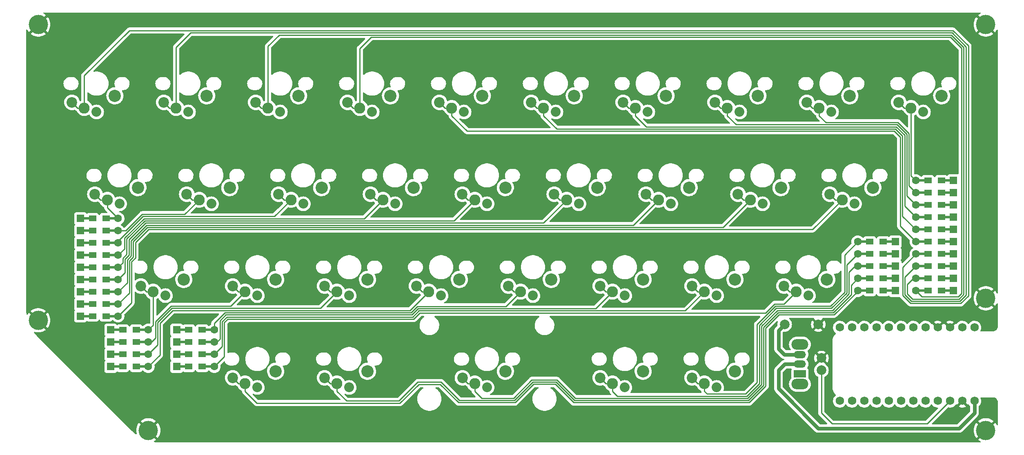
<source format=gbr>
%TF.GenerationSoftware,KiCad,Pcbnew,(6.0.0-rc1-306-g01eebd0b9d)*%
%TF.CreationDate,2022-04-07T08:08:28+01:00*%
%TF.ProjectId,keyboard,6b657962-6f61-4726-942e-6b696361645f,rev?*%
%TF.SameCoordinates,Original*%
%TF.FileFunction,Copper,L2,Bot*%
%TF.FilePolarity,Positive*%
%FSLAX46Y46*%
G04 Gerber Fmt 4.6, Leading zero omitted, Abs format (unit mm)*
G04 Created by KiCad (PCBNEW (6.0.0-rc1-306-g01eebd0b9d)) date 2022-04-07 08:08:28*
%MOMM*%
%LPD*%
G01*
G04 APERTURE LIST*
%TA.AperFunction,ComponentPad*%
%ADD10C,2.032000*%
%TD*%
%TA.AperFunction,ComponentPad*%
%ADD11C,2.540000*%
%TD*%
%TA.AperFunction,ComponentPad*%
%ADD12C,2.286000*%
%TD*%
%TA.AperFunction,ComponentPad*%
%ADD13C,2.200000*%
%TD*%
%TA.AperFunction,SMDPad,CuDef*%
%ADD14R,1.600000X1.200000*%
%TD*%
%TA.AperFunction,ComponentPad*%
%ADD15R,1.600000X1.600000*%
%TD*%
%TA.AperFunction,SMDPad,CuDef*%
%ADD16R,2.900000X0.500000*%
%TD*%
%TA.AperFunction,ComponentPad*%
%ADD17C,1.600000*%
%TD*%
%TA.AperFunction,ComponentPad*%
%ADD18C,4.000000*%
%TD*%
%TA.AperFunction,ComponentPad*%
%ADD19C,1.752600*%
%TD*%
%TA.AperFunction,ComponentPad*%
%ADD20C,2.000000*%
%TD*%
%TA.AperFunction,ComponentPad*%
%ADD21O,3.500000X2.200000*%
%TD*%
%TA.AperFunction,ComponentPad*%
%ADD22R,2.500000X1.500000*%
%TD*%
%TA.AperFunction,ComponentPad*%
%ADD23O,2.500000X1.500000*%
%TD*%
%TA.AperFunction,ViaPad*%
%ADD24C,0.800000*%
%TD*%
%TA.AperFunction,Conductor*%
%ADD25C,0.250000*%
%TD*%
%TA.AperFunction,Conductor*%
%ADD26C,0.750000*%
%TD*%
G04 APERTURE END LIST*
D10*
%TO.P,K_12,1,COL*%
%TO.N,col2*%
X86867500Y-75940000D03*
D11*
X90677500Y-72580000D03*
D12*
%TO.P,K_12,2,ROW*%
%TO.N,Net-(D_12-Pad2)*%
X84327500Y-75120000D03*
D13*
X81767500Y-73940000D03*
%TD*%
D14*
%TO.P,D_28,1,K*%
%TO.N,row3*%
X207140000Y-91440000D03*
D15*
X209640000Y-91440000D03*
D16*
X208240000Y-91440000D03*
D14*
%TO.P,D_28,2,A*%
%TO.N,Net-(D_28-Pad2)*%
X204340000Y-91440000D03*
D16*
X203240000Y-91440000D03*
D17*
X201840000Y-91440000D03*
%TD*%
D11*
%TO.P,K_11,1,COL*%
%TO.N,col1*%
X71627500Y-72580000D03*
D10*
X67817500Y-75940000D03*
D13*
%TO.P,K_11,2,ROW*%
%TO.N,Net-(D_11-Pad2)*%
X62717500Y-73940000D03*
D12*
X65277500Y-75120000D03*
%TD*%
D11*
%TO.P,K_1,1,COL*%
%TO.N,col1*%
X66865000Y-53530000D03*
D10*
X63055000Y-56890000D03*
D12*
%TO.P,K_1,2,ROW*%
%TO.N,Net-(D_1-Pad2)*%
X60515000Y-56070000D03*
D13*
X57955000Y-54890000D03*
%TD*%
D11*
%TO.P,K_27,1,COL*%
%TO.N,col2*%
X81152500Y-110680000D03*
D10*
X77342500Y-114040000D03*
D13*
%TO.P,K_27,2,ROW*%
%TO.N,Net-(D_27-Pad2)*%
X72242500Y-112040000D03*
D12*
X74802500Y-113220000D03*
%TD*%
D15*
%TO.P,D_7,1,K*%
%TO.N,row0*%
X221705000Y-76200000D03*
D16*
X220305000Y-76200000D03*
D14*
X219205000Y-76200000D03*
D17*
%TO.P,D_7,2,A*%
%TO.N,Net-(D_7-Pad2)*%
X213905000Y-76200000D03*
D14*
X216405000Y-76200000D03*
D16*
X215305000Y-76200000D03*
%TD*%
D18*
%TO.P,H6,1,1*%
%TO.N,/GND*%
X228413132Y-122945067D03*
%TD*%
D11*
%TO.P,K_8,1,COL*%
%TO.N,col8*%
X200215000Y-53530000D03*
D10*
X196405000Y-56890000D03*
D13*
%TO.P,K_8,2,ROW*%
%TO.N,Net-(D_8-Pad2)*%
X191305000Y-54890000D03*
D12*
X193865000Y-56070000D03*
%TD*%
D18*
%TO.P,H5,1,1*%
%TO.N,/GND*%
X228410000Y-95540000D03*
%TD*%
D11*
%TO.P,K_25,1,COL*%
%TO.N,col7*%
X176402500Y-91630000D03*
D10*
X172592500Y-94990000D03*
D12*
%TO.P,K_25,2,ROW*%
%TO.N,Net-(D_25-Pad2)*%
X170052500Y-94170000D03*
D13*
X167492500Y-92990000D03*
%TD*%
D11*
%TO.P,K_31,1,COL*%
%TO.N,col7*%
X176402500Y-110680000D03*
D10*
X172592500Y-114040000D03*
D12*
%TO.P,K_31,2,ROW*%
%TO.N,Net-(D_31-Pad2)*%
X170052500Y-113220000D03*
D13*
X167492500Y-112040000D03*
%TD*%
D16*
%TO.P,D_15,1,K*%
%TO.N,row1*%
X42074000Y-91694000D03*
D14*
X43174000Y-91694000D03*
D15*
X40674000Y-91694000D03*
D17*
%TO.P,D_15,2,A*%
%TO.N,Net-(D_15-Pad2)*%
X48474000Y-91694000D03*
D14*
X45974000Y-91694000D03*
D16*
X47074000Y-91694000D03*
%TD*%
D10*
%TO.P,K_23,1,COL*%
%TO.N,col5*%
X134492500Y-94990000D03*
D11*
X138302500Y-91630000D03*
D12*
%TO.P,K_23,2,ROW*%
%TO.N,Net-(D_23-Pad2)*%
X131952500Y-94170000D03*
D13*
X129392500Y-92990000D03*
%TD*%
D10*
%TO.P,K_10,1,COL*%
%TO.N,col0*%
X48767500Y-75940000D03*
D11*
X52577500Y-72580000D03*
D13*
%TO.P,K_10,2,ROW*%
%TO.N,Net-(D_10-Pad2)*%
X43667500Y-73940000D03*
D12*
X46227500Y-75120000D03*
%TD*%
D10*
%TO.P,K_24,1,COL*%
%TO.N,col6*%
X153542500Y-94990000D03*
D11*
X157352500Y-91630000D03*
D13*
%TO.P,K_24,2,ROW*%
%TO.N,Net-(D_24-Pad2)*%
X148442500Y-92990000D03*
D12*
X151002500Y-94170000D03*
%TD*%
D10*
%TO.P,K_9,1,COL*%
%TO.N,col9*%
X215455000Y-56890000D03*
D11*
X219265000Y-53530000D03*
D12*
%TO.P,K_9,2,ROW*%
%TO.N,Net-(D_9-Pad2)*%
X212915000Y-56070000D03*
D13*
X210355000Y-54890000D03*
%TD*%
D11*
%TO.P,K_7,1,COL*%
%TO.N,col7*%
X181165000Y-53530000D03*
D10*
X177355000Y-56890000D03*
D12*
%TO.P,K_7,2,ROW*%
%TO.N,Net-(D_7-Pad2)*%
X174815000Y-56070000D03*
D13*
X172255000Y-54890000D03*
%TD*%
D14*
%TO.P,D_16,1,K*%
%TO.N,row1*%
X43174000Y-94234000D03*
D16*
X42074000Y-94234000D03*
D15*
X40674000Y-94234000D03*
D14*
%TO.P,D_16,2,A*%
%TO.N,Net-(D_16-Pad2)*%
X45974000Y-94234000D03*
D16*
X47074000Y-94234000D03*
D17*
X48474000Y-94234000D03*
%TD*%
D11*
%TO.P,K_14,1,COL*%
%TO.N,col4*%
X128777500Y-72580000D03*
D10*
X124967500Y-75940000D03*
D12*
%TO.P,K_14,2,ROW*%
%TO.N,Net-(D_14-Pad2)*%
X122427500Y-75120000D03*
D13*
X119867500Y-73940000D03*
%TD*%
D10*
%TO.P,K_20,1,COL*%
%TO.N,col2*%
X77342500Y-94990000D03*
D11*
X81152500Y-91630000D03*
D12*
%TO.P,K_20,2,ROW*%
%TO.N,Net-(D_20-Pad2)*%
X74802500Y-94170000D03*
D13*
X72242500Y-92990000D03*
%TD*%
D15*
%TO.P,D_25,1,K*%
%TO.N,row2*%
X60616000Y-107188000D03*
D14*
X63116000Y-107188000D03*
D16*
X62016000Y-107188000D03*
D17*
%TO.P,D_25,2,A*%
%TO.N,Net-(D_25-Pad2)*%
X68416000Y-107188000D03*
D16*
X67016000Y-107188000D03*
D14*
X65916000Y-107188000D03*
%TD*%
D10*
%TO.P,K_4,1,COL*%
%TO.N,col4*%
X120205000Y-56890000D03*
D11*
X124015000Y-53530000D03*
D12*
%TO.P,K_4,2,ROW*%
%TO.N,Net-(D_4-Pad2)*%
X117665000Y-56070000D03*
D13*
X115105000Y-54890000D03*
%TD*%
D18*
%TO.P,H7,1,1*%
%TO.N,/GND*%
X31910000Y-100110000D03*
%TD*%
%TO.P,H8,1,1*%
%TO.N,/GND*%
X54750000Y-122950000D03*
%TD*%
D15*
%TO.P,D_10,1,K*%
%TO.N,row1*%
X40674000Y-78994000D03*
D14*
X43174000Y-78994000D03*
D16*
X42074000Y-78994000D03*
D14*
%TO.P,D_10,2,A*%
%TO.N,Net-(D_10-Pad2)*%
X45974000Y-78994000D03*
D17*
X48474000Y-78994000D03*
D16*
X47074000Y-78994000D03*
%TD*%
D14*
%TO.P,D_8,1,K*%
%TO.N,row0*%
X219205000Y-73660000D03*
D16*
X220305000Y-73660000D03*
D15*
X221705000Y-73660000D03*
D16*
%TO.P,D_8,2,A*%
%TO.N,Net-(D_8-Pad2)*%
X215305000Y-73660000D03*
D14*
X216405000Y-73660000D03*
D17*
X213905000Y-73660000D03*
%TD*%
D16*
%TO.P,D_17,1,K*%
%TO.N,row1*%
X42074000Y-96774000D03*
D14*
X43174000Y-96774000D03*
D15*
X40674000Y-96774000D03*
D17*
%TO.P,D_17,2,A*%
%TO.N,Net-(D_17-Pad2)*%
X48474000Y-96774000D03*
D14*
X45974000Y-96774000D03*
D16*
X47074000Y-96774000D03*
%TD*%
D14*
%TO.P,D_21,1,K*%
%TO.N,row2*%
X49440000Y-107188000D03*
D16*
X48340000Y-107188000D03*
D15*
X46940000Y-107188000D03*
D14*
%TO.P,D_21,2,A*%
%TO.N,Net-(D_21-Pad2)*%
X52240000Y-107188000D03*
D16*
X53340000Y-107188000D03*
D17*
X54740000Y-107188000D03*
%TD*%
D15*
%TO.P,D_0,1,K*%
%TO.N,row0*%
X221705000Y-86360000D03*
D16*
X220305000Y-86360000D03*
D14*
X219205000Y-86360000D03*
%TO.P,D_0,2,A*%
%TO.N,Net-(D_0-Pad2)*%
X216405000Y-86360000D03*
D17*
X213905000Y-86360000D03*
D16*
X215305000Y-86360000D03*
%TD*%
D19*
%TO.P,U1,1,TX0/P0.06*%
%TO.N,unconnected-(U1-Pad1)*%
X226060000Y-101600000D03*
%TO.P,U1,2,RX1/P0.08*%
%TO.N,unconnected-(U1-Pad2)*%
X223520000Y-101600000D03*
%TO.P,U1,3,GND*%
%TO.N,/GND*%
X220980000Y-101600000D03*
%TO.P,U1,4,GND*%
X218440000Y-101600000D03*
%TO.P,U1,5,P0.17*%
%TO.N,col0*%
X215900000Y-101600000D03*
%TO.P,U1,6,P0.20*%
%TO.N,col1*%
X213360000Y-101600000D03*
%TO.P,U1,7,P0.22*%
%TO.N,col9*%
X210820000Y-101600000D03*
%TO.P,U1,8,P0.24*%
%TO.N,unconnected-(U1-Pad8)*%
X208280000Y-101600000D03*
%TO.P,U1,9,P1.00*%
%TO.N,row0*%
X205740000Y-101600000D03*
%TO.P,U1,10,P0.11*%
%TO.N,row3*%
X203200000Y-101600000D03*
%TO.P,U1,11,P1.04*%
%TO.N,col8*%
X200660000Y-101600000D03*
%TO.P,U1,12,P1.06*%
%TO.N,col7*%
X198120000Y-101600000D03*
%TO.P,U1,13,NFC1/P0.09*%
%TO.N,unconnected-(U1-Pad13)*%
X198120000Y-116840000D03*
%TO.P,U1,14,NFC2/P0.10*%
%TO.N,col6*%
X200660000Y-116840000D03*
%TO.P,U1,15,P1.11*%
%TO.N,col5*%
X203200000Y-116840000D03*
%TO.P,U1,16,P1.13*%
%TO.N,col4*%
X205740000Y-116840000D03*
%TO.P,U1,17,P1.15*%
%TO.N,col3*%
X208280000Y-116840000D03*
%TO.P,U1,18,AIN0/P0.02*%
%TO.N,col2*%
X210820000Y-116840000D03*
%TO.P,U1,19,AIN5/P0.29*%
%TO.N,row2*%
X213360000Y-116840000D03*
%TO.P,U1,20,AIN7/P0.31*%
%TO.N,row1*%
X215900000Y-116840000D03*
%TO.P,U1,21,VCC*%
%TO.N,unconnected-(U1-Pad21)*%
X218440000Y-116840000D03*
%TO.P,U1,22,RST*%
%TO.N,/RST*%
X220980000Y-116840000D03*
%TO.P,U1,23,GND*%
%TO.N,/GND*%
X223520000Y-116840000D03*
%TO.P,U1,24,BATIN/P0.04*%
%TO.N,/BAT*%
X226060000Y-116840000D03*
%TD*%
D11*
%TO.P,K_16,1,COL*%
%TO.N,col6*%
X166877500Y-72580000D03*
D10*
X163067500Y-75940000D03*
D12*
%TO.P,K_16,2,ROW*%
%TO.N,Net-(D_16-Pad2)*%
X160527500Y-75120000D03*
D13*
X157967500Y-73940000D03*
%TD*%
D14*
%TO.P,D_29,1,K*%
%TO.N,row3*%
X207140000Y-88900000D03*
D16*
X208240000Y-88900000D03*
D15*
X209640000Y-88900000D03*
D16*
%TO.P,D_29,2,A*%
%TO.N,Net-(D_29-Pad2)*%
X203240000Y-88900000D03*
D17*
X201840000Y-88900000D03*
D14*
X204340000Y-88900000D03*
%TD*%
D15*
%TO.P,D_19,1,K*%
%TO.N,row2*%
X46940000Y-102108000D03*
D14*
X49440000Y-102108000D03*
D16*
X48340000Y-102108000D03*
D17*
%TO.P,D_19,2,A*%
%TO.N,Net-(D_19-Pad2)*%
X54740000Y-102108000D03*
D14*
X52240000Y-102108000D03*
D16*
X53340000Y-102108000D03*
%TD*%
D11*
%TO.P,K_19,1,COL*%
%TO.N,col1*%
X62102500Y-91630000D03*
D10*
X58292500Y-94990000D03*
D12*
%TO.P,K_19,2,ROW*%
%TO.N,Net-(D_19-Pad2)*%
X55752500Y-94170000D03*
D13*
X53192500Y-92990000D03*
%TD*%
D14*
%TO.P,D_22,1,K*%
%TO.N,row2*%
X49440000Y-109728000D03*
D15*
X46940000Y-109728000D03*
D16*
X48340000Y-109728000D03*
%TO.P,D_22,2,A*%
%TO.N,Net-(D_22-Pad2)*%
X53340000Y-109728000D03*
D14*
X52240000Y-109728000D03*
D17*
X54740000Y-109728000D03*
%TD*%
D10*
%TO.P,K_15,1,COL*%
%TO.N,col5*%
X144017500Y-75940000D03*
D11*
X147827500Y-72580000D03*
D12*
%TO.P,K_15,2,ROW*%
%TO.N,Net-(D_15-Pad2)*%
X141477500Y-75120000D03*
D13*
X138917500Y-73940000D03*
%TD*%
D10*
%TO.P,K_29,1,COL*%
%TO.N,col4*%
X124976300Y-114040000D03*
D11*
X128786300Y-110680000D03*
D12*
%TO.P,K_29,2,ROW*%
%TO.N,Net-(D_29-Pad2)*%
X122436300Y-113220000D03*
D13*
X119876300Y-112040000D03*
%TD*%
D11*
%TO.P,K_21,1,COL*%
%TO.N,col3*%
X100202500Y-91630000D03*
D10*
X96392500Y-94990000D03*
D13*
%TO.P,K_21,2,ROW*%
%TO.N,Net-(D_21-Pad2)*%
X91292500Y-92990000D03*
D12*
X93852500Y-94170000D03*
%TD*%
D16*
%TO.P,D_5,1,K*%
%TO.N,row0*%
X220305000Y-81280000D03*
D15*
X221705000Y-81280000D03*
D14*
X219205000Y-81280000D03*
D16*
%TO.P,D_5,2,A*%
%TO.N,Net-(D_5-Pad2)*%
X215305000Y-81280000D03*
D14*
X216405000Y-81280000D03*
D17*
X213905000Y-81280000D03*
%TD*%
D16*
%TO.P,D_9,1,K*%
%TO.N,row0*%
X220305000Y-71120000D03*
D15*
X221705000Y-71120000D03*
D14*
X219205000Y-71120000D03*
D16*
%TO.P,D_9,2,A*%
%TO.N,Net-(D_9-Pad2)*%
X215305000Y-71120000D03*
D17*
X213905000Y-71120000D03*
D14*
X216405000Y-71120000D03*
%TD*%
D11*
%TO.P,K_22,1,COL*%
%TO.N,col4*%
X119252500Y-91630000D03*
D10*
X115442500Y-94990000D03*
D12*
%TO.P,K_22,2,ROW*%
%TO.N,Net-(D_22-Pad2)*%
X112902500Y-94170000D03*
D13*
X110342500Y-92990000D03*
%TD*%
D20*
%TO.P,TP1,1,1*%
%TO.N,/RST*%
X194310000Y-110490000D03*
%TO.P,TP1,2,2*%
%TO.N,/GND*%
X194310000Y-107950000D03*
%TD*%
D18*
%TO.P,H4,1,1*%
%TO.N,/GND*%
X228410000Y-38750000D03*
%TD*%
D10*
%TO.P,K_0,1,COL*%
%TO.N,col0*%
X44005000Y-56890000D03*
D11*
X47815000Y-53530000D03*
D12*
%TO.P,K_0,2,ROW*%
%TO.N,Net-(D_0-Pad2)*%
X41465000Y-56070000D03*
D13*
X38905000Y-54890000D03*
%TD*%
D20*
%TO.P,PWR,1,1*%
%TO.N,/BATIN*%
X186690000Y-100965000D03*
%TD*%
D10*
%TO.P,K_17,1,COL*%
%TO.N,col7*%
X182117500Y-75940000D03*
D11*
X185927500Y-72580000D03*
D12*
%TO.P,K_17,2,ROW*%
%TO.N,Net-(D_17-Pad2)*%
X179577500Y-75120000D03*
D13*
X177017500Y-73940000D03*
%TD*%
D15*
%TO.P,D_13,1,K*%
%TO.N,row1*%
X40674000Y-86614000D03*
D16*
X42074000Y-86614000D03*
D14*
X43174000Y-86614000D03*
%TO.P,D_13,2,A*%
%TO.N,Net-(D_13-Pad2)*%
X45974000Y-86614000D03*
D16*
X47074000Y-86614000D03*
D17*
X48474000Y-86614000D03*
%TD*%
D16*
%TO.P,D_24,1,K*%
%TO.N,row2*%
X62016000Y-104648000D03*
D15*
X60616000Y-104648000D03*
D14*
X63116000Y-104648000D03*
D16*
%TO.P,D_24,2,A*%
%TO.N,Net-(D_24-Pad2)*%
X67016000Y-104648000D03*
D17*
X68416000Y-104648000D03*
D14*
X65916000Y-104648000D03*
%TD*%
D21*
%TO.P,SW1,*%
%TO.N,*%
X189865000Y-105120000D03*
X189865000Y-113320000D03*
D22*
%TO.P,SW1,1,A*%
%TO.N,unconnected-(SW1-Pad1)*%
X189865000Y-111220000D03*
D23*
%TO.P,SW1,2,B*%
%TO.N,/BAT*%
X189865000Y-109220000D03*
%TO.P,SW1,3,C*%
%TO.N,/BATIN*%
X189865000Y-107220000D03*
%TD*%
D15*
%TO.P,D_11,1,K*%
%TO.N,row1*%
X40674000Y-81534000D03*
D14*
X43174000Y-81534000D03*
D16*
X42074000Y-81534000D03*
D14*
%TO.P,D_11,2,A*%
%TO.N,Net-(D_11-Pad2)*%
X45974000Y-81534000D03*
D17*
X48474000Y-81534000D03*
D16*
X47074000Y-81534000D03*
%TD*%
%TO.P,D_1,1,K*%
%TO.N,row0*%
X220305000Y-88900000D03*
D14*
X219205000Y-88900000D03*
D15*
X221705000Y-88900000D03*
D16*
%TO.P,D_1,2,A*%
%TO.N,Net-(D_1-Pad2)*%
X215305000Y-88900000D03*
D17*
X213905000Y-88900000D03*
D14*
X216405000Y-88900000D03*
%TD*%
D11*
%TO.P,K_5,1,COL*%
%TO.N,col5*%
X143065000Y-53530000D03*
D10*
X139255000Y-56890000D03*
D13*
%TO.P,K_5,2,ROW*%
%TO.N,Net-(D_5-Pad2)*%
X134155000Y-54890000D03*
D12*
X136715000Y-56070000D03*
%TD*%
D14*
%TO.P,D_31,1,K*%
%TO.N,row3*%
X207140000Y-83820000D03*
D15*
X209640000Y-83820000D03*
D16*
X208240000Y-83820000D03*
D17*
%TO.P,D_31,2,A*%
%TO.N,Net-(D_31-Pad2)*%
X201840000Y-83820000D03*
D16*
X203240000Y-83820000D03*
D14*
X204340000Y-83820000D03*
%TD*%
%TO.P,D_12,1,K*%
%TO.N,row1*%
X43174000Y-84074000D03*
D15*
X40674000Y-84074000D03*
D16*
X42074000Y-84074000D03*
%TO.P,D_12,2,A*%
%TO.N,Net-(D_12-Pad2)*%
X47074000Y-84074000D03*
D14*
X45974000Y-84074000D03*
D17*
X48474000Y-84074000D03*
%TD*%
D11*
%TO.P,K_18,1,COL*%
%TO.N,col8*%
X204977500Y-72580000D03*
D10*
X201167500Y-75940000D03*
D13*
%TO.P,K_18,2,ROW*%
%TO.N,Net-(D_18-Pad2)*%
X196067500Y-73940000D03*
D12*
X198627500Y-75120000D03*
%TD*%
D20*
%TO.P,GND,1,1*%
%TO.N,/GND*%
X193675000Y-100965000D03*
%TD*%
D15*
%TO.P,D_23,1,K*%
%TO.N,row2*%
X60616000Y-102108000D03*
D16*
X62016000Y-102108000D03*
D14*
X63116000Y-102108000D03*
D16*
%TO.P,D_23,2,A*%
%TO.N,Net-(D_23-Pad2)*%
X67016000Y-102108000D03*
D17*
X68416000Y-102108000D03*
D14*
X65916000Y-102108000D03*
%TD*%
D16*
%TO.P,D_3,1,K*%
%TO.N,row0*%
X220305000Y-93980000D03*
D15*
X221705000Y-93980000D03*
D14*
X219205000Y-93980000D03*
D17*
%TO.P,D_3,2,A*%
%TO.N,Net-(D_3-Pad2)*%
X213905000Y-93980000D03*
D16*
X215305000Y-93980000D03*
D14*
X216405000Y-93980000D03*
%TD*%
D10*
%TO.P,K_13,1,COL*%
%TO.N,col3*%
X105917500Y-75940000D03*
D11*
X109727500Y-72580000D03*
D12*
%TO.P,K_13,2,ROW*%
%TO.N,Net-(D_13-Pad2)*%
X103377500Y-75120000D03*
D13*
X100817500Y-73940000D03*
%TD*%
D11*
%TO.P,K_6,1,COL*%
%TO.N,col6*%
X162115000Y-53530000D03*
D10*
X158305000Y-56890000D03*
D12*
%TO.P,K_6,2,ROW*%
%TO.N,Net-(D_6-Pad2)*%
X155765000Y-56070000D03*
D13*
X153205000Y-54890000D03*
%TD*%
D11*
%TO.P,K_26,1,COL*%
%TO.N,col8*%
X195452500Y-91630000D03*
D10*
X191642500Y-94990000D03*
D12*
%TO.P,K_26,2,ROW*%
%TO.N,Net-(D_26-Pad2)*%
X189102500Y-94170000D03*
D13*
X186542500Y-92990000D03*
%TD*%
D18*
%TO.P,H3,1,1*%
%TO.N,/GND*%
X31920000Y-38750000D03*
%TD*%
D15*
%TO.P,D_14,1,K*%
%TO.N,row1*%
X40674000Y-89154000D03*
D16*
X42074000Y-89154000D03*
D14*
X43174000Y-89154000D03*
%TO.P,D_14,2,A*%
%TO.N,Net-(D_14-Pad2)*%
X45974000Y-89154000D03*
D16*
X47074000Y-89154000D03*
D17*
X48474000Y-89154000D03*
%TD*%
D14*
%TO.P,D_30,1,K*%
%TO.N,row3*%
X207140000Y-86360000D03*
D15*
X209640000Y-86360000D03*
D16*
X208240000Y-86360000D03*
%TO.P,D_30,2,A*%
%TO.N,Net-(D_30-Pad2)*%
X203240000Y-86360000D03*
D14*
X204340000Y-86360000D03*
D17*
X201840000Y-86360000D03*
%TD*%
D16*
%TO.P,D_6,1,K*%
%TO.N,row0*%
X220305000Y-78740000D03*
D14*
X219205000Y-78740000D03*
D15*
X221705000Y-78740000D03*
D14*
%TO.P,D_6,2,A*%
%TO.N,Net-(D_6-Pad2)*%
X216405000Y-78740000D03*
D17*
X213905000Y-78740000D03*
D16*
X215305000Y-78740000D03*
%TD*%
D15*
%TO.P,D_20,1,K*%
%TO.N,row2*%
X46940000Y-104648000D03*
D14*
X49440000Y-104648000D03*
D16*
X48340000Y-104648000D03*
%TO.P,D_20,2,A*%
%TO.N,Net-(D_20-Pad2)*%
X53340000Y-104648000D03*
D17*
X54740000Y-104648000D03*
D14*
X52240000Y-104648000D03*
%TD*%
D11*
%TO.P,K_28,1,COL*%
%TO.N,col3*%
X100202500Y-110680000D03*
D10*
X96392500Y-114040000D03*
D12*
%TO.P,K_28,2,ROW*%
%TO.N,Net-(D_28-Pad2)*%
X93852500Y-113220000D03*
D13*
X91292500Y-112040000D03*
%TD*%
D16*
%TO.P,D_27,1,K*%
%TO.N,row3*%
X208240000Y-93980000D03*
D15*
X209640000Y-93980000D03*
D14*
X207140000Y-93980000D03*
D16*
%TO.P,D_27,2,A*%
%TO.N,Net-(D_27-Pad2)*%
X203240000Y-93980000D03*
D14*
X204340000Y-93980000D03*
D17*
X201840000Y-93980000D03*
%TD*%
D10*
%TO.P,K_30,1,COL*%
%TO.N,col6*%
X153542500Y-114040000D03*
D11*
X157352500Y-110680000D03*
D12*
%TO.P,K_30,2,ROW*%
%TO.N,Net-(D_30-Pad2)*%
X151002500Y-113220000D03*
D13*
X148442500Y-112040000D03*
%TD*%
D16*
%TO.P,D_26,1,K*%
%TO.N,row2*%
X62016000Y-109728000D03*
D14*
X63116000Y-109728000D03*
D15*
X60616000Y-109728000D03*
D16*
%TO.P,D_26,2,A*%
%TO.N,Net-(D_26-Pad2)*%
X67016000Y-109728000D03*
D14*
X65916000Y-109728000D03*
D17*
X68416000Y-109728000D03*
%TD*%
D11*
%TO.P,K_3,1,COL*%
%TO.N,col3*%
X104965000Y-53530000D03*
D10*
X101155000Y-56890000D03*
D12*
%TO.P,K_3,2,ROW*%
%TO.N,Net-(D_3-Pad2)*%
X98615000Y-56070000D03*
D13*
X96055000Y-54890000D03*
%TD*%
D15*
%TO.P,D_18,1,K*%
%TO.N,row1*%
X40674749Y-99234346D03*
D16*
X42074749Y-99234346D03*
D14*
X43174749Y-99234346D03*
D17*
%TO.P,D_18,2,A*%
%TO.N,Net-(D_18-Pad2)*%
X48474749Y-99234346D03*
D14*
X45974749Y-99234346D03*
D16*
X47074749Y-99234346D03*
%TD*%
D11*
%TO.P,K_2,1,COL*%
%TO.N,col2*%
X85915000Y-53530000D03*
D10*
X82105000Y-56890000D03*
D13*
%TO.P,K_2,2,ROW*%
%TO.N,Net-(D_2-Pad2)*%
X77005000Y-54890000D03*
D12*
X79565000Y-56070000D03*
%TD*%
D16*
%TO.P,D_4,1,K*%
%TO.N,row0*%
X220305000Y-83820000D03*
D15*
X221705000Y-83820000D03*
D14*
X219205000Y-83820000D03*
%TO.P,D_4,2,A*%
%TO.N,Net-(D_4-Pad2)*%
X216405000Y-83820000D03*
D17*
X213905000Y-83820000D03*
D16*
X215305000Y-83820000D03*
%TD*%
D15*
%TO.P,D_2,1,K*%
%TO.N,row0*%
X221705000Y-91440000D03*
D14*
X219205000Y-91440000D03*
D16*
X220305000Y-91440000D03*
D14*
%TO.P,D_2,2,A*%
%TO.N,Net-(D_2-Pad2)*%
X216405000Y-91440000D03*
D17*
X213905000Y-91440000D03*
D16*
X215305000Y-91440000D03*
%TD*%
D24*
%TO.N,/GND*%
X167640000Y-104140000D03*
X109220000Y-104140000D03*
X65532000Y-99568000D03*
X86868000Y-104140000D03*
X178054000Y-103886000D03*
X205105000Y-80645000D03*
X141986000Y-104140000D03*
X205105000Y-96520000D03*
%TD*%
D25*
%TO.N,/RST*%
X196510000Y-121580000D02*
X194310000Y-119380000D01*
X194310000Y-119380000D02*
X194310000Y-110490000D01*
X216240000Y-121580000D02*
X196510000Y-121580000D01*
X220980000Y-116840000D02*
X216240000Y-121580000D01*
%TO.N,Net-(D_0-Pad2)*%
X41465000Y-49340000D02*
X50800000Y-40005000D01*
X41465000Y-56070000D02*
X41465000Y-49340000D01*
X224790000Y-95051173D02*
X223242613Y-96598560D01*
X38905000Y-54890000D02*
X40085000Y-56070000D01*
X50800000Y-40005000D02*
X221615000Y-40005000D01*
X211190960Y-89074040D02*
X213905000Y-86360000D01*
X224790000Y-43180000D02*
X224790000Y-95051173D01*
X211190960Y-94987394D02*
X211190960Y-89074040D01*
X212802124Y-96598560D02*
X211190960Y-94987394D01*
X221615000Y-40005000D02*
X224790000Y-43180000D01*
X223242613Y-96598560D02*
X212802124Y-96598560D01*
X40085000Y-56070000D02*
X41465000Y-56070000D01*
%TO.N,Net-(D_1-Pad2)*%
X223056416Y-96149040D02*
X212988322Y-96149040D01*
X60515000Y-56070000D02*
X60515000Y-43439520D01*
X57955000Y-54890000D02*
X59135000Y-56070000D01*
X221428802Y-40454520D02*
X224340480Y-43366198D01*
X59135000Y-56070000D02*
X60515000Y-56070000D01*
X224340480Y-43366198D02*
X224340480Y-94864976D01*
X63500000Y-40454520D02*
X221428802Y-40454520D01*
X60515000Y-43439520D02*
X63500000Y-40454520D01*
X224340480Y-94864976D02*
X223056416Y-96149040D01*
X211640480Y-94801197D02*
X211640480Y-91164520D01*
X212988322Y-96149040D02*
X211640480Y-94801197D01*
X211640480Y-91164520D02*
X213905000Y-88900000D01*
D26*
%TO.N,/BATIN*%
X186690000Y-100965000D02*
X185420000Y-102235000D01*
X186595000Y-107220000D02*
X189865000Y-107220000D01*
X185420000Y-106045000D02*
X186595000Y-107220000D01*
X185420000Y-102235000D02*
X185420000Y-106045000D01*
D25*
%TO.N,Net-(D_2-Pad2)*%
X213360000Y-91440000D02*
X213905000Y-91440000D01*
X81915000Y-40904040D02*
X221242604Y-40904040D01*
X212090000Y-94615000D02*
X212090000Y-92710000D01*
X223836782Y-43498218D02*
X223836782Y-94732957D01*
X79565000Y-43254040D02*
X81915000Y-40904040D01*
X77005000Y-54890000D02*
X78185000Y-56070000D01*
X223836782Y-94732957D02*
X222870219Y-95699520D01*
X78185000Y-56070000D02*
X79565000Y-56070000D01*
X79565000Y-56070000D02*
X79565000Y-43254040D01*
X222870219Y-95699520D02*
X213174520Y-95699520D01*
X212090000Y-92710000D02*
X213360000Y-91440000D01*
X221242604Y-40904040D02*
X223836782Y-43498218D01*
X213174520Y-95699520D02*
X212090000Y-94615000D01*
%TO.N,Net-(D_3-Pad2)*%
X100965000Y-41353560D02*
X221056406Y-41353560D01*
X222684022Y-95250000D02*
X215175000Y-95250000D01*
X221056406Y-41353560D02*
X223387262Y-43684416D01*
X98615000Y-43703560D02*
X100965000Y-41353560D01*
X223387262Y-94546760D02*
X222684022Y-95250000D01*
X96055000Y-54890000D02*
X97235000Y-56070000D01*
X215175000Y-95250000D02*
X213905000Y-93980000D01*
X98615000Y-56070000D02*
X98615000Y-43703560D01*
X97235000Y-56070000D02*
X98615000Y-56070000D01*
X223387262Y-43684416D02*
X223387262Y-94546760D01*
%TO.N,Net-(D_4-Pad2)*%
X210667400Y-62080272D02*
X210667400Y-80582400D01*
X117665000Y-57686446D02*
X120831634Y-60853080D01*
X117665000Y-56070000D02*
X117665000Y-57686446D01*
X120831634Y-60853080D02*
X209440208Y-60853080D01*
X116285000Y-56070000D02*
X117665000Y-56070000D01*
X115105000Y-54890000D02*
X116285000Y-56070000D01*
X210667400Y-80582400D02*
X213905000Y-83820000D01*
X209440208Y-60853080D02*
X210667400Y-62080272D01*
%TO.N,Net-(D_5-Pad2)*%
X135335000Y-56070000D02*
X136715000Y-56070000D01*
X134155000Y-54890000D02*
X135335000Y-56070000D01*
X211116920Y-78491920D02*
X213905000Y-81280000D01*
X136715000Y-56070000D02*
X136715000Y-57686446D01*
X209626406Y-60403560D02*
X211116920Y-61894074D01*
X139432114Y-60403560D02*
X209626406Y-60403560D01*
X211116920Y-61894074D02*
X211116920Y-78491920D01*
X136715000Y-57686446D02*
X139432114Y-60403560D01*
%TO.N,Net-(D_6-Pad2)*%
X211566440Y-76401440D02*
X213905000Y-78740000D01*
X153205000Y-54890000D02*
X154385000Y-56070000D01*
X155765000Y-56070000D02*
X155765000Y-57686446D01*
X211566440Y-61707876D02*
X211566440Y-76401440D01*
X209812604Y-59954040D02*
X211566440Y-61707876D01*
X158032594Y-59954040D02*
X209812604Y-59954040D01*
X154385000Y-56070000D02*
X155765000Y-56070000D01*
X155765000Y-57686446D02*
X158032594Y-59954040D01*
%TO.N,Net-(D_7-Pad2)*%
X172255000Y-54890000D02*
X173435000Y-56070000D01*
X173435000Y-56070000D02*
X174815000Y-56070000D01*
X174815000Y-56070000D02*
X174815000Y-57686446D01*
X209998802Y-59504520D02*
X212015960Y-61521678D01*
X212015960Y-74310960D02*
X213905000Y-76200000D01*
X174815000Y-57686446D02*
X176633074Y-59504520D01*
X212015960Y-61521678D02*
X212015960Y-74310960D01*
X176633074Y-59504520D02*
X209998802Y-59504520D01*
%TO.N,Net-(D_8-Pad2)*%
X191305000Y-54890000D02*
X192485000Y-56070000D01*
X193865000Y-57686446D02*
X195233554Y-59055000D01*
X210185000Y-59055000D02*
X212465480Y-61335480D01*
X212465480Y-61335480D02*
X212465480Y-72220480D01*
X212465480Y-72220480D02*
X213905000Y-73660000D01*
X195233554Y-59055000D02*
X210185000Y-59055000D01*
X193865000Y-56070000D02*
X193865000Y-57686446D01*
X192485000Y-56070000D02*
X193865000Y-56070000D01*
%TO.N,Net-(D_9-Pad2)*%
X212915000Y-70130000D02*
X213905000Y-71120000D01*
X210355000Y-54890000D02*
X211535000Y-56070000D01*
X211535000Y-56070000D02*
X212915000Y-56070000D01*
X212915000Y-56070000D02*
X212915000Y-70130000D01*
%TO.N,Net-(D_10-Pad2)*%
X44847500Y-75120000D02*
X46227500Y-75120000D01*
X46227500Y-75120000D02*
X46227500Y-76747500D01*
X43667500Y-73940000D02*
X44847500Y-75120000D01*
X46227500Y-76747500D02*
X48474000Y-78994000D01*
%TO.N,Net-(D_11-Pad2)*%
X53467001Y-78105000D02*
X62292500Y-78105000D01*
X62717500Y-73940000D02*
X63897500Y-75120000D01*
X50038000Y-81534000D02*
X53467001Y-78105000D01*
X62292500Y-78105000D02*
X65277500Y-75120000D01*
X48474000Y-81534000D02*
X50038000Y-81534000D01*
X63897500Y-75120000D02*
X65277500Y-75120000D01*
%TO.N,Net-(D_12-Pad2)*%
X53653198Y-78554520D02*
X48474000Y-83733718D01*
X80892980Y-78554520D02*
X53653198Y-78554520D01*
X48474000Y-83733718D02*
X48474000Y-84074000D01*
X81767500Y-73940000D02*
X82947500Y-75120000D01*
X82947500Y-75120000D02*
X84327500Y-75120000D01*
X84327500Y-75120000D02*
X80892980Y-78554520D01*
%TO.N,Net-(D_13-Pad2)*%
X103377500Y-75120000D02*
X99493460Y-79004040D01*
X100817500Y-73940000D02*
X101997500Y-75120000D01*
X99493460Y-79004040D02*
X53839396Y-79004040D01*
X49822400Y-85265600D02*
X48474000Y-86614000D01*
X53839396Y-79004040D02*
X49822400Y-83021037D01*
X101997500Y-75120000D02*
X103377500Y-75120000D01*
X49822400Y-83021037D02*
X49822400Y-85265600D01*
%TO.N,Net-(D_14-Pad2)*%
X54025594Y-79453560D02*
X50271920Y-83207234D01*
X122427500Y-75120000D02*
X118093940Y-79453560D01*
X49461480Y-87216821D02*
X49461480Y-88166520D01*
X118093940Y-79453560D02*
X54025594Y-79453560D01*
X49461480Y-88166520D02*
X48474000Y-89154000D01*
X50271920Y-83207234D02*
X50271920Y-86406380D01*
X121047500Y-75120000D02*
X122427500Y-75120000D01*
X119867500Y-73940000D02*
X121047500Y-75120000D01*
X50271920Y-86406380D02*
X49461480Y-87216821D01*
%TO.N,Net-(D_15-Pad2)*%
X141477500Y-75120000D02*
X136694420Y-79903080D01*
X138917500Y-73940000D02*
X140097500Y-75120000D01*
X50721440Y-83393435D02*
X50721440Y-86592578D01*
X50721440Y-86592578D02*
X49911000Y-87403018D01*
X140097500Y-75120000D02*
X141477500Y-75120000D01*
X49911000Y-87403018D02*
X49911000Y-90257000D01*
X136694420Y-79903080D02*
X54211792Y-79903080D01*
X49911000Y-90257000D02*
X48474000Y-91694000D01*
X54211792Y-79903080D02*
X50721440Y-83393435D01*
%TO.N,Net-(D_16-Pad2)*%
X155294900Y-80352600D02*
X54397990Y-80352600D01*
X50360520Y-92347480D02*
X48474000Y-94234000D01*
X54397990Y-80352600D02*
X51170960Y-83579632D01*
X51170960Y-83579632D02*
X51170960Y-86778776D01*
X157967500Y-73940000D02*
X159147500Y-75120000D01*
X50360520Y-87589216D02*
X50360520Y-92347480D01*
X160527500Y-75120000D02*
X155294900Y-80352600D01*
X159147500Y-75120000D02*
X160527500Y-75120000D01*
X51170960Y-86778776D02*
X50360520Y-87589216D01*
%TO.N,Net-(D_17-Pad2)*%
X173895380Y-80802120D02*
X54584188Y-80802120D01*
X178197500Y-75120000D02*
X179577500Y-75120000D01*
X51620480Y-83765829D02*
X51620480Y-86964974D01*
X179577500Y-75120000D02*
X173895380Y-80802120D01*
X177017500Y-73940000D02*
X178197500Y-75120000D01*
X50810040Y-94437960D02*
X48474000Y-96774000D01*
X51620480Y-86964974D02*
X50810040Y-87775414D01*
X50810040Y-87775414D02*
X50810040Y-94437960D01*
X54584188Y-80802120D02*
X51620480Y-83765829D01*
%TO.N,Net-(D_18-Pad2)*%
X192495860Y-81251640D02*
X54770386Y-81251640D01*
X54770386Y-81251640D02*
X52070000Y-83952026D01*
X197247500Y-75120000D02*
X198627500Y-75120000D01*
X51259560Y-96449535D02*
X48474749Y-99234346D01*
X52070000Y-83952026D02*
X52070000Y-87151172D01*
X196067500Y-73940000D02*
X197247500Y-75120000D01*
X51259560Y-87961612D02*
X51259560Y-96449535D01*
X198627500Y-75120000D02*
X192495860Y-81251640D01*
X52070000Y-87151172D02*
X51259560Y-87961612D01*
%TO.N,Net-(D_19-Pad2)*%
X54372500Y-94170000D02*
X55752500Y-94170000D01*
X55752500Y-94170000D02*
X55752500Y-101095500D01*
X53192500Y-92990000D02*
X54372500Y-94170000D01*
X55752500Y-101095500D02*
X54740000Y-102108000D01*
%TO.N,Net-(D_20-Pad2)*%
X72242500Y-92990000D02*
X73422500Y-94170000D01*
X56250960Y-103769040D02*
X55372000Y-104648000D01*
X73422500Y-94170000D02*
X74802500Y-94170000D01*
X56250960Y-100340040D02*
X56250960Y-103769040D01*
X55372000Y-104648000D02*
X54740000Y-104648000D01*
X74802500Y-94170000D02*
X71817500Y-97155000D01*
X71817500Y-97155000D02*
X59436000Y-97155000D01*
X59436000Y-97155000D02*
X56250960Y-100340040D01*
%TO.N,Net-(D_21-Pad2)*%
X56700480Y-105227520D02*
X54740000Y-107188000D01*
X59622198Y-97604520D02*
X56700480Y-100526238D01*
X92472500Y-94170000D02*
X93852500Y-94170000D01*
X90417980Y-97604520D02*
X59622198Y-97604520D01*
X93852500Y-94170000D02*
X90417980Y-97604520D01*
X56700480Y-100526238D02*
X56700480Y-105227520D01*
X91292500Y-92990000D02*
X92472500Y-94170000D01*
%TO.N,Net-(D_22-Pad2)*%
X57150000Y-100712436D02*
X57150000Y-107318000D01*
X59808396Y-98054040D02*
X57150000Y-100712436D01*
X109018460Y-98054040D02*
X59808396Y-98054040D01*
X111522500Y-94170000D02*
X112902500Y-94170000D01*
X110342500Y-92990000D02*
X111522500Y-94170000D01*
X112902500Y-94170000D02*
X109018460Y-98054040D01*
X57150000Y-107318000D02*
X54740000Y-109728000D01*
%TO.N,Net-(D_23-Pad2)*%
X131952500Y-94170000D02*
X128891300Y-97231200D01*
X128891300Y-97231200D02*
X110477018Y-97231200D01*
X68416000Y-100747282D02*
X68416000Y-102108000D01*
X110477018Y-97231200D02*
X109204657Y-98503560D01*
X109204657Y-98503560D02*
X70659722Y-98503560D01*
X130572500Y-94170000D02*
X131952500Y-94170000D01*
X129392500Y-92990000D02*
X130572500Y-94170000D01*
X70659722Y-98503560D02*
X68416000Y-100747282D01*
%TO.N,Net-(D_24-Pad2)*%
X69596000Y-100203000D02*
X69596000Y-104013000D01*
X68961000Y-104648000D02*
X68416000Y-104648000D01*
X110663216Y-97680720D02*
X109390854Y-98953080D01*
X109390854Y-98953080D02*
X70845920Y-98953080D01*
X147491780Y-97680720D02*
X110663216Y-97680720D01*
X69596000Y-104013000D02*
X68961000Y-104648000D01*
X148442500Y-92990000D02*
X149622500Y-94170000D01*
X149622500Y-94170000D02*
X151002500Y-94170000D01*
X70845920Y-98953080D02*
X69596000Y-100203000D01*
X151002500Y-94170000D02*
X147491780Y-97680720D01*
%TO.N,Net-(D_25-Pad2)*%
X70045520Y-100389198D02*
X70045520Y-105558480D01*
X166092260Y-98130240D02*
X110849413Y-98130240D01*
X170052500Y-94170000D02*
X166092260Y-98130240D01*
X109577053Y-99402600D02*
X71032118Y-99402600D01*
X167492500Y-92990000D02*
X168672500Y-94170000D01*
X168672500Y-94170000D02*
X170052500Y-94170000D01*
X70045520Y-105558480D02*
X68416000Y-107188000D01*
X110849413Y-98130240D02*
X109577053Y-99402600D01*
X71032118Y-99402600D02*
X70045520Y-100389198D01*
%TO.N,Net-(D_26-Pad2)*%
X187722500Y-94170000D02*
X189102500Y-94170000D01*
X70495040Y-107648960D02*
X68416000Y-109728000D01*
X186542500Y-92990000D02*
X187722500Y-94170000D01*
X189102500Y-94170000D02*
X186567020Y-96705480D01*
X182724522Y-98579760D02*
X111035611Y-98579760D01*
X71218316Y-99852120D02*
X70495040Y-100575396D01*
X70495040Y-100575396D02*
X70495040Y-107648960D01*
X186567020Y-96705480D02*
X184598802Y-96705480D01*
X111035611Y-98579760D02*
X109763250Y-99852120D01*
X109763250Y-99852120D02*
X71218316Y-99852120D01*
X184598802Y-96705480D02*
X182724522Y-98579760D01*
%TO.N,Net-(D_27-Pad2)*%
X145406609Y-117178591D02*
X179369280Y-117178590D01*
X182773080Y-113774788D02*
X182773080Y-101709792D01*
X130827009Y-117178591D02*
X134635360Y-113370240D01*
X110820200Y-113385600D02*
X115265200Y-113385600D01*
X182773080Y-101709792D02*
X185529792Y-98953080D01*
X185529792Y-98953080D02*
X196959788Y-98953080D01*
X179369280Y-117178590D02*
X182773080Y-113774788D01*
X72242500Y-112040000D02*
X73422500Y-113220000D01*
X142934191Y-117178591D02*
X145329471Y-117178591D01*
X74802500Y-113220000D02*
X74802500Y-114836446D01*
X77255574Y-117289520D02*
X106916280Y-117289520D01*
X139125840Y-113370240D02*
X142934191Y-117178591D01*
X73422500Y-113220000D02*
X74802500Y-113220000D01*
X119058191Y-117178591D02*
X130827009Y-117178591D01*
X106916280Y-117289520D02*
X110820200Y-113385600D01*
X74802500Y-114836446D02*
X77255574Y-117289520D01*
X134635360Y-113370240D02*
X139125840Y-113370240D01*
X115265200Y-113385600D02*
X119058191Y-117178591D01*
X201840000Y-94072868D02*
X201840000Y-93980000D01*
X196959788Y-98953080D02*
X201840000Y-94072868D01*
%TO.N,Net-(D_28-Pad2)*%
X93852500Y-114836446D02*
X95856054Y-116840000D01*
X182323560Y-101523594D02*
X185343594Y-98503560D01*
X130640811Y-116729071D02*
X134449163Y-112920720D01*
X106730082Y-116840000D02*
X110634002Y-112936080D01*
X110634002Y-112936080D02*
X115451398Y-112936080D01*
X179580151Y-116332000D02*
X182323560Y-113588591D01*
X185343594Y-98503560D02*
X196773593Y-98503560D01*
X93852500Y-113220000D02*
X93852500Y-114836446D01*
X196773593Y-98503560D02*
X200474520Y-94802632D01*
X200474520Y-94802632D02*
X200474520Y-92805480D01*
X182323560Y-113588591D02*
X182323560Y-101523594D01*
X115451398Y-112936080D02*
X119244389Y-116729071D01*
X95856054Y-116840000D02*
X106730082Y-116840000D01*
X92472500Y-113220000D02*
X93852500Y-113220000D01*
X119244389Y-116729071D02*
X130640811Y-116729071D01*
X91292500Y-112040000D02*
X92472500Y-113220000D01*
X146922929Y-116729071D02*
X179183082Y-116729071D01*
X179183082Y-116729071D02*
X179580151Y-116332000D01*
X200474520Y-92805480D02*
X201840000Y-91440000D01*
X143120389Y-116729071D02*
X147056671Y-116729071D01*
X139312038Y-112920720D02*
X143120389Y-116729071D01*
X134449163Y-112920720D02*
X139312038Y-112920720D01*
%TO.N,Net-(D_29-Pad2)*%
X181874040Y-101337396D02*
X185157396Y-98054040D01*
X130454613Y-116279551D02*
X134262966Y-112471200D01*
X121047500Y-113220000D02*
X122427500Y-113220000D01*
X134262966Y-112471200D02*
X139498236Y-112471200D01*
X139498236Y-112471200D02*
X143306587Y-116279551D01*
X201295000Y-88900000D02*
X201840000Y-88900000D01*
X181874040Y-113402394D02*
X181874040Y-101337396D01*
X143306587Y-116279551D02*
X178996884Y-116279551D01*
X178996884Y-116279551D02*
X181874040Y-113402394D01*
X200025000Y-94616435D02*
X200025000Y-90170000D01*
X196587395Y-98054040D02*
X200025000Y-94616435D01*
X123870605Y-116279551D02*
X130454613Y-116279551D01*
X122427500Y-114836446D02*
X123870605Y-116279551D01*
X185157396Y-98054040D02*
X196587395Y-98054040D01*
X122427500Y-113220000D02*
X122427500Y-114836446D01*
X200025000Y-90170000D02*
X201295000Y-88900000D01*
X119867500Y-112040000D02*
X121047500Y-113220000D01*
%TO.N,Net-(D_30-Pad2)*%
X151996085Y-115830031D02*
X178810687Y-115830031D01*
X199575480Y-88624520D02*
X201840000Y-86360000D01*
X181424520Y-113216197D02*
X181424520Y-101151198D01*
X151002500Y-113220000D02*
X151002500Y-114836446D01*
X178810687Y-115830031D02*
X181424520Y-113216197D01*
X184971198Y-97604520D02*
X196401197Y-97604520D01*
X199575480Y-94430237D02*
X199575480Y-88624520D01*
X196401197Y-97604520D02*
X199575480Y-94430237D01*
X149622500Y-113220000D02*
X151002500Y-113220000D01*
X181424520Y-101151198D02*
X184971198Y-97604520D01*
X151002500Y-114836446D02*
X151996085Y-115830031D01*
X148442500Y-112040000D02*
X149622500Y-113220000D01*
%TO.N,Net-(D_31-Pad2)*%
X196215000Y-97155000D02*
X199125960Y-94244040D01*
X170052500Y-114836446D02*
X170596565Y-115380511D01*
X199125960Y-94244040D02*
X199125960Y-86534040D01*
X199125960Y-86534040D02*
X201840000Y-83820000D01*
X170596565Y-115380511D02*
X178624489Y-115380511D01*
X180975000Y-113030000D02*
X180975000Y-100965000D01*
X168672500Y-113220000D02*
X170052500Y-113220000D01*
X178624489Y-115380511D02*
X180975000Y-113030000D01*
X184785000Y-97155000D02*
X196215000Y-97155000D01*
X180975000Y-100965000D02*
X184785000Y-97155000D01*
X167492500Y-112040000D02*
X168672500Y-113220000D01*
X170052500Y-113220000D02*
X170052500Y-114836446D01*
D26*
%TO.N,/BAT*%
X185420000Y-110490000D02*
X186690000Y-109220000D01*
X186690000Y-109220000D02*
X189865000Y-109220000D01*
X222885000Y-122555000D02*
X193675000Y-122555000D01*
X226060000Y-119380000D02*
X222885000Y-122555000D01*
X193675000Y-122555000D02*
X185420000Y-114300000D01*
X185420000Y-114300000D02*
X185420000Y-110490000D01*
X226060000Y-116840000D02*
X226060000Y-119380000D01*
%TD*%
%TA.AperFunction,Conductor*%
%TO.N,/GND*%
G36*
X227324476Y-36272426D02*
G01*
X227370969Y-36326082D01*
X227381073Y-36396356D01*
X227351579Y-36460936D01*
X227317056Y-36488839D01*
X227066961Y-36626330D01*
X227060281Y-36630570D01*
X226837177Y-36792664D01*
X226828754Y-36803587D01*
X226835658Y-36816448D01*
X228452169Y-38432959D01*
X228486195Y-38495271D01*
X228489073Y-38521694D01*
X228490000Y-38850000D01*
X228821795Y-38853465D01*
X228889702Y-38874177D01*
X228909573Y-38890363D01*
X230341145Y-40321935D01*
X230354407Y-40329177D01*
X230364512Y-40321988D01*
X230440505Y-40230129D01*
X230445149Y-40223736D01*
X230609999Y-39963974D01*
X230613811Y-39957041D01*
X230661983Y-39854669D01*
X230709086Y-39801548D01*
X230777430Y-39782325D01*
X230845318Y-39803104D01*
X230891195Y-39857287D01*
X230901991Y-39908317D01*
X230901991Y-94381683D01*
X230881989Y-94449804D01*
X230828333Y-94496297D01*
X230758059Y-94506401D01*
X230693479Y-94476907D01*
X230661983Y-94435331D01*
X230613811Y-94332959D01*
X230609999Y-94326026D01*
X230445149Y-94066264D01*
X230440505Y-94059871D01*
X230365503Y-93969210D01*
X230352986Y-93960755D01*
X230342248Y-93966962D01*
X228782022Y-95527188D01*
X228774408Y-95541132D01*
X228774539Y-95542965D01*
X228778790Y-95549580D01*
X230341145Y-97111935D01*
X230354407Y-97119177D01*
X230364512Y-97111988D01*
X230440505Y-97020129D01*
X230445149Y-97013736D01*
X230609999Y-96753974D01*
X230613811Y-96747041D01*
X230661983Y-96644669D01*
X230709086Y-96591548D01*
X230777430Y-96572325D01*
X230845318Y-96593104D01*
X230891195Y-96647287D01*
X230901991Y-96698317D01*
X230901991Y-101344040D01*
X230900491Y-101363424D01*
X230896805Y-101387098D01*
X230898459Y-101399743D01*
X230899043Y-101427060D01*
X230887881Y-101554646D01*
X230884068Y-101576272D01*
X230862716Y-101655958D01*
X230845019Y-101722004D01*
X230837507Y-101742643D01*
X230773746Y-101879378D01*
X230762764Y-101898398D01*
X230676227Y-102021986D01*
X230662109Y-102038811D01*
X230555434Y-102145486D01*
X230538609Y-102159604D01*
X230415021Y-102246141D01*
X230396001Y-102257123D01*
X230259266Y-102320884D01*
X230238626Y-102328396D01*
X230092895Y-102367445D01*
X230071272Y-102371257D01*
X230027382Y-102375097D01*
X229950572Y-102381817D01*
X229934112Y-102381264D01*
X229934107Y-102381673D01*
X229925133Y-102381563D01*
X229916261Y-102380182D01*
X229907359Y-102381346D01*
X229907356Y-102381346D01*
X229884740Y-102384304D01*
X229868402Y-102385368D01*
X227419447Y-102385368D01*
X227351326Y-102365366D01*
X227304833Y-102311710D01*
X227294729Y-102241436D01*
X227306490Y-102203541D01*
X227309669Y-102197110D01*
X227351967Y-102111526D01*
X227418164Y-101893646D01*
X227419966Y-101879957D01*
X227447450Y-101671201D01*
X227447451Y-101671194D01*
X227447887Y-101667879D01*
X227449546Y-101600000D01*
X227438025Y-101459866D01*
X227431311Y-101378202D01*
X227431310Y-101378196D01*
X227430887Y-101373051D01*
X227396327Y-101235461D01*
X227376672Y-101157208D01*
X227376671Y-101157204D01*
X227375413Y-101152197D01*
X227372170Y-101144739D01*
X227286672Y-100948106D01*
X227286670Y-100948103D01*
X227284612Y-100943369D01*
X227195909Y-100806255D01*
X227163731Y-100756515D01*
X227163729Y-100756512D01*
X227160923Y-100752175D01*
X227007668Y-100583750D01*
X226828963Y-100442618D01*
X226629607Y-100332567D01*
X226504424Y-100288237D01*
X226419829Y-100258280D01*
X226419825Y-100258279D01*
X226414954Y-100256554D01*
X226409861Y-100255647D01*
X226409858Y-100255646D01*
X226195857Y-100217527D01*
X226195851Y-100217526D01*
X226190768Y-100216621D01*
X226103698Y-100215557D01*
X225968239Y-100213902D01*
X225968237Y-100213902D01*
X225963070Y-100213839D01*
X225737976Y-100248283D01*
X225521529Y-100319029D01*
X225499672Y-100330407D01*
X225325657Y-100420994D01*
X225319544Y-100424176D01*
X225315411Y-100427279D01*
X225315408Y-100427281D01*
X225147806Y-100553120D01*
X225137444Y-100560900D01*
X225097112Y-100603105D01*
X225016457Y-100687506D01*
X224980120Y-100725530D01*
X224925053Y-100806255D01*
X224893784Y-100852094D01*
X224838873Y-100897096D01*
X224768348Y-100905267D01*
X224704601Y-100874013D01*
X224683904Y-100849529D01*
X224679127Y-100842144D01*
X224655909Y-100806255D01*
X224623731Y-100756515D01*
X224623729Y-100756512D01*
X224620923Y-100752175D01*
X224467668Y-100583750D01*
X224288963Y-100442618D01*
X224089607Y-100332567D01*
X223964424Y-100288237D01*
X223879829Y-100258280D01*
X223879825Y-100258279D01*
X223874954Y-100256554D01*
X223869861Y-100255647D01*
X223869858Y-100255646D01*
X223655857Y-100217527D01*
X223655851Y-100217526D01*
X223650768Y-100216621D01*
X223563698Y-100215557D01*
X223428239Y-100213902D01*
X223428237Y-100213902D01*
X223423070Y-100213839D01*
X223197976Y-100248283D01*
X222981529Y-100319029D01*
X222959672Y-100330407D01*
X222785657Y-100420994D01*
X222779544Y-100424176D01*
X222775411Y-100427279D01*
X222775408Y-100427281D01*
X222607806Y-100553120D01*
X222597444Y-100560900D01*
X222557112Y-100603105D01*
X222476457Y-100687506D01*
X222440120Y-100725530D01*
X222353477Y-100852545D01*
X222298568Y-100897545D01*
X222228044Y-100905716D01*
X222164296Y-100874462D01*
X222143599Y-100849978D01*
X222132083Y-100832178D01*
X222121398Y-100822975D01*
X222111831Y-100827379D01*
X221069095Y-101870115D01*
X221006783Y-101904141D01*
X220935968Y-101899076D01*
X220890905Y-101870115D01*
X219850922Y-100830132D01*
X219839386Y-100823832D01*
X219827102Y-100833456D01*
X219813774Y-100852995D01*
X219758863Y-100897999D01*
X219688338Y-100906171D01*
X219624591Y-100874917D01*
X219603894Y-100850433D01*
X219592085Y-100832179D01*
X219581398Y-100822975D01*
X219571831Y-100827379D01*
X218529095Y-101870115D01*
X218466783Y-101904141D01*
X218395968Y-101899076D01*
X218350905Y-101870115D01*
X217310922Y-100830132D01*
X217299386Y-100823832D01*
X217287101Y-100833457D01*
X217274078Y-100852548D01*
X217219167Y-100897551D01*
X217148642Y-100905722D01*
X217084895Y-100874468D01*
X217064200Y-100849987D01*
X217000923Y-100752175D01*
X216847668Y-100583750D01*
X216687984Y-100457640D01*
X217662436Y-100457640D01*
X217669180Y-100469970D01*
X218427188Y-101227978D01*
X218441132Y-101235592D01*
X218442965Y-101235461D01*
X218449580Y-101231210D01*
X219212115Y-100468675D01*
X219218142Y-100457640D01*
X220202436Y-100457640D01*
X220209180Y-100469970D01*
X220967188Y-101227978D01*
X220981132Y-101235592D01*
X220982965Y-101235461D01*
X220989580Y-101231210D01*
X221752115Y-100468675D01*
X221759136Y-100455819D01*
X221751607Y-100445486D01*
X221744156Y-100440536D01*
X221553932Y-100335526D01*
X221544523Y-100331298D01*
X221339697Y-100258765D01*
X221329734Y-100256133D01*
X221115810Y-100218027D01*
X221105557Y-100217058D01*
X220888274Y-100214403D01*
X220877991Y-100215123D01*
X220663205Y-100247990D01*
X220653177Y-100250379D01*
X220446638Y-100317886D01*
X220437141Y-100321878D01*
X220244400Y-100422211D01*
X220235672Y-100427708D01*
X220210889Y-100446315D01*
X220202436Y-100457640D01*
X219218142Y-100457640D01*
X219219136Y-100455819D01*
X219211607Y-100445486D01*
X219204156Y-100440536D01*
X219013932Y-100335526D01*
X219004523Y-100331298D01*
X218799697Y-100258765D01*
X218789734Y-100256133D01*
X218575810Y-100218027D01*
X218565557Y-100217058D01*
X218348274Y-100214403D01*
X218337991Y-100215123D01*
X218123205Y-100247990D01*
X218113177Y-100250379D01*
X217906638Y-100317886D01*
X217897141Y-100321878D01*
X217704400Y-100422211D01*
X217695672Y-100427708D01*
X217670889Y-100446315D01*
X217662436Y-100457640D01*
X216687984Y-100457640D01*
X216668963Y-100442618D01*
X216469607Y-100332567D01*
X216344424Y-100288237D01*
X216259829Y-100258280D01*
X216259825Y-100258279D01*
X216254954Y-100256554D01*
X216249861Y-100255647D01*
X216249858Y-100255646D01*
X216035857Y-100217527D01*
X216035851Y-100217526D01*
X216030768Y-100216621D01*
X215943698Y-100215557D01*
X215808239Y-100213902D01*
X215808237Y-100213902D01*
X215803070Y-100213839D01*
X215577976Y-100248283D01*
X215361529Y-100319029D01*
X215339672Y-100330407D01*
X215165657Y-100420994D01*
X215159544Y-100424176D01*
X215155411Y-100427279D01*
X215155408Y-100427281D01*
X214987806Y-100553120D01*
X214977444Y-100560900D01*
X214937112Y-100603105D01*
X214856457Y-100687506D01*
X214820120Y-100725530D01*
X214765053Y-100806255D01*
X214733784Y-100852094D01*
X214678873Y-100897096D01*
X214608348Y-100905267D01*
X214544601Y-100874013D01*
X214523904Y-100849529D01*
X214519127Y-100842144D01*
X214495909Y-100806255D01*
X214463731Y-100756515D01*
X214463729Y-100756512D01*
X214460923Y-100752175D01*
X214307668Y-100583750D01*
X214128963Y-100442618D01*
X213929607Y-100332567D01*
X213804424Y-100288237D01*
X213719829Y-100258280D01*
X213719825Y-100258279D01*
X213714954Y-100256554D01*
X213709861Y-100255647D01*
X213709858Y-100255646D01*
X213495857Y-100217527D01*
X213495851Y-100217526D01*
X213490768Y-100216621D01*
X213403698Y-100215557D01*
X213268239Y-100213902D01*
X213268237Y-100213902D01*
X213263070Y-100213839D01*
X213037976Y-100248283D01*
X212821529Y-100319029D01*
X212799672Y-100330407D01*
X212625657Y-100420994D01*
X212619544Y-100424176D01*
X212615411Y-100427279D01*
X212615408Y-100427281D01*
X212447806Y-100553120D01*
X212437444Y-100560900D01*
X212397112Y-100603105D01*
X212316457Y-100687506D01*
X212280120Y-100725530D01*
X212225053Y-100806255D01*
X212193784Y-100852094D01*
X212138873Y-100897096D01*
X212068348Y-100905267D01*
X212004601Y-100874013D01*
X211983904Y-100849529D01*
X211979127Y-100842144D01*
X211955909Y-100806255D01*
X211923731Y-100756515D01*
X211923729Y-100756512D01*
X211920923Y-100752175D01*
X211767668Y-100583750D01*
X211588963Y-100442618D01*
X211389607Y-100332567D01*
X211264424Y-100288237D01*
X211179829Y-100258280D01*
X211179825Y-100258279D01*
X211174954Y-100256554D01*
X211169861Y-100255647D01*
X211169858Y-100255646D01*
X210955857Y-100217527D01*
X210955851Y-100217526D01*
X210950768Y-100216621D01*
X210863698Y-100215557D01*
X210728239Y-100213902D01*
X210728237Y-100213902D01*
X210723070Y-100213839D01*
X210497976Y-100248283D01*
X210281529Y-100319029D01*
X210259672Y-100330407D01*
X210085657Y-100420994D01*
X210079544Y-100424176D01*
X210075411Y-100427279D01*
X210075408Y-100427281D01*
X209907806Y-100553120D01*
X209897444Y-100560900D01*
X209857112Y-100603105D01*
X209776457Y-100687506D01*
X209740120Y-100725530D01*
X209685053Y-100806255D01*
X209653784Y-100852094D01*
X209598873Y-100897096D01*
X209528348Y-100905267D01*
X209464601Y-100874013D01*
X209443904Y-100849529D01*
X209439127Y-100842144D01*
X209415909Y-100806255D01*
X209383731Y-100756515D01*
X209383729Y-100756512D01*
X209380923Y-100752175D01*
X209227668Y-100583750D01*
X209048963Y-100442618D01*
X208849607Y-100332567D01*
X208724424Y-100288237D01*
X208639829Y-100258280D01*
X208639825Y-100258279D01*
X208634954Y-100256554D01*
X208629861Y-100255647D01*
X208629858Y-100255646D01*
X208415857Y-100217527D01*
X208415851Y-100217526D01*
X208410768Y-100216621D01*
X208323698Y-100215557D01*
X208188239Y-100213902D01*
X208188237Y-100213902D01*
X208183070Y-100213839D01*
X207957976Y-100248283D01*
X207741529Y-100319029D01*
X207719672Y-100330407D01*
X207545657Y-100420994D01*
X207539544Y-100424176D01*
X207535411Y-100427279D01*
X207535408Y-100427281D01*
X207367806Y-100553120D01*
X207357444Y-100560900D01*
X207317112Y-100603105D01*
X207236457Y-100687506D01*
X207200120Y-100725530D01*
X207145053Y-100806255D01*
X207113784Y-100852094D01*
X207058873Y-100897096D01*
X206988348Y-100905267D01*
X206924601Y-100874013D01*
X206903904Y-100849529D01*
X206899127Y-100842144D01*
X206875909Y-100806255D01*
X206843731Y-100756515D01*
X206843729Y-100756512D01*
X206840923Y-100752175D01*
X206687668Y-100583750D01*
X206508963Y-100442618D01*
X206309607Y-100332567D01*
X206184424Y-100288237D01*
X206099829Y-100258280D01*
X206099825Y-100258279D01*
X206094954Y-100256554D01*
X206089861Y-100255647D01*
X206089858Y-100255646D01*
X205875857Y-100217527D01*
X205875851Y-100217526D01*
X205870768Y-100216621D01*
X205783698Y-100215557D01*
X205648239Y-100213902D01*
X205648237Y-100213902D01*
X205643070Y-100213839D01*
X205417976Y-100248283D01*
X205201529Y-100319029D01*
X205179672Y-100330407D01*
X205005657Y-100420994D01*
X204999544Y-100424176D01*
X204995411Y-100427279D01*
X204995408Y-100427281D01*
X204827806Y-100553120D01*
X204817444Y-100560900D01*
X204777112Y-100603105D01*
X204696457Y-100687506D01*
X204660120Y-100725530D01*
X204605053Y-100806255D01*
X204573784Y-100852094D01*
X204518873Y-100897096D01*
X204448348Y-100905267D01*
X204384601Y-100874013D01*
X204363904Y-100849529D01*
X204359127Y-100842144D01*
X204335909Y-100806255D01*
X204303731Y-100756515D01*
X204303729Y-100756512D01*
X204300923Y-100752175D01*
X204147668Y-100583750D01*
X203968963Y-100442618D01*
X203769607Y-100332567D01*
X203644424Y-100288237D01*
X203559829Y-100258280D01*
X203559825Y-100258279D01*
X203554954Y-100256554D01*
X203549861Y-100255647D01*
X203549858Y-100255646D01*
X203335857Y-100217527D01*
X203335851Y-100217526D01*
X203330768Y-100216621D01*
X203243698Y-100215557D01*
X203108239Y-100213902D01*
X203108237Y-100213902D01*
X203103070Y-100213839D01*
X202877976Y-100248283D01*
X202661529Y-100319029D01*
X202639672Y-100330407D01*
X202465657Y-100420994D01*
X202459544Y-100424176D01*
X202455411Y-100427279D01*
X202455408Y-100427281D01*
X202287806Y-100553120D01*
X202277444Y-100560900D01*
X202237112Y-100603105D01*
X202156457Y-100687506D01*
X202120120Y-100725530D01*
X202065053Y-100806255D01*
X202033784Y-100852094D01*
X201978873Y-100897096D01*
X201908348Y-100905267D01*
X201844601Y-100874013D01*
X201823904Y-100849529D01*
X201819127Y-100842144D01*
X201795909Y-100806255D01*
X201763731Y-100756515D01*
X201763729Y-100756512D01*
X201760923Y-100752175D01*
X201607668Y-100583750D01*
X201428963Y-100442618D01*
X201229607Y-100332567D01*
X201104424Y-100288237D01*
X201019829Y-100258280D01*
X201019825Y-100258279D01*
X201014954Y-100256554D01*
X201009861Y-100255647D01*
X201009858Y-100255646D01*
X200795857Y-100217527D01*
X200795851Y-100217526D01*
X200790768Y-100216621D01*
X200703698Y-100215557D01*
X200568239Y-100213902D01*
X200568237Y-100213902D01*
X200563070Y-100213839D01*
X200337976Y-100248283D01*
X200121529Y-100319029D01*
X200099672Y-100330407D01*
X199925657Y-100420994D01*
X199919544Y-100424176D01*
X199915411Y-100427279D01*
X199915408Y-100427281D01*
X199747806Y-100553120D01*
X199737444Y-100560900D01*
X199697112Y-100603105D01*
X199616457Y-100687506D01*
X199580120Y-100725530D01*
X199525053Y-100806255D01*
X199493784Y-100852094D01*
X199438873Y-100897096D01*
X199368348Y-100905267D01*
X199304601Y-100874013D01*
X199283904Y-100849529D01*
X199279127Y-100842144D01*
X199255909Y-100806255D01*
X199223731Y-100756515D01*
X199223729Y-100756512D01*
X199220923Y-100752175D01*
X199067668Y-100583750D01*
X198888963Y-100442618D01*
X198689607Y-100332567D01*
X198564424Y-100288237D01*
X198479829Y-100258280D01*
X198479825Y-100258279D01*
X198474954Y-100256554D01*
X198469861Y-100255647D01*
X198469858Y-100255646D01*
X198255857Y-100217527D01*
X198255851Y-100217526D01*
X198250768Y-100216621D01*
X198163698Y-100215557D01*
X198028239Y-100213902D01*
X198028237Y-100213902D01*
X198023070Y-100213839D01*
X197797976Y-100248283D01*
X197581529Y-100319029D01*
X197559672Y-100330407D01*
X197385657Y-100420994D01*
X197379544Y-100424176D01*
X197375411Y-100427279D01*
X197375408Y-100427281D01*
X197207806Y-100553120D01*
X197197444Y-100560900D01*
X197157112Y-100603105D01*
X197076457Y-100687506D01*
X197040120Y-100725530D01*
X197037211Y-100729795D01*
X197037205Y-100729803D01*
X196988710Y-100800895D01*
X196911797Y-100913645D01*
X196815921Y-101120192D01*
X196814539Y-101125174D01*
X196814539Y-101125175D01*
X196795122Y-101195191D01*
X196755067Y-101339625D01*
X196730869Y-101566050D01*
X196731166Y-101571202D01*
X196731166Y-101571206D01*
X196734221Y-101624184D01*
X196743977Y-101793387D01*
X196745112Y-101798424D01*
X196745113Y-101798430D01*
X196790325Y-101999050D01*
X196794039Y-102015531D01*
X196795983Y-102020317D01*
X196795984Y-102020322D01*
X196872017Y-102207568D01*
X196879711Y-102226515D01*
X196933743Y-102314687D01*
X196987086Y-102401734D01*
X196998692Y-102420674D01*
X197147786Y-102592793D01*
X197290630Y-102711384D01*
X197330265Y-102770286D01*
X197331763Y-102841267D01*
X197293223Y-102903059D01*
X197219476Y-102967734D01*
X197219468Y-102967742D01*
X197216379Y-102970451D01*
X197213670Y-102973540D01*
X197045542Y-103165252D01*
X197045538Y-103165258D01*
X197042824Y-103168352D01*
X196951947Y-103304360D01*
X196902743Y-103378000D01*
X196896586Y-103387214D01*
X196894760Y-103390917D01*
X196781991Y-103619587D01*
X196781988Y-103619595D01*
X196780165Y-103623291D01*
X196778836Y-103627206D01*
X196716887Y-103809703D01*
X196695555Y-103872544D01*
X196694752Y-103876583D01*
X196694750Y-103876589D01*
X196656669Y-104068039D01*
X196644203Y-104130709D01*
X196643934Y-104134820D01*
X196643933Y-104134824D01*
X196629237Y-104359039D01*
X196627761Y-104371700D01*
X196626225Y-104380829D01*
X196626072Y-104393368D01*
X196626762Y-104398183D01*
X196630023Y-104420956D01*
X196631296Y-104438819D01*
X196631296Y-114025247D01*
X196629550Y-114046151D01*
X196626225Y-114065915D01*
X196626072Y-114078454D01*
X196626970Y-114084724D01*
X196627074Y-114085450D01*
X196628076Y-114095071D01*
X196643242Y-114326445D01*
X196644203Y-114341113D01*
X196645007Y-114345153D01*
X196645007Y-114345156D01*
X196690321Y-114572964D01*
X196695555Y-114599278D01*
X196696880Y-114603182D01*
X196696881Y-114603185D01*
X196756208Y-114777957D01*
X196780165Y-114848531D01*
X196781988Y-114852227D01*
X196781991Y-114852235D01*
X196852516Y-114995243D01*
X196896586Y-115084608D01*
X196898880Y-115088041D01*
X196898881Y-115088043D01*
X196923731Y-115125233D01*
X197042824Y-115303470D01*
X197045538Y-115306564D01*
X197045542Y-115306570D01*
X197187459Y-115468394D01*
X197216379Y-115501371D01*
X197219468Y-115504080D01*
X197219475Y-115504087D01*
X197274982Y-115552765D01*
X197313010Y-115612718D01*
X197312588Y-115683714D01*
X197273850Y-115743210D01*
X197267558Y-115748257D01*
X197236671Y-115771448D01*
X197197444Y-115800900D01*
X197040120Y-115965530D01*
X196911797Y-116153645D01*
X196815921Y-116360192D01*
X196814539Y-116365174D01*
X196814539Y-116365175D01*
X196807045Y-116392197D01*
X196755067Y-116579625D01*
X196730869Y-116806050D01*
X196731166Y-116811202D01*
X196731166Y-116811206D01*
X196735983Y-116894740D01*
X196743977Y-117033387D01*
X196745112Y-117038424D01*
X196745113Y-117038430D01*
X196784234Y-117212022D01*
X196794039Y-117255531D01*
X196795983Y-117260317D01*
X196795984Y-117260322D01*
X196877767Y-117461728D01*
X196879711Y-117466515D01*
X196958001Y-117594272D01*
X196995990Y-117656264D01*
X196998692Y-117660674D01*
X197147786Y-117832793D01*
X197322989Y-117978249D01*
X197327441Y-117980851D01*
X197327446Y-117980854D01*
X197421540Y-118035838D01*
X197519597Y-118093138D01*
X197732329Y-118174372D01*
X197737395Y-118175403D01*
X197737396Y-118175403D01*
X197789630Y-118186030D01*
X197955472Y-118219771D01*
X198080256Y-118224347D01*
X198177870Y-118227927D01*
X198177875Y-118227927D01*
X198183034Y-118228116D01*
X198188154Y-118227460D01*
X198188156Y-118227460D01*
X198295894Y-118213658D01*
X198408903Y-118199181D01*
X198413852Y-118197696D01*
X198413858Y-118197695D01*
X198540204Y-118159789D01*
X198627013Y-118133745D01*
X198831507Y-118033564D01*
X198835711Y-118030566D01*
X198835715Y-118030563D01*
X198924832Y-117966996D01*
X199016893Y-117901330D01*
X199178193Y-117740592D01*
X199201136Y-117708664D01*
X199288528Y-117587044D01*
X199344523Y-117543396D01*
X199415226Y-117536950D01*
X199478191Y-117569753D01*
X199498283Y-117594735D01*
X199535989Y-117656264D01*
X199535992Y-117656269D01*
X199538692Y-117660674D01*
X199687786Y-117832793D01*
X199862989Y-117978249D01*
X199867441Y-117980851D01*
X199867446Y-117980854D01*
X199961540Y-118035838D01*
X200059597Y-118093138D01*
X200272329Y-118174372D01*
X200277395Y-118175403D01*
X200277396Y-118175403D01*
X200329630Y-118186030D01*
X200495472Y-118219771D01*
X200620256Y-118224347D01*
X200717870Y-118227927D01*
X200717875Y-118227927D01*
X200723034Y-118228116D01*
X200728154Y-118227460D01*
X200728156Y-118227460D01*
X200835894Y-118213658D01*
X200948903Y-118199181D01*
X200953852Y-118197696D01*
X200953858Y-118197695D01*
X201080204Y-118159789D01*
X201167013Y-118133745D01*
X201371507Y-118033564D01*
X201375711Y-118030566D01*
X201375715Y-118030563D01*
X201464832Y-117966996D01*
X201556893Y-117901330D01*
X201718193Y-117740592D01*
X201741136Y-117708664D01*
X201828528Y-117587044D01*
X201884523Y-117543396D01*
X201955226Y-117536950D01*
X202018191Y-117569753D01*
X202038283Y-117594735D01*
X202075989Y-117656264D01*
X202075992Y-117656269D01*
X202078692Y-117660674D01*
X202227786Y-117832793D01*
X202402989Y-117978249D01*
X202407441Y-117980851D01*
X202407446Y-117980854D01*
X202501540Y-118035838D01*
X202599597Y-118093138D01*
X202812329Y-118174372D01*
X202817395Y-118175403D01*
X202817396Y-118175403D01*
X202869630Y-118186030D01*
X203035472Y-118219771D01*
X203160256Y-118224347D01*
X203257870Y-118227927D01*
X203257875Y-118227927D01*
X203263034Y-118228116D01*
X203268154Y-118227460D01*
X203268156Y-118227460D01*
X203375894Y-118213658D01*
X203488903Y-118199181D01*
X203493852Y-118197696D01*
X203493858Y-118197695D01*
X203620204Y-118159789D01*
X203707013Y-118133745D01*
X203911507Y-118033564D01*
X203915711Y-118030566D01*
X203915715Y-118030563D01*
X204004832Y-117966996D01*
X204096893Y-117901330D01*
X204258193Y-117740592D01*
X204281136Y-117708664D01*
X204368528Y-117587044D01*
X204424523Y-117543396D01*
X204495226Y-117536950D01*
X204558191Y-117569753D01*
X204578283Y-117594735D01*
X204615989Y-117656264D01*
X204615992Y-117656269D01*
X204618692Y-117660674D01*
X204767786Y-117832793D01*
X204942989Y-117978249D01*
X204947441Y-117980851D01*
X204947446Y-117980854D01*
X205041540Y-118035838D01*
X205139597Y-118093138D01*
X205352329Y-118174372D01*
X205357395Y-118175403D01*
X205357396Y-118175403D01*
X205409630Y-118186030D01*
X205575472Y-118219771D01*
X205700256Y-118224347D01*
X205797870Y-118227927D01*
X205797875Y-118227927D01*
X205803034Y-118228116D01*
X205808154Y-118227460D01*
X205808156Y-118227460D01*
X205915894Y-118213658D01*
X206028903Y-118199181D01*
X206033852Y-118197696D01*
X206033858Y-118197695D01*
X206160204Y-118159789D01*
X206247013Y-118133745D01*
X206451507Y-118033564D01*
X206455711Y-118030566D01*
X206455715Y-118030563D01*
X206544832Y-117966996D01*
X206636893Y-117901330D01*
X206798193Y-117740592D01*
X206821136Y-117708664D01*
X206908528Y-117587044D01*
X206964523Y-117543396D01*
X207035226Y-117536950D01*
X207098191Y-117569753D01*
X207118283Y-117594735D01*
X207155989Y-117656264D01*
X207155992Y-117656269D01*
X207158692Y-117660674D01*
X207307786Y-117832793D01*
X207482989Y-117978249D01*
X207487441Y-117980851D01*
X207487446Y-117980854D01*
X207581540Y-118035838D01*
X207679597Y-118093138D01*
X207892329Y-118174372D01*
X207897395Y-118175403D01*
X207897396Y-118175403D01*
X207949630Y-118186030D01*
X208115472Y-118219771D01*
X208240256Y-118224347D01*
X208337870Y-118227927D01*
X208337875Y-118227927D01*
X208343034Y-118228116D01*
X208348154Y-118227460D01*
X208348156Y-118227460D01*
X208455894Y-118213658D01*
X208568903Y-118199181D01*
X208573852Y-118197696D01*
X208573858Y-118197695D01*
X208700204Y-118159789D01*
X208787013Y-118133745D01*
X208991507Y-118033564D01*
X208995711Y-118030566D01*
X208995715Y-118030563D01*
X209084832Y-117966996D01*
X209176893Y-117901330D01*
X209338193Y-117740592D01*
X209361136Y-117708664D01*
X209448528Y-117587044D01*
X209504523Y-117543396D01*
X209575226Y-117536950D01*
X209638191Y-117569753D01*
X209658283Y-117594735D01*
X209695989Y-117656264D01*
X209695992Y-117656269D01*
X209698692Y-117660674D01*
X209847786Y-117832793D01*
X210022989Y-117978249D01*
X210027441Y-117980851D01*
X210027446Y-117980854D01*
X210121540Y-118035838D01*
X210219597Y-118093138D01*
X210432329Y-118174372D01*
X210437395Y-118175403D01*
X210437396Y-118175403D01*
X210489630Y-118186030D01*
X210655472Y-118219771D01*
X210780256Y-118224347D01*
X210877870Y-118227927D01*
X210877875Y-118227927D01*
X210883034Y-118228116D01*
X210888154Y-118227460D01*
X210888156Y-118227460D01*
X210995894Y-118213658D01*
X211108903Y-118199181D01*
X211113852Y-118197696D01*
X211113858Y-118197695D01*
X211240204Y-118159789D01*
X211327013Y-118133745D01*
X211531507Y-118033564D01*
X211535711Y-118030566D01*
X211535715Y-118030563D01*
X211624832Y-117966996D01*
X211716893Y-117901330D01*
X211878193Y-117740592D01*
X211901136Y-117708664D01*
X211988528Y-117587044D01*
X212044523Y-117543396D01*
X212115226Y-117536950D01*
X212178191Y-117569753D01*
X212198283Y-117594735D01*
X212235989Y-117656264D01*
X212235992Y-117656269D01*
X212238692Y-117660674D01*
X212387786Y-117832793D01*
X212562989Y-117978249D01*
X212567441Y-117980851D01*
X212567446Y-117980854D01*
X212661540Y-118035838D01*
X212759597Y-118093138D01*
X212972329Y-118174372D01*
X212977395Y-118175403D01*
X212977396Y-118175403D01*
X213029630Y-118186030D01*
X213195472Y-118219771D01*
X213320256Y-118224347D01*
X213417870Y-118227927D01*
X213417875Y-118227927D01*
X213423034Y-118228116D01*
X213428154Y-118227460D01*
X213428156Y-118227460D01*
X213535894Y-118213658D01*
X213648903Y-118199181D01*
X213653852Y-118197696D01*
X213653858Y-118197695D01*
X213780204Y-118159789D01*
X213867013Y-118133745D01*
X214071507Y-118033564D01*
X214075711Y-118030566D01*
X214075715Y-118030563D01*
X214164832Y-117966996D01*
X214256893Y-117901330D01*
X214418193Y-117740592D01*
X214441136Y-117708664D01*
X214528528Y-117587044D01*
X214584523Y-117543396D01*
X214655226Y-117536950D01*
X214718191Y-117569753D01*
X214738283Y-117594735D01*
X214775989Y-117656264D01*
X214775992Y-117656269D01*
X214778692Y-117660674D01*
X214927786Y-117832793D01*
X215102989Y-117978249D01*
X215107441Y-117980851D01*
X215107446Y-117980854D01*
X215201540Y-118035838D01*
X215299597Y-118093138D01*
X215512329Y-118174372D01*
X215517395Y-118175403D01*
X215517396Y-118175403D01*
X215569630Y-118186030D01*
X215735472Y-118219771D01*
X215860256Y-118224347D01*
X215957870Y-118227927D01*
X215957875Y-118227927D01*
X215963034Y-118228116D01*
X215968154Y-118227460D01*
X215968156Y-118227460D01*
X216075894Y-118213658D01*
X216188903Y-118199181D01*
X216193852Y-118197696D01*
X216193858Y-118197695D01*
X216320204Y-118159789D01*
X216407013Y-118133745D01*
X216611507Y-118033564D01*
X216615711Y-118030566D01*
X216615715Y-118030563D01*
X216704832Y-117966996D01*
X216796893Y-117901330D01*
X216958193Y-117740592D01*
X216981136Y-117708664D01*
X217068528Y-117587044D01*
X217124523Y-117543396D01*
X217195226Y-117536950D01*
X217258191Y-117569753D01*
X217278283Y-117594735D01*
X217315989Y-117656264D01*
X217315992Y-117656269D01*
X217318692Y-117660674D01*
X217467786Y-117832793D01*
X217642989Y-117978249D01*
X217647441Y-117980851D01*
X217647446Y-117980854D01*
X217741540Y-118035838D01*
X217839597Y-118093138D01*
X218052329Y-118174372D01*
X218057395Y-118175403D01*
X218057396Y-118175403D01*
X218109630Y-118186030D01*
X218275472Y-118219771D01*
X218400260Y-118224347D01*
X218467602Y-118246832D01*
X218512098Y-118302155D01*
X218519620Y-118372752D01*
X218484738Y-118439357D01*
X216014500Y-120909595D01*
X215952188Y-120943621D01*
X215925405Y-120946500D01*
X196824594Y-120946500D01*
X196756473Y-120926498D01*
X196735499Y-120909595D01*
X194980405Y-119154500D01*
X194946379Y-119092188D01*
X194943500Y-119065405D01*
X194943500Y-111941566D01*
X194963502Y-111873445D01*
X195003665Y-111834133D01*
X195195202Y-111716759D01*
X195195208Y-111716755D01*
X195199416Y-111714176D01*
X195379969Y-111559969D01*
X195534176Y-111379416D01*
X195536755Y-111375208D01*
X195536759Y-111375202D01*
X195655654Y-111181183D01*
X195658240Y-111176963D01*
X195664844Y-111161021D01*
X195747211Y-110962167D01*
X195747212Y-110962165D01*
X195749105Y-110957594D01*
X195782366Y-110819053D01*
X195803380Y-110731524D01*
X195803381Y-110731518D01*
X195804535Y-110726711D01*
X195823165Y-110490000D01*
X195804535Y-110253289D01*
X195800338Y-110235804D01*
X195760119Y-110068282D01*
X195749105Y-110022406D01*
X195742376Y-110006161D01*
X195660135Y-109807611D01*
X195660133Y-109807607D01*
X195658240Y-109803037D01*
X195563427Y-109648317D01*
X195536759Y-109604798D01*
X195536755Y-109604792D01*
X195534176Y-109600584D01*
X195379969Y-109420031D01*
X195376213Y-109416823D01*
X195376208Y-109416818D01*
X195223384Y-109286294D01*
X195184574Y-109226844D01*
X195182360Y-109192442D01*
X195174123Y-109173333D01*
X194322812Y-108322022D01*
X194308868Y-108314408D01*
X194307035Y-108314539D01*
X194300420Y-108318790D01*
X193448920Y-109170290D01*
X193439740Y-109187102D01*
X193425980Y-109250350D01*
X193397224Y-109285775D01*
X193296273Y-109371996D01*
X193240031Y-109420031D01*
X193085824Y-109600584D01*
X193083245Y-109604792D01*
X193083241Y-109604798D01*
X193056573Y-109648317D01*
X192961760Y-109803037D01*
X192959867Y-109807607D01*
X192959865Y-109807611D01*
X192877624Y-110006161D01*
X192870895Y-110022406D01*
X192859881Y-110068282D01*
X192819663Y-110235804D01*
X192815465Y-110253289D01*
X192796835Y-110490000D01*
X192815465Y-110726711D01*
X192816619Y-110731518D01*
X192816620Y-110731524D01*
X192837634Y-110819053D01*
X192870895Y-110957594D01*
X192872788Y-110962165D01*
X192872789Y-110962167D01*
X192955157Y-111161021D01*
X192961760Y-111176963D01*
X192964346Y-111181183D01*
X193083241Y-111375202D01*
X193083245Y-111375208D01*
X193085824Y-111379416D01*
X193240031Y-111559969D01*
X193420584Y-111714176D01*
X193424792Y-111716755D01*
X193424798Y-111716759D01*
X193616335Y-111834133D01*
X193663966Y-111886781D01*
X193676500Y-111941566D01*
X193676500Y-119301233D01*
X193675973Y-119312416D01*
X193674298Y-119319909D01*
X193674547Y-119327835D01*
X193674547Y-119327836D01*
X193676438Y-119387986D01*
X193676500Y-119391945D01*
X193676500Y-119419856D01*
X193676997Y-119423790D01*
X193676997Y-119423791D01*
X193677005Y-119423856D01*
X193677938Y-119435693D01*
X193679327Y-119479889D01*
X193684978Y-119499339D01*
X193688987Y-119518700D01*
X193691526Y-119538797D01*
X193694445Y-119546168D01*
X193694445Y-119546170D01*
X193707804Y-119579912D01*
X193711649Y-119591142D01*
X193723982Y-119633593D01*
X193728015Y-119640412D01*
X193728017Y-119640417D01*
X193734293Y-119651028D01*
X193742988Y-119668776D01*
X193750448Y-119687617D01*
X193755110Y-119694033D01*
X193755110Y-119694034D01*
X193776436Y-119723387D01*
X193782952Y-119733307D01*
X193791083Y-119747055D01*
X193805458Y-119771362D01*
X193819779Y-119785683D01*
X193832619Y-119800716D01*
X193844528Y-119817107D01*
X193850634Y-119822158D01*
X193878605Y-119845298D01*
X193887384Y-119853288D01*
X195490500Y-121456405D01*
X195524526Y-121518717D01*
X195519461Y-121589533D01*
X195476914Y-121646368D01*
X195410394Y-121671179D01*
X195401405Y-121671500D01*
X194093148Y-121671500D01*
X194025027Y-121651498D01*
X194004053Y-121634595D01*
X186340405Y-113970947D01*
X186306379Y-113908635D01*
X186303500Y-113881852D01*
X186303500Y-110908148D01*
X186323502Y-110840027D01*
X186340405Y-110819053D01*
X187019053Y-110140405D01*
X187081365Y-110106379D01*
X187108148Y-110103500D01*
X188027496Y-110103500D01*
X188095617Y-110123502D01*
X188142110Y-110177158D01*
X188152214Y-110247432D01*
X188145479Y-110273728D01*
X188113255Y-110359684D01*
X188106500Y-110421866D01*
X188106500Y-112018134D01*
X188106869Y-112021529D01*
X188106869Y-112021533D01*
X188112632Y-112074586D01*
X188100103Y-112144469D01*
X188076845Y-112176760D01*
X188074102Y-112179102D01*
X187909672Y-112371624D01*
X187777384Y-112587498D01*
X187775491Y-112592068D01*
X187775489Y-112592072D01*
X187682389Y-112816836D01*
X187680495Y-112821409D01*
X187679340Y-112826221D01*
X187639508Y-112992135D01*
X187621391Y-113067597D01*
X187601526Y-113320000D01*
X187621391Y-113572403D01*
X187622545Y-113577210D01*
X187622546Y-113577216D01*
X187635805Y-113632443D01*
X187680495Y-113818591D01*
X187682388Y-113823162D01*
X187682389Y-113823164D01*
X187774248Y-114044930D01*
X187777384Y-114052502D01*
X187779970Y-114056722D01*
X187785604Y-114065915D01*
X187909672Y-114268376D01*
X188074102Y-114460898D01*
X188266624Y-114625328D01*
X188482498Y-114757616D01*
X188487068Y-114759509D01*
X188487072Y-114759511D01*
X188711836Y-114852611D01*
X188716409Y-114854505D01*
X188797546Y-114873984D01*
X188957784Y-114912454D01*
X188957790Y-114912455D01*
X188962597Y-114913609D01*
X189062416Y-114921465D01*
X189149345Y-114928307D01*
X189149352Y-114928307D01*
X189151801Y-114928500D01*
X190578199Y-114928500D01*
X190580648Y-114928307D01*
X190580655Y-114928307D01*
X190667584Y-114921465D01*
X190767403Y-114913609D01*
X190772210Y-114912455D01*
X190772216Y-114912454D01*
X190932454Y-114873984D01*
X191013591Y-114854505D01*
X191018164Y-114852611D01*
X191242928Y-114759511D01*
X191242932Y-114759509D01*
X191247502Y-114757616D01*
X191463376Y-114625328D01*
X191655898Y-114460898D01*
X191820328Y-114268376D01*
X191944396Y-114065915D01*
X191950030Y-114056722D01*
X191952616Y-114052502D01*
X191955753Y-114044930D01*
X192047611Y-113823164D01*
X192047612Y-113823162D01*
X192049505Y-113818591D01*
X192094195Y-113632443D01*
X192107454Y-113577216D01*
X192107455Y-113577210D01*
X192108609Y-113572403D01*
X192128474Y-113320000D01*
X192108609Y-113067597D01*
X192090493Y-112992135D01*
X192050660Y-112826221D01*
X192049505Y-112821409D01*
X192047611Y-112816836D01*
X191954511Y-112592072D01*
X191954509Y-112592068D01*
X191952616Y-112587498D01*
X191820328Y-112371624D01*
X191655898Y-112179102D01*
X191653328Y-112176907D01*
X191619510Y-112114976D01*
X191617368Y-112074586D01*
X191623131Y-112021533D01*
X191623131Y-112021529D01*
X191623500Y-112018134D01*
X191623500Y-110421866D01*
X191616745Y-110359684D01*
X191565615Y-110223295D01*
X191478261Y-110106739D01*
X191445813Y-110082421D01*
X191403299Y-110025564D01*
X191398273Y-109954746D01*
X191416798Y-109911320D01*
X191469159Y-109833399D01*
X191469164Y-109833390D01*
X191472290Y-109828738D01*
X191562588Y-109623033D01*
X191590832Y-109505391D01*
X191613722Y-109410046D01*
X191613722Y-109410045D01*
X191615032Y-109404589D01*
X191623224Y-109262499D01*
X191627640Y-109185917D01*
X191627640Y-109185914D01*
X191627963Y-109180310D01*
X191600975Y-108957285D01*
X191534918Y-108742565D01*
X191524202Y-108721802D01*
X191434454Y-108547919D01*
X191434454Y-108547918D01*
X191431882Y-108542936D01*
X191295123Y-108364708D01*
X191290978Y-108360937D01*
X191290975Y-108360933D01*
X191238869Y-108313520D01*
X191201946Y-108252879D01*
X191203669Y-108181904D01*
X191233183Y-108132642D01*
X191297225Y-108066556D01*
X191343089Y-108019229D01*
X191343091Y-108019226D01*
X191346992Y-108015201D01*
X191387492Y-107954930D01*
X192797725Y-107954930D01*
X192815572Y-108181699D01*
X192817115Y-108191446D01*
X192870217Y-108412627D01*
X192873266Y-108422012D01*
X192960313Y-108632163D01*
X192964795Y-108640958D01*
X193067432Y-108808445D01*
X193077890Y-108817907D01*
X193086666Y-108814124D01*
X193937978Y-107962812D01*
X193944356Y-107951132D01*
X194674408Y-107951132D01*
X194674539Y-107952965D01*
X194678790Y-107959580D01*
X195530290Y-108811080D01*
X195542670Y-108817840D01*
X195550320Y-108812113D01*
X195655205Y-108640958D01*
X195659687Y-108632163D01*
X195746734Y-108422012D01*
X195749783Y-108412627D01*
X195802885Y-108191446D01*
X195804428Y-108181699D01*
X195822275Y-107954930D01*
X195822275Y-107945070D01*
X195804428Y-107718301D01*
X195802885Y-107708554D01*
X195749783Y-107487373D01*
X195746734Y-107477988D01*
X195659687Y-107267837D01*
X195655205Y-107259042D01*
X195552568Y-107091555D01*
X195542110Y-107082093D01*
X195533334Y-107085876D01*
X194682022Y-107937188D01*
X194674408Y-107951132D01*
X193944356Y-107951132D01*
X193945592Y-107948868D01*
X193945461Y-107947035D01*
X193941210Y-107940420D01*
X193089710Y-107088920D01*
X193077330Y-107082160D01*
X193069680Y-107087887D01*
X192964795Y-107259042D01*
X192960313Y-107267837D01*
X192873266Y-107477988D01*
X192870217Y-107487373D01*
X192817115Y-107708554D01*
X192815572Y-107718301D01*
X192797725Y-107945070D01*
X192797725Y-107954930D01*
X191387492Y-107954930D01*
X191472290Y-107828738D01*
X191562588Y-107623033D01*
X191567527Y-107602463D01*
X191613722Y-107410046D01*
X191613722Y-107410045D01*
X191615032Y-107404589D01*
X191619879Y-107320525D01*
X191627640Y-107185917D01*
X191627640Y-107185914D01*
X191627963Y-107180310D01*
X191600975Y-106957285D01*
X191534918Y-106742565D01*
X191522183Y-106717890D01*
X193442093Y-106717890D01*
X193445876Y-106726666D01*
X194297188Y-107577978D01*
X194311132Y-107585592D01*
X194312965Y-107585461D01*
X194319580Y-107581210D01*
X195171080Y-106729710D01*
X195177840Y-106717330D01*
X195172113Y-106709680D01*
X195000958Y-106604795D01*
X194992163Y-106600313D01*
X194782012Y-106513266D01*
X194772627Y-106510217D01*
X194551446Y-106457115D01*
X194541699Y-106455572D01*
X194314930Y-106437725D01*
X194305070Y-106437725D01*
X194078301Y-106455572D01*
X194068554Y-106457115D01*
X193847373Y-106510217D01*
X193837988Y-106513266D01*
X193627837Y-106600313D01*
X193619042Y-106604795D01*
X193451555Y-106707432D01*
X193442093Y-106717890D01*
X191522183Y-106717890D01*
X191445191Y-106568722D01*
X191431722Y-106499015D01*
X191458077Y-106433091D01*
X191475327Y-106415121D01*
X191652137Y-106264111D01*
X191652142Y-106264106D01*
X191655898Y-106260898D01*
X191820328Y-106068376D01*
X191952616Y-105852502D01*
X191964840Y-105822992D01*
X192047611Y-105623164D01*
X192047612Y-105623162D01*
X192049505Y-105618591D01*
X192079247Y-105494705D01*
X192107454Y-105377216D01*
X192107455Y-105377210D01*
X192108609Y-105372403D01*
X192128474Y-105120000D01*
X192108609Y-104867597D01*
X192049505Y-104621409D01*
X191957042Y-104398183D01*
X191954511Y-104392072D01*
X191954509Y-104392068D01*
X191952616Y-104387498D01*
X191820328Y-104171624D01*
X191655898Y-103979102D01*
X191463376Y-103814672D01*
X191247502Y-103682384D01*
X191242932Y-103680491D01*
X191242928Y-103680489D01*
X191018164Y-103587389D01*
X191018162Y-103587388D01*
X191013591Y-103585495D01*
X190928968Y-103565179D01*
X190772216Y-103527546D01*
X190772210Y-103527545D01*
X190767403Y-103526391D01*
X190667584Y-103518535D01*
X190580655Y-103511693D01*
X190580648Y-103511693D01*
X190578199Y-103511500D01*
X189151801Y-103511500D01*
X189149352Y-103511693D01*
X189149345Y-103511693D01*
X189062416Y-103518535D01*
X188962597Y-103526391D01*
X188957790Y-103527545D01*
X188957784Y-103527546D01*
X188801032Y-103565179D01*
X188716409Y-103585495D01*
X188711838Y-103587388D01*
X188711836Y-103587389D01*
X188487072Y-103680489D01*
X188487068Y-103680491D01*
X188482498Y-103682384D01*
X188266624Y-103814672D01*
X188074102Y-103979102D01*
X187909672Y-104171624D01*
X187777384Y-104387498D01*
X187775491Y-104392068D01*
X187775489Y-104392072D01*
X187772958Y-104398183D01*
X187680495Y-104621409D01*
X187621391Y-104867597D01*
X187601526Y-105120000D01*
X187621391Y-105372403D01*
X187622545Y-105377210D01*
X187622546Y-105377216D01*
X187650753Y-105494705D01*
X187680495Y-105618591D01*
X187682388Y-105623162D01*
X187682389Y-105623164D01*
X187765161Y-105822992D01*
X187777384Y-105852502D01*
X187909672Y-106068376D01*
X187912883Y-106072135D01*
X187912888Y-106072142D01*
X187961167Y-106128670D01*
X187990198Y-106193459D01*
X187979593Y-106263659D01*
X187932718Y-106316982D01*
X187865356Y-106336500D01*
X187013148Y-106336500D01*
X186945027Y-106316498D01*
X186924053Y-106299595D01*
X186340405Y-105715947D01*
X186306379Y-105653635D01*
X186303500Y-105626852D01*
X186303500Y-102653148D01*
X186323502Y-102585027D01*
X186340405Y-102564053D01*
X186404459Y-102499999D01*
X186466771Y-102465973D01*
X186503440Y-102463482D01*
X186690000Y-102478165D01*
X186926711Y-102459535D01*
X186931518Y-102458381D01*
X186931524Y-102458380D01*
X187104307Y-102416898D01*
X187157594Y-102404105D01*
X187162167Y-102402211D01*
X187372389Y-102315135D01*
X187372393Y-102315133D01*
X187376963Y-102313240D01*
X187407146Y-102294744D01*
X187565556Y-102197670D01*
X192807160Y-102197670D01*
X192812887Y-102205320D01*
X192984042Y-102310205D01*
X192992837Y-102314687D01*
X193202988Y-102401734D01*
X193212373Y-102404783D01*
X193433554Y-102457885D01*
X193443301Y-102459428D01*
X193670070Y-102477275D01*
X193679930Y-102477275D01*
X193906699Y-102459428D01*
X193916446Y-102457885D01*
X194137627Y-102404783D01*
X194147012Y-102401734D01*
X194357163Y-102314687D01*
X194365958Y-102310205D01*
X194533445Y-102207568D01*
X194542907Y-102197110D01*
X194539124Y-102188334D01*
X193687812Y-101337022D01*
X193673868Y-101329408D01*
X193672035Y-101329539D01*
X193665420Y-101333790D01*
X192813920Y-102185290D01*
X192807160Y-102197670D01*
X187565556Y-102197670D01*
X187575202Y-102191759D01*
X187575208Y-102191755D01*
X187579416Y-102189176D01*
X187759969Y-102034969D01*
X187914176Y-101854416D01*
X187916755Y-101850208D01*
X187916759Y-101850202D01*
X188035654Y-101656183D01*
X188038240Y-101651963D01*
X188040229Y-101647163D01*
X188127211Y-101437167D01*
X188127212Y-101437165D01*
X188129105Y-101432594D01*
X188157889Y-101312701D01*
X188183380Y-101206524D01*
X188183381Y-101206518D01*
X188184535Y-101201711D01*
X188202777Y-100969930D01*
X192162725Y-100969930D01*
X192180572Y-101196699D01*
X192182115Y-101206446D01*
X192235217Y-101427627D01*
X192238266Y-101437012D01*
X192325313Y-101647163D01*
X192329795Y-101655958D01*
X192432432Y-101823445D01*
X192442890Y-101832907D01*
X192451666Y-101829124D01*
X193302978Y-100977812D01*
X193309356Y-100966132D01*
X194039408Y-100966132D01*
X194039539Y-100967965D01*
X194043790Y-100974580D01*
X194895290Y-101826080D01*
X194907670Y-101832840D01*
X194915320Y-101827113D01*
X195020205Y-101655958D01*
X195024687Y-101647163D01*
X195111734Y-101437012D01*
X195114783Y-101427627D01*
X195167885Y-101206446D01*
X195169428Y-101196699D01*
X195187275Y-100969930D01*
X195187275Y-100960070D01*
X195169428Y-100733301D01*
X195167885Y-100723554D01*
X195114783Y-100502373D01*
X195111734Y-100492988D01*
X195024687Y-100282837D01*
X195020205Y-100274042D01*
X194917568Y-100106555D01*
X194907110Y-100097093D01*
X194898334Y-100100876D01*
X194047022Y-100952188D01*
X194039408Y-100966132D01*
X193309356Y-100966132D01*
X193310592Y-100963868D01*
X193310461Y-100962035D01*
X193306210Y-100955420D01*
X192454710Y-100103920D01*
X192442330Y-100097160D01*
X192434680Y-100102887D01*
X192329795Y-100274042D01*
X192325313Y-100282837D01*
X192238266Y-100492988D01*
X192235217Y-100502373D01*
X192182115Y-100723554D01*
X192180572Y-100733301D01*
X192162725Y-100960070D01*
X192162725Y-100969930D01*
X188202777Y-100969930D01*
X188203165Y-100965000D01*
X188184535Y-100728289D01*
X188182976Y-100721793D01*
X188144579Y-100561862D01*
X188129105Y-100497406D01*
X188127211Y-100492833D01*
X188040135Y-100282611D01*
X188040133Y-100282607D01*
X188038240Y-100278037D01*
X188021291Y-100250379D01*
X187916759Y-100079798D01*
X187916755Y-100079792D01*
X187914176Y-100075584D01*
X187759969Y-99895031D01*
X187734078Y-99872918D01*
X187658527Y-99808391D01*
X187619718Y-99748940D01*
X187619212Y-99677946D01*
X187657168Y-99617947D01*
X187721537Y-99587994D01*
X187740358Y-99586580D01*
X192681765Y-99586580D01*
X192749886Y-99606582D01*
X192796379Y-99660238D01*
X192805558Y-99729330D01*
X192810876Y-99741666D01*
X193662188Y-100592978D01*
X193676132Y-100600592D01*
X193677965Y-100600461D01*
X193684580Y-100596210D01*
X194536080Y-99744710D01*
X194543695Y-99730765D01*
X194543037Y-99721568D01*
X194558129Y-99652194D01*
X194608331Y-99601992D01*
X194668716Y-99586580D01*
X196881021Y-99586580D01*
X196892204Y-99587107D01*
X196899697Y-99588782D01*
X196907623Y-99588533D01*
X196907624Y-99588533D01*
X196967774Y-99586642D01*
X196971733Y-99586580D01*
X196999644Y-99586580D01*
X197003579Y-99586083D01*
X197003644Y-99586075D01*
X197015481Y-99585142D01*
X197047739Y-99584128D01*
X197051758Y-99584002D01*
X197059677Y-99583753D01*
X197079131Y-99578101D01*
X197098488Y-99574093D01*
X197110718Y-99572548D01*
X197110719Y-99572548D01*
X197118585Y-99571554D01*
X197125956Y-99568635D01*
X197125958Y-99568635D01*
X197159700Y-99555276D01*
X197170930Y-99551431D01*
X197205771Y-99541309D01*
X197205772Y-99541309D01*
X197213381Y-99539098D01*
X197220200Y-99535065D01*
X197220205Y-99535063D01*
X197230816Y-99528787D01*
X197248564Y-99520092D01*
X197267405Y-99512632D01*
X197299996Y-99488954D01*
X197303175Y-99486644D01*
X197313095Y-99480128D01*
X197344323Y-99461660D01*
X197344326Y-99461658D01*
X197351150Y-99457622D01*
X197365471Y-99443301D01*
X197380505Y-99430460D01*
X197390482Y-99423211D01*
X197396895Y-99418552D01*
X197425086Y-99384475D01*
X197433076Y-99375696D01*
X199322785Y-97485987D01*
X226828721Y-97485987D01*
X226837548Y-97497605D01*
X227060281Y-97659430D01*
X227066961Y-97663670D01*
X227336572Y-97811890D01*
X227343707Y-97815247D01*
X227629770Y-97928508D01*
X227637296Y-97930953D01*
X227935279Y-98007462D01*
X227943050Y-98008945D01*
X228248278Y-98047503D01*
X228256169Y-98048000D01*
X228563831Y-98048000D01*
X228571722Y-98047503D01*
X228876950Y-98008945D01*
X228884721Y-98007462D01*
X229182704Y-97930953D01*
X229190230Y-97928508D01*
X229476293Y-97815247D01*
X229483428Y-97811890D01*
X229753039Y-97663670D01*
X229759719Y-97659430D01*
X229982823Y-97497336D01*
X229991246Y-97486413D01*
X229984342Y-97473552D01*
X228422812Y-95912022D01*
X228408868Y-95904408D01*
X228407035Y-95904539D01*
X228400420Y-95908790D01*
X226835334Y-97473876D01*
X226828721Y-97485987D01*
X199322785Y-97485987D01*
X201500758Y-95308015D01*
X201563070Y-95273989D01*
X201610101Y-95273057D01*
X201611913Y-95273543D01*
X201617395Y-95274023D01*
X201617397Y-95274023D01*
X201834525Y-95293019D01*
X201840000Y-95293498D01*
X202068087Y-95273543D01*
X202073400Y-95272119D01*
X202073402Y-95272119D01*
X202283933Y-95215707D01*
X202283935Y-95215706D01*
X202289243Y-95214284D01*
X202314210Y-95202642D01*
X202491762Y-95119849D01*
X202491767Y-95119846D01*
X202496749Y-95117523D01*
X202653868Y-95007507D01*
X202679789Y-94989357D01*
X202679792Y-94989355D01*
X202684300Y-94986198D01*
X202846198Y-94824300D01*
X202849359Y-94819786D01*
X202866782Y-94794904D01*
X202922239Y-94750576D01*
X202992859Y-94743268D01*
X203056219Y-94775299D01*
X203080242Y-94811345D01*
X203081923Y-94810425D01*
X203086233Y-94818296D01*
X203089385Y-94826705D01*
X203176739Y-94943261D01*
X203293295Y-95030615D01*
X203429684Y-95081745D01*
X203491866Y-95088500D01*
X205188134Y-95088500D01*
X205250316Y-95081745D01*
X205386705Y-95030615D01*
X205503261Y-94943261D01*
X205590615Y-94826705D01*
X205613498Y-94765666D01*
X205622018Y-94742938D01*
X205664660Y-94686174D01*
X205731221Y-94661474D01*
X205800570Y-94676681D01*
X205850688Y-94726967D01*
X205857982Y-94742938D01*
X205866502Y-94765666D01*
X205889385Y-94826705D01*
X205976739Y-94943261D01*
X206093295Y-95030615D01*
X206229684Y-95081745D01*
X206291866Y-95088500D01*
X207988134Y-95088500D01*
X208050316Y-95081745D01*
X208186705Y-95030615D01*
X208217538Y-95007507D01*
X208284045Y-94982659D01*
X208353427Y-94997712D01*
X208393929Y-95032768D01*
X208476739Y-95143261D01*
X208593295Y-95230615D01*
X208729684Y-95281745D01*
X208791866Y-95288500D01*
X210488134Y-95288500D01*
X210543567Y-95282478D01*
X210613448Y-95295006D01*
X210665627Y-95343601D01*
X210680615Y-95368943D01*
X210686418Y-95378756D01*
X210700739Y-95393077D01*
X210713579Y-95408110D01*
X210725488Y-95424501D01*
X210740261Y-95436722D01*
X210759553Y-95452682D01*
X210768334Y-95460672D01*
X212298473Y-96990813D01*
X212306012Y-96999098D01*
X212310124Y-97005578D01*
X212315901Y-97011003D01*
X212359792Y-97052219D01*
X212362634Y-97054974D01*
X212382354Y-97074694D01*
X212385549Y-97077172D01*
X212394571Y-97084878D01*
X212426803Y-97115146D01*
X212434259Y-97119245D01*
X212444556Y-97124906D01*
X212461080Y-97135759D01*
X212477083Y-97148173D01*
X212506791Y-97161029D01*
X212517652Y-97165729D01*
X212528312Y-97170951D01*
X212560122Y-97188439D01*
X212560125Y-97188440D01*
X212567064Y-97192255D01*
X212586693Y-97197295D01*
X212605379Y-97203693D01*
X212623978Y-97211741D01*
X212663675Y-97218028D01*
X212667646Y-97218657D01*
X212679271Y-97221065D01*
X212689075Y-97223582D01*
X212722094Y-97232060D01*
X212742354Y-97232060D01*
X212762063Y-97233611D01*
X212782066Y-97236779D01*
X212789958Y-97236033D01*
X212795185Y-97235539D01*
X212826077Y-97232619D01*
X212837934Y-97232060D01*
X223163846Y-97232060D01*
X223175029Y-97232587D01*
X223182522Y-97234262D01*
X223190448Y-97234013D01*
X223190449Y-97234013D01*
X223250599Y-97232122D01*
X223254558Y-97232060D01*
X223282469Y-97232060D01*
X223286404Y-97231563D01*
X223286469Y-97231555D01*
X223298306Y-97230622D01*
X223330564Y-97229608D01*
X223334583Y-97229482D01*
X223342502Y-97229233D01*
X223361956Y-97223581D01*
X223381313Y-97219573D01*
X223393543Y-97218028D01*
X223393544Y-97218028D01*
X223401410Y-97217034D01*
X223408781Y-97214115D01*
X223408783Y-97214115D01*
X223442525Y-97200756D01*
X223453755Y-97196911D01*
X223488596Y-97186789D01*
X223488597Y-97186789D01*
X223496206Y-97184578D01*
X223503025Y-97180545D01*
X223503030Y-97180543D01*
X223513641Y-97174267D01*
X223531389Y-97165572D01*
X223550230Y-97158112D01*
X223586000Y-97132124D01*
X223595920Y-97125608D01*
X223627148Y-97107140D01*
X223627151Y-97107138D01*
X223633975Y-97103102D01*
X223648296Y-97088781D01*
X223663330Y-97075940D01*
X223665045Y-97074694D01*
X223679720Y-97064032D01*
X223707911Y-97029955D01*
X223715901Y-97021176D01*
X225182247Y-95554830D01*
X225190537Y-95547286D01*
X225195781Y-95543958D01*
X225897290Y-95543958D01*
X225916607Y-95850994D01*
X225917600Y-95858855D01*
X225975246Y-96161046D01*
X225977217Y-96168723D01*
X226072284Y-96461309D01*
X226075199Y-96468672D01*
X226206189Y-96747041D01*
X226210001Y-96753974D01*
X226374851Y-97013736D01*
X226379495Y-97020129D01*
X226454497Y-97110790D01*
X226467014Y-97119245D01*
X226477752Y-97113038D01*
X228037978Y-95552812D01*
X228045592Y-95538868D01*
X228045461Y-95537035D01*
X228041210Y-95530420D01*
X226478855Y-93968065D01*
X226465593Y-93960823D01*
X226455488Y-93968012D01*
X226379495Y-94059871D01*
X226374851Y-94066264D01*
X226210001Y-94326026D01*
X226206189Y-94332959D01*
X226075199Y-94611328D01*
X226072284Y-94618691D01*
X225977217Y-94911277D01*
X225975246Y-94918954D01*
X225917600Y-95221145D01*
X225916607Y-95229006D01*
X225897290Y-95536042D01*
X225897290Y-95543958D01*
X225195781Y-95543958D01*
X225197018Y-95543173D01*
X225222265Y-95516288D01*
X225243658Y-95493506D01*
X225246413Y-95490664D01*
X225266135Y-95470942D01*
X225268612Y-95467749D01*
X225276317Y-95458728D01*
X225281994Y-95452682D01*
X225306586Y-95426494D01*
X225311208Y-95418087D01*
X225316346Y-95408741D01*
X225327202Y-95392214D01*
X225334757Y-95382475D01*
X225334758Y-95382473D01*
X225339614Y-95376213D01*
X225357174Y-95335633D01*
X225362391Y-95324985D01*
X225379875Y-95293182D01*
X225379876Y-95293180D01*
X225383695Y-95286233D01*
X225388733Y-95266610D01*
X225395137Y-95247907D01*
X225400033Y-95236593D01*
X225400033Y-95236592D01*
X225403181Y-95229318D01*
X225404420Y-95221495D01*
X225404423Y-95221485D01*
X225410099Y-95185649D01*
X225412505Y-95174029D01*
X225421528Y-95138884D01*
X225421528Y-95138883D01*
X225423500Y-95131203D01*
X225423500Y-95110949D01*
X225425051Y-95091238D01*
X225426980Y-95079059D01*
X225428220Y-95071230D01*
X225424059Y-95027211D01*
X225423500Y-95015354D01*
X225423500Y-93593587D01*
X226828754Y-93593587D01*
X226835658Y-93606448D01*
X228397188Y-95167978D01*
X228411132Y-95175592D01*
X228412965Y-95175461D01*
X228419580Y-95171210D01*
X229984666Y-93606124D01*
X229991279Y-93594013D01*
X229982452Y-93582395D01*
X229759719Y-93420570D01*
X229753039Y-93416330D01*
X229483428Y-93268110D01*
X229476293Y-93264753D01*
X229190230Y-93151492D01*
X229182704Y-93149047D01*
X228884721Y-93072538D01*
X228876950Y-93071055D01*
X228571722Y-93032497D01*
X228563831Y-93032000D01*
X228256169Y-93032000D01*
X228248278Y-93032497D01*
X227943050Y-93071055D01*
X227935279Y-93072538D01*
X227637296Y-93149047D01*
X227629770Y-93151492D01*
X227343707Y-93264753D01*
X227336572Y-93268110D01*
X227066961Y-93416330D01*
X227060281Y-93420570D01*
X226837177Y-93582664D01*
X226828754Y-93593587D01*
X225423500Y-93593587D01*
X225423500Y-43258767D01*
X225424027Y-43247584D01*
X225425702Y-43240091D01*
X225423562Y-43172014D01*
X225423500Y-43168055D01*
X225423500Y-43140144D01*
X225422995Y-43136144D01*
X225422062Y-43124301D01*
X225420922Y-43088030D01*
X225420673Y-43080111D01*
X225415021Y-43060657D01*
X225411013Y-43041300D01*
X225409468Y-43029070D01*
X225409468Y-43029069D01*
X225408474Y-43021203D01*
X225404846Y-43012039D01*
X225392196Y-42980088D01*
X225388351Y-42968858D01*
X225378229Y-42934017D01*
X225378229Y-42934016D01*
X225376018Y-42926407D01*
X225371985Y-42919588D01*
X225371983Y-42919583D01*
X225365707Y-42908972D01*
X225357012Y-42891224D01*
X225349552Y-42872383D01*
X225323564Y-42836613D01*
X225317048Y-42826693D01*
X225298580Y-42795465D01*
X225298578Y-42795462D01*
X225294542Y-42788638D01*
X225280221Y-42774317D01*
X225267380Y-42759283D01*
X225260131Y-42749306D01*
X225255472Y-42742893D01*
X225221395Y-42714702D01*
X225212616Y-42706712D01*
X223201892Y-40695987D01*
X226828721Y-40695987D01*
X226837548Y-40707605D01*
X227060281Y-40869430D01*
X227066961Y-40873670D01*
X227336572Y-41021890D01*
X227343707Y-41025247D01*
X227629770Y-41138508D01*
X227637296Y-41140953D01*
X227935279Y-41217462D01*
X227943050Y-41218945D01*
X228248278Y-41257503D01*
X228256169Y-41258000D01*
X228563831Y-41258000D01*
X228571722Y-41257503D01*
X228876950Y-41218945D01*
X228884721Y-41217462D01*
X229182704Y-41140953D01*
X229190230Y-41138508D01*
X229476293Y-41025247D01*
X229483428Y-41021890D01*
X229753039Y-40873670D01*
X229759719Y-40869430D01*
X229982823Y-40707336D01*
X229991246Y-40696413D01*
X229984342Y-40683552D01*
X228422812Y-39122022D01*
X228408868Y-39114408D01*
X228407035Y-39114539D01*
X228400420Y-39118790D01*
X226835334Y-40683876D01*
X226828721Y-40695987D01*
X223201892Y-40695987D01*
X222118652Y-39612747D01*
X222111112Y-39604461D01*
X222107000Y-39597982D01*
X222057348Y-39551356D01*
X222054507Y-39548602D01*
X222034770Y-39528865D01*
X222031573Y-39526385D01*
X222022551Y-39518680D01*
X222018397Y-39514779D01*
X221990321Y-39488414D01*
X221983375Y-39484595D01*
X221983372Y-39484593D01*
X221972566Y-39478652D01*
X221956047Y-39467801D01*
X221955583Y-39467441D01*
X221940041Y-39455386D01*
X221932772Y-39452241D01*
X221932768Y-39452238D01*
X221899463Y-39437826D01*
X221888813Y-39432609D01*
X221850060Y-39411305D01*
X221830437Y-39406267D01*
X221811734Y-39399863D01*
X221800420Y-39394967D01*
X221800419Y-39394967D01*
X221793145Y-39391819D01*
X221785322Y-39390580D01*
X221785312Y-39390577D01*
X221749476Y-39384901D01*
X221737856Y-39382495D01*
X221702711Y-39373472D01*
X221702710Y-39373472D01*
X221695030Y-39371500D01*
X221674776Y-39371500D01*
X221655065Y-39369949D01*
X221642886Y-39368020D01*
X221635057Y-39366780D01*
X221605786Y-39369547D01*
X221591039Y-39370941D01*
X221579181Y-39371500D01*
X50878768Y-39371500D01*
X50867585Y-39370973D01*
X50860092Y-39369298D01*
X50852166Y-39369547D01*
X50852165Y-39369547D01*
X50792002Y-39371438D01*
X50788044Y-39371500D01*
X50760144Y-39371500D01*
X50756154Y-39372004D01*
X50744320Y-39372936D01*
X50700111Y-39374326D01*
X50692495Y-39376539D01*
X50692493Y-39376539D01*
X50680652Y-39379979D01*
X50661293Y-39383988D01*
X50659983Y-39384154D01*
X50641203Y-39386526D01*
X50633837Y-39389442D01*
X50633831Y-39389444D01*
X50600098Y-39402800D01*
X50588868Y-39406645D01*
X50572828Y-39411305D01*
X50546407Y-39418981D01*
X50539584Y-39423016D01*
X50528966Y-39429295D01*
X50511213Y-39437992D01*
X50503568Y-39441019D01*
X50492383Y-39445448D01*
X50478705Y-39455386D01*
X50456612Y-39471437D01*
X50446695Y-39477951D01*
X50408638Y-39500458D01*
X50394317Y-39514779D01*
X50379284Y-39527619D01*
X50362893Y-39539528D01*
X50354217Y-39550016D01*
X50334702Y-39573605D01*
X50326712Y-39582384D01*
X41072747Y-48836348D01*
X41064461Y-48843888D01*
X41057982Y-48848000D01*
X41052557Y-48853777D01*
X41011357Y-48897651D01*
X41008602Y-48900493D01*
X40988865Y-48920230D01*
X40986385Y-48923427D01*
X40978682Y-48932447D01*
X40948414Y-48964679D01*
X40944595Y-48971625D01*
X40944593Y-48971628D01*
X40938652Y-48982434D01*
X40927801Y-48998953D01*
X40915386Y-49014959D01*
X40912241Y-49022228D01*
X40912238Y-49022232D01*
X40897826Y-49055537D01*
X40892609Y-49066187D01*
X40871305Y-49104940D01*
X40869334Y-49112615D01*
X40869334Y-49112616D01*
X40866267Y-49124562D01*
X40859863Y-49143266D01*
X40857725Y-49148208D01*
X40851819Y-49161855D01*
X40850580Y-49169678D01*
X40850577Y-49169688D01*
X40844901Y-49205524D01*
X40842495Y-49217144D01*
X40831500Y-49259970D01*
X40831500Y-49280224D01*
X40829949Y-49299934D01*
X40826780Y-49319943D01*
X40827526Y-49327835D01*
X40830941Y-49363961D01*
X40831500Y-49375819D01*
X40831500Y-54460642D01*
X40811498Y-54528763D01*
X40753719Y-54577051D01*
X40717489Y-54592058D01*
X40712916Y-54593952D01*
X40708697Y-54596537D01*
X40708686Y-54596543D01*
X40664829Y-54623419D01*
X40596296Y-54641958D01*
X40528619Y-54620502D01*
X40483286Y-54565863D01*
X40476475Y-54545401D01*
X40440660Y-54396221D01*
X40439505Y-54391409D01*
X40433431Y-54376745D01*
X40344511Y-54162072D01*
X40344509Y-54162068D01*
X40342616Y-54157498D01*
X40210328Y-53941624D01*
X40045898Y-53749102D01*
X39853376Y-53584672D01*
X39637502Y-53452384D01*
X39632932Y-53450491D01*
X39632928Y-53450489D01*
X39408164Y-53357389D01*
X39408162Y-53357388D01*
X39403591Y-53355495D01*
X39318968Y-53335179D01*
X39162216Y-53297546D01*
X39162210Y-53297545D01*
X39157403Y-53296391D01*
X38905000Y-53276526D01*
X38652597Y-53296391D01*
X38647790Y-53297545D01*
X38647784Y-53297546D01*
X38491032Y-53335179D01*
X38406409Y-53355495D01*
X38401838Y-53357388D01*
X38401836Y-53357389D01*
X38177072Y-53450489D01*
X38177068Y-53450491D01*
X38172498Y-53452384D01*
X37956624Y-53584672D01*
X37764102Y-53749102D01*
X37599672Y-53941624D01*
X37467384Y-54157498D01*
X37465491Y-54162068D01*
X37465489Y-54162072D01*
X37376569Y-54376745D01*
X37370495Y-54391409D01*
X37369340Y-54396221D01*
X37314795Y-54623419D01*
X37311391Y-54637597D01*
X37291526Y-54890000D01*
X37311391Y-55142403D01*
X37312545Y-55147210D01*
X37312546Y-55147216D01*
X37338084Y-55253588D01*
X37370495Y-55388591D01*
X37372388Y-55393162D01*
X37372389Y-55393164D01*
X37453361Y-55588647D01*
X37467384Y-55622502D01*
X37599672Y-55838376D01*
X37764102Y-56030898D01*
X37956624Y-56195328D01*
X38172498Y-56327616D01*
X38177068Y-56329509D01*
X38177072Y-56329511D01*
X38401836Y-56422611D01*
X38406409Y-56424505D01*
X38483572Y-56443030D01*
X38647784Y-56482454D01*
X38647790Y-56482455D01*
X38652597Y-56483609D01*
X38905000Y-56503474D01*
X39157403Y-56483609D01*
X39162210Y-56482455D01*
X39162216Y-56482454D01*
X39398788Y-56425658D01*
X39398787Y-56425658D01*
X39403591Y-56424505D01*
X39408154Y-56422615D01*
X39408163Y-56422612D01*
X39424815Y-56415715D01*
X39495405Y-56408128D01*
X39562125Y-56443030D01*
X39581348Y-56462253D01*
X39588888Y-56470539D01*
X39593000Y-56477018D01*
X39598777Y-56482443D01*
X39642651Y-56523643D01*
X39645493Y-56526398D01*
X39665230Y-56546135D01*
X39668427Y-56548615D01*
X39677447Y-56556318D01*
X39709679Y-56586586D01*
X39716625Y-56590405D01*
X39716628Y-56590407D01*
X39727434Y-56596348D01*
X39743953Y-56607199D01*
X39759959Y-56619614D01*
X39767228Y-56622759D01*
X39767232Y-56622762D01*
X39800537Y-56637174D01*
X39811187Y-56642391D01*
X39849940Y-56663695D01*
X39857615Y-56665666D01*
X39857616Y-56665666D01*
X39869562Y-56668733D01*
X39888247Y-56675128D01*
X39889929Y-56675856D01*
X39944507Y-56721259D01*
X39956310Y-56743279D01*
X39988952Y-56822084D01*
X40124777Y-57043729D01*
X40293602Y-57241398D01*
X40297364Y-57244611D01*
X40484484Y-57404426D01*
X40491271Y-57410223D01*
X40712916Y-57546048D01*
X40717484Y-57547940D01*
X40717488Y-57547942D01*
X40948507Y-57643633D01*
X40953080Y-57645527D01*
X41039543Y-57666285D01*
X41201037Y-57705056D01*
X41201043Y-57705057D01*
X41205850Y-57706211D01*
X41465000Y-57726607D01*
X41724150Y-57706211D01*
X41728957Y-57705057D01*
X41728963Y-57705056D01*
X41890457Y-57666285D01*
X41976920Y-57645527D01*
X41981493Y-57643633D01*
X42212512Y-57547942D01*
X42212516Y-57547940D01*
X42217084Y-57546048D01*
X42417938Y-57422964D01*
X42486470Y-57404425D01*
X42554147Y-57425881D01*
X42600181Y-57482178D01*
X42642460Y-57584249D01*
X42767840Y-57788849D01*
X42771057Y-57792616D01*
X42771058Y-57792617D01*
X42860711Y-57897588D01*
X42923682Y-57971318D01*
X43106151Y-58127160D01*
X43310751Y-58252540D01*
X43315321Y-58254433D01*
X43315323Y-58254434D01*
X43511378Y-58335642D01*
X43532447Y-58344369D01*
X43614037Y-58363957D01*
X43760965Y-58399232D01*
X43760971Y-58399233D01*
X43765778Y-58400387D01*
X44005000Y-58419214D01*
X44244222Y-58400387D01*
X44249029Y-58399233D01*
X44249035Y-58399232D01*
X44395963Y-58363957D01*
X44477553Y-58344369D01*
X44498622Y-58335642D01*
X44694677Y-58254434D01*
X44694679Y-58254433D01*
X44699249Y-58252540D01*
X44903849Y-58127160D01*
X45086318Y-57971318D01*
X45149289Y-57897588D01*
X45238942Y-57792617D01*
X45238943Y-57792616D01*
X45242160Y-57788849D01*
X45367540Y-57584249D01*
X45383364Y-57546048D01*
X45457475Y-57367126D01*
X45457476Y-57367124D01*
X45459369Y-57362553D01*
X45478957Y-57280963D01*
X45514232Y-57134035D01*
X45514233Y-57134029D01*
X45515387Y-57129222D01*
X45534214Y-56890000D01*
X45515387Y-56650778D01*
X45514233Y-56645971D01*
X45514232Y-56645965D01*
X45460524Y-56422259D01*
X45459369Y-56417447D01*
X45367540Y-56195751D01*
X45242160Y-55991151D01*
X45086318Y-55808682D01*
X44903849Y-55652840D01*
X44699249Y-55527460D01*
X44694679Y-55525567D01*
X44694677Y-55525566D01*
X44482126Y-55437525D01*
X44482124Y-55437524D01*
X44477553Y-55435631D01*
X44395963Y-55416043D01*
X44249035Y-55380768D01*
X44249029Y-55380767D01*
X44244222Y-55379613D01*
X44005000Y-55360786D01*
X43765778Y-55379613D01*
X43760971Y-55380767D01*
X43760965Y-55380768D01*
X43614037Y-55416043D01*
X43532447Y-55435631D01*
X43527876Y-55437524D01*
X43527874Y-55437525D01*
X43315323Y-55525566D01*
X43315321Y-55525567D01*
X43310751Y-55527460D01*
X43210903Y-55588648D01*
X43142372Y-55607185D01*
X43074695Y-55585729D01*
X43028661Y-55529432D01*
X42942942Y-55322488D01*
X42942941Y-55322486D01*
X42941048Y-55317916D01*
X42805223Y-55096271D01*
X42636398Y-54898602D01*
X42438729Y-54729777D01*
X42217084Y-54593952D01*
X42176281Y-54577051D01*
X42121001Y-54532502D01*
X42098500Y-54460642D01*
X42098500Y-52923642D01*
X42118502Y-52855521D01*
X42172158Y-52809028D01*
X42242432Y-52798924D01*
X42310753Y-52831792D01*
X42406756Y-52921945D01*
X42661496Y-53107024D01*
X42664965Y-53108931D01*
X42664968Y-53108933D01*
X42867546Y-53220301D01*
X42937423Y-53258716D01*
X43230187Y-53374630D01*
X43535170Y-53452936D01*
X43847562Y-53492400D01*
X44162438Y-53492400D01*
X44234362Y-53483314D01*
X46032124Y-53483314D01*
X46032348Y-53487980D01*
X46032348Y-53487985D01*
X46034518Y-53533160D01*
X46044807Y-53747352D01*
X46070592Y-53876984D01*
X46082703Y-53937865D01*
X46096378Y-54006616D01*
X46097957Y-54011014D01*
X46097959Y-54011021D01*
X46149035Y-54153278D01*
X46185704Y-54255410D01*
X46187921Y-54259536D01*
X46295979Y-54460642D01*
X46310822Y-54488267D01*
X46313617Y-54492011D01*
X46313619Y-54492013D01*
X46411745Y-54623419D01*
X46468985Y-54700073D01*
X46472292Y-54703351D01*
X46472297Y-54703357D01*
X46571879Y-54802073D01*
X46656718Y-54886174D01*
X46660485Y-54888936D01*
X46660486Y-54888937D01*
X46678798Y-54902364D01*
X46869896Y-55042483D01*
X46874031Y-55044659D01*
X46874035Y-55044661D01*
X46964968Y-55092503D01*
X47103836Y-55165565D01*
X47353400Y-55252716D01*
X47357993Y-55253588D01*
X47608515Y-55301151D01*
X47608518Y-55301151D01*
X47613104Y-55302022D01*
X47745173Y-55307211D01*
X47872575Y-55312218D01*
X47872581Y-55312218D01*
X47877243Y-55312401D01*
X48140015Y-55283622D01*
X48144526Y-55282434D01*
X48144528Y-55282434D01*
X48391124Y-55217511D01*
X48391126Y-55217510D01*
X48395647Y-55216320D01*
X48510191Y-55167108D01*
X48634229Y-55113817D01*
X48634231Y-55113816D01*
X48638523Y-55111972D01*
X48863307Y-54972871D01*
X48961199Y-54890000D01*
X49061496Y-54805093D01*
X49061498Y-54805091D01*
X49065063Y-54802073D01*
X49239356Y-54603329D01*
X49245388Y-54593952D01*
X49372572Y-54396221D01*
X49382359Y-54381006D01*
X49490930Y-54139988D01*
X49562683Y-53885570D01*
X49596043Y-53623340D01*
X49596972Y-53587883D01*
X49598404Y-53533160D01*
X49598487Y-53530000D01*
X49578897Y-53266384D01*
X49520557Y-53008559D01*
X49505028Y-52968626D01*
X49426442Y-52766542D01*
X49426441Y-52766540D01*
X49424749Y-52762189D01*
X49422431Y-52758133D01*
X49295076Y-52535307D01*
X49278639Y-52466239D01*
X49302152Y-52399249D01*
X49358151Y-52355606D01*
X49409085Y-52346869D01*
X49467753Y-52349020D01*
X49561714Y-52352466D01*
X49561718Y-52352466D01*
X49566878Y-52352655D01*
X49571998Y-52351999D01*
X49572000Y-52351999D01*
X49783476Y-52324908D01*
X49783477Y-52324908D01*
X49788604Y-52324251D01*
X50002713Y-52260015D01*
X50007352Y-52257742D01*
X50007358Y-52257740D01*
X50198819Y-52163944D01*
X50203457Y-52161672D01*
X50264428Y-52118182D01*
X50381230Y-52034868D01*
X50381235Y-52034864D01*
X50385442Y-52031863D01*
X50543783Y-51874074D01*
X50674227Y-51692542D01*
X50713267Y-51613552D01*
X50770976Y-51496786D01*
X50770977Y-51496784D01*
X50773270Y-51492144D01*
X50838253Y-51278259D01*
X50867431Y-51056634D01*
X50867513Y-51053284D01*
X50868977Y-50993365D01*
X50868977Y-50993361D01*
X50869059Y-50990000D01*
X50866319Y-50956673D01*
X56191348Y-50956673D01*
X56191645Y-50961825D01*
X56191645Y-50961829D01*
X56193498Y-50993958D01*
X56204216Y-51179840D01*
X56205353Y-51184886D01*
X56205354Y-51184892D01*
X56225240Y-51273132D01*
X56253360Y-51397909D01*
X56337460Y-51605024D01*
X56340165Y-51609439D01*
X56340166Y-51609440D01*
X56382307Y-51678207D01*
X56454259Y-51795621D01*
X56600618Y-51964583D01*
X56604593Y-51967883D01*
X56604596Y-51967886D01*
X56662056Y-52015590D01*
X56772608Y-52107372D01*
X56965610Y-52220153D01*
X56970430Y-52221993D01*
X56970435Y-52221996D01*
X57073890Y-52261501D01*
X57174440Y-52299897D01*
X57179508Y-52300928D01*
X57179511Y-52300929D01*
X57286843Y-52322766D01*
X57393490Y-52344464D01*
X57398663Y-52344654D01*
X57398666Y-52344654D01*
X57611714Y-52352466D01*
X57611718Y-52352466D01*
X57616878Y-52352655D01*
X57621998Y-52351999D01*
X57622000Y-52351999D01*
X57741543Y-52336685D01*
X57782672Y-52338194D01*
X57813490Y-52344464D01*
X57818666Y-52344654D01*
X57818668Y-52344654D01*
X58031714Y-52352466D01*
X58031718Y-52352466D01*
X58036878Y-52352655D01*
X58041998Y-52351999D01*
X58042000Y-52351999D01*
X58253476Y-52324908D01*
X58253477Y-52324908D01*
X58258604Y-52324251D01*
X58472713Y-52260015D01*
X58477352Y-52257742D01*
X58477358Y-52257740D01*
X58668819Y-52163944D01*
X58673457Y-52161672D01*
X58734428Y-52118182D01*
X58851230Y-52034868D01*
X58851235Y-52034864D01*
X58855442Y-52031863D01*
X59013783Y-51874074D01*
X59144227Y-51692542D01*
X59183267Y-51613552D01*
X59240976Y-51496786D01*
X59240977Y-51496784D01*
X59243270Y-51492144D01*
X59308253Y-51278259D01*
X59337431Y-51056634D01*
X59337513Y-51053284D01*
X59338977Y-50993365D01*
X59338977Y-50993361D01*
X59339059Y-50990000D01*
X59320743Y-50767214D01*
X59266285Y-50550411D01*
X59214315Y-50430888D01*
X59179210Y-50350150D01*
X59179208Y-50350147D01*
X59177150Y-50345413D01*
X59055730Y-50157726D01*
X58905286Y-49992390D01*
X58901235Y-49989191D01*
X58901231Y-49989187D01*
X58733914Y-49857048D01*
X58733910Y-49857046D01*
X58729859Y-49853846D01*
X58697066Y-49835743D01*
X58670016Y-49820811D01*
X58534159Y-49745814D01*
X58409075Y-49701520D01*
X58328315Y-49672921D01*
X58328312Y-49672920D01*
X58323443Y-49671196D01*
X58318354Y-49670289D01*
X58318352Y-49670289D01*
X58108458Y-49632901D01*
X58108452Y-49632900D01*
X58103369Y-49631995D01*
X58024887Y-49631036D01*
X57885019Y-49629327D01*
X57885017Y-49629327D01*
X57879848Y-49629264D01*
X57818590Y-49638638D01*
X57786531Y-49643543D01*
X57745383Y-49643041D01*
X57683369Y-49631995D01*
X57597707Y-49630948D01*
X57465017Y-49629327D01*
X57465015Y-49629327D01*
X57459848Y-49629264D01*
X57238882Y-49663076D01*
X57090948Y-49711429D01*
X57031325Y-49730916D01*
X57031323Y-49730917D01*
X57026406Y-49732524D01*
X57021820Y-49734911D01*
X57021816Y-49734913D01*
X56924329Y-49785662D01*
X56828125Y-49835743D01*
X56649365Y-49969959D01*
X56494927Y-50131570D01*
X56492013Y-50135842D01*
X56492012Y-50135843D01*
X56474124Y-50162066D01*
X56368958Y-50316234D01*
X56274840Y-50518993D01*
X56215102Y-50734401D01*
X56191348Y-50956673D01*
X50866319Y-50956673D01*
X50850743Y-50767214D01*
X50796285Y-50550411D01*
X50744315Y-50430888D01*
X50709210Y-50350150D01*
X50709208Y-50350147D01*
X50707150Y-50345413D01*
X50585730Y-50157726D01*
X50435286Y-49992390D01*
X50431235Y-49989191D01*
X50431231Y-49989187D01*
X50263914Y-49857048D01*
X50263910Y-49857046D01*
X50259859Y-49853846D01*
X50227066Y-49835743D01*
X50200016Y-49820811D01*
X50064159Y-49745814D01*
X49939075Y-49701520D01*
X49858315Y-49672921D01*
X49858312Y-49672920D01*
X49853443Y-49671196D01*
X49848354Y-49670289D01*
X49848352Y-49670289D01*
X49638458Y-49632901D01*
X49638452Y-49632900D01*
X49633369Y-49631995D01*
X49554887Y-49631036D01*
X49415019Y-49629327D01*
X49415017Y-49629327D01*
X49409848Y-49629264D01*
X49348590Y-49638638D01*
X49316531Y-49643543D01*
X49275383Y-49643041D01*
X49213369Y-49631995D01*
X49127707Y-49630948D01*
X48995017Y-49629327D01*
X48995015Y-49629327D01*
X48989848Y-49629264D01*
X48768882Y-49663076D01*
X48620948Y-49711429D01*
X48561325Y-49730916D01*
X48561323Y-49730917D01*
X48556406Y-49732524D01*
X48551820Y-49734911D01*
X48551816Y-49734913D01*
X48454329Y-49785662D01*
X48358125Y-49835743D01*
X48179365Y-49969959D01*
X48024927Y-50131570D01*
X48022013Y-50135842D01*
X48022012Y-50135843D01*
X48004124Y-50162066D01*
X47898958Y-50316234D01*
X47804840Y-50518993D01*
X47745102Y-50734401D01*
X47721348Y-50956673D01*
X47721645Y-50961825D01*
X47721645Y-50961829D01*
X47723498Y-50993958D01*
X47734216Y-51179840D01*
X47735353Y-51184886D01*
X47735354Y-51184892D01*
X47755240Y-51273132D01*
X47783360Y-51397909D01*
X47856024Y-51576861D01*
X47863120Y-51647500D01*
X47830898Y-51710763D01*
X47769589Y-51746564D01*
X47737634Y-51750252D01*
X47710800Y-51749901D01*
X47710797Y-51749901D01*
X47706121Y-51749840D01*
X47444192Y-51785486D01*
X47439702Y-51786795D01*
X47439696Y-51786796D01*
X47331732Y-51818265D01*
X47190410Y-51859457D01*
X47186163Y-51861415D01*
X47186160Y-51861416D01*
X47167807Y-51869877D01*
X46950348Y-51970127D01*
X46946439Y-51972690D01*
X46733195Y-52112499D01*
X46733190Y-52112503D01*
X46729282Y-52115065D01*
X46532067Y-52291086D01*
X46363036Y-52494324D01*
X46225901Y-52720314D01*
X46224095Y-52724622D01*
X46224094Y-52724623D01*
X46140639Y-52923642D01*
X46123677Y-52964091D01*
X46122526Y-52968623D01*
X46122525Y-52968626D01*
X46111226Y-53013116D01*
X46058608Y-53220301D01*
X46032124Y-53483314D01*
X44234362Y-53483314D01*
X44474830Y-53452936D01*
X44779813Y-53374630D01*
X45072577Y-53258716D01*
X45142454Y-53220301D01*
X45345032Y-53108933D01*
X45345035Y-53108931D01*
X45348504Y-53107024D01*
X45603244Y-52921945D01*
X45832778Y-52706398D01*
X46033487Y-52463782D01*
X46188099Y-52220153D01*
X46200082Y-52201271D01*
X46200082Y-52201270D01*
X46202206Y-52197924D01*
X46203890Y-52194345D01*
X46203894Y-52194338D01*
X46334584Y-51916606D01*
X46334586Y-51916602D01*
X46336273Y-51913016D01*
X46433575Y-51613552D01*
X46492577Y-51304254D01*
X46512348Y-50990000D01*
X46492577Y-50675746D01*
X46433575Y-50366448D01*
X46336273Y-50066984D01*
X46289156Y-49966854D01*
X46203894Y-49785662D01*
X46203890Y-49785655D01*
X46202206Y-49782076D01*
X46033487Y-49516218D01*
X45832778Y-49273602D01*
X45603244Y-49058055D01*
X45348504Y-48872976D01*
X45313582Y-48853777D01*
X45076039Y-48723187D01*
X45076036Y-48723186D01*
X45072577Y-48721284D01*
X44779813Y-48605370D01*
X44474830Y-48527064D01*
X44162438Y-48487600D01*
X43847562Y-48487600D01*
X43535170Y-48527064D01*
X43531328Y-48528051D01*
X43531320Y-48528052D01*
X43495125Y-48537345D01*
X43424171Y-48534913D01*
X43365795Y-48494506D01*
X43338531Y-48428952D01*
X43351037Y-48359066D01*
X43374695Y-48326209D01*
X51025499Y-40675405D01*
X51087811Y-40641379D01*
X51114594Y-40638500D01*
X62115925Y-40638500D01*
X62184046Y-40658502D01*
X62230539Y-40712158D01*
X62240643Y-40782432D01*
X62211149Y-40847012D01*
X62205020Y-40853595D01*
X60122747Y-42935868D01*
X60114461Y-42943408D01*
X60107982Y-42947520D01*
X60102557Y-42953297D01*
X60061357Y-42997171D01*
X60058602Y-43000013D01*
X60038865Y-43019750D01*
X60036385Y-43022947D01*
X60028682Y-43031967D01*
X59998414Y-43064199D01*
X59994595Y-43071145D01*
X59994593Y-43071148D01*
X59988652Y-43081954D01*
X59977801Y-43098473D01*
X59965386Y-43114479D01*
X59962241Y-43121748D01*
X59962238Y-43121752D01*
X59947826Y-43155057D01*
X59942609Y-43165707D01*
X59921305Y-43204460D01*
X59919334Y-43212135D01*
X59919334Y-43212136D01*
X59916267Y-43224082D01*
X59909863Y-43242786D01*
X59901819Y-43261375D01*
X59900580Y-43269198D01*
X59900577Y-43269208D01*
X59894901Y-43305044D01*
X59892495Y-43316664D01*
X59887739Y-43335188D01*
X59881500Y-43359490D01*
X59881500Y-43379744D01*
X59879949Y-43399454D01*
X59876780Y-43419463D01*
X59877526Y-43427355D01*
X59880941Y-43463481D01*
X59881500Y-43475339D01*
X59881500Y-54460642D01*
X59861498Y-54528763D01*
X59803719Y-54577051D01*
X59767489Y-54592058D01*
X59762916Y-54593952D01*
X59758697Y-54596537D01*
X59758686Y-54596543D01*
X59714829Y-54623419D01*
X59646296Y-54641958D01*
X59578619Y-54620502D01*
X59533286Y-54565863D01*
X59526475Y-54545401D01*
X59490660Y-54396221D01*
X59489505Y-54391409D01*
X59483431Y-54376745D01*
X59394511Y-54162072D01*
X59394509Y-54162068D01*
X59392616Y-54157498D01*
X59260328Y-53941624D01*
X59095898Y-53749102D01*
X58903376Y-53584672D01*
X58687502Y-53452384D01*
X58682932Y-53450491D01*
X58682928Y-53450489D01*
X58458164Y-53357389D01*
X58458162Y-53357388D01*
X58453591Y-53355495D01*
X58368968Y-53335179D01*
X58212216Y-53297546D01*
X58212210Y-53297545D01*
X58207403Y-53296391D01*
X57955000Y-53276526D01*
X57702597Y-53296391D01*
X57697790Y-53297545D01*
X57697784Y-53297546D01*
X57541032Y-53335179D01*
X57456409Y-53355495D01*
X57451838Y-53357388D01*
X57451836Y-53357389D01*
X57227072Y-53450489D01*
X57227068Y-53450491D01*
X57222498Y-53452384D01*
X57006624Y-53584672D01*
X56814102Y-53749102D01*
X56649672Y-53941624D01*
X56517384Y-54157498D01*
X56515491Y-54162068D01*
X56515489Y-54162072D01*
X56426569Y-54376745D01*
X56420495Y-54391409D01*
X56419340Y-54396221D01*
X56364795Y-54623419D01*
X56361391Y-54637597D01*
X56341526Y-54890000D01*
X56361391Y-55142403D01*
X56362545Y-55147210D01*
X56362546Y-55147216D01*
X56388084Y-55253588D01*
X56420495Y-55388591D01*
X56422388Y-55393162D01*
X56422389Y-55393164D01*
X56503361Y-55588647D01*
X56517384Y-55622502D01*
X56649672Y-55838376D01*
X56814102Y-56030898D01*
X57006624Y-56195328D01*
X57222498Y-56327616D01*
X57227068Y-56329509D01*
X57227072Y-56329511D01*
X57451836Y-56422611D01*
X57456409Y-56424505D01*
X57533572Y-56443030D01*
X57697784Y-56482454D01*
X57697790Y-56482455D01*
X57702597Y-56483609D01*
X57955000Y-56503474D01*
X58207403Y-56483609D01*
X58212210Y-56482455D01*
X58212216Y-56482454D01*
X58448788Y-56425658D01*
X58448787Y-56425658D01*
X58453591Y-56424505D01*
X58458154Y-56422615D01*
X58458163Y-56422612D01*
X58474815Y-56415715D01*
X58545405Y-56408128D01*
X58612125Y-56443030D01*
X58631348Y-56462253D01*
X58638888Y-56470539D01*
X58643000Y-56477018D01*
X58648777Y-56482443D01*
X58692651Y-56523643D01*
X58695493Y-56526398D01*
X58715230Y-56546135D01*
X58718427Y-56548615D01*
X58727447Y-56556318D01*
X58759679Y-56586586D01*
X58766625Y-56590405D01*
X58766628Y-56590407D01*
X58777434Y-56596348D01*
X58793953Y-56607199D01*
X58809959Y-56619614D01*
X58817228Y-56622759D01*
X58817232Y-56622762D01*
X58850537Y-56637174D01*
X58861187Y-56642391D01*
X58899940Y-56663695D01*
X58907615Y-56665666D01*
X58907616Y-56665666D01*
X58919562Y-56668733D01*
X58938247Y-56675128D01*
X58939929Y-56675856D01*
X58994507Y-56721259D01*
X59006310Y-56743279D01*
X59038952Y-56822084D01*
X59174777Y-57043729D01*
X59343602Y-57241398D01*
X59347364Y-57244611D01*
X59534484Y-57404426D01*
X59541271Y-57410223D01*
X59762916Y-57546048D01*
X59767484Y-57547940D01*
X59767488Y-57547942D01*
X59998507Y-57643633D01*
X60003080Y-57645527D01*
X60089543Y-57666285D01*
X60251037Y-57705056D01*
X60251043Y-57705057D01*
X60255850Y-57706211D01*
X60515000Y-57726607D01*
X60774150Y-57706211D01*
X60778957Y-57705057D01*
X60778963Y-57705056D01*
X60940457Y-57666285D01*
X61026920Y-57645527D01*
X61031493Y-57643633D01*
X61262512Y-57547942D01*
X61262516Y-57547940D01*
X61267084Y-57546048D01*
X61467938Y-57422964D01*
X61536470Y-57404425D01*
X61604147Y-57425881D01*
X61650181Y-57482178D01*
X61692460Y-57584249D01*
X61817840Y-57788849D01*
X61821057Y-57792616D01*
X61821058Y-57792617D01*
X61910711Y-57897588D01*
X61973682Y-57971318D01*
X62156151Y-58127160D01*
X62360751Y-58252540D01*
X62365321Y-58254433D01*
X62365323Y-58254434D01*
X62561378Y-58335642D01*
X62582447Y-58344369D01*
X62664037Y-58363957D01*
X62810965Y-58399232D01*
X62810971Y-58399233D01*
X62815778Y-58400387D01*
X63055000Y-58419214D01*
X63294222Y-58400387D01*
X63299029Y-58399233D01*
X63299035Y-58399232D01*
X63445963Y-58363957D01*
X63527553Y-58344369D01*
X63548622Y-58335642D01*
X63744677Y-58254434D01*
X63744679Y-58254433D01*
X63749249Y-58252540D01*
X63953849Y-58127160D01*
X64136318Y-57971318D01*
X64199289Y-57897588D01*
X64288942Y-57792617D01*
X64288943Y-57792616D01*
X64292160Y-57788849D01*
X64417540Y-57584249D01*
X64433364Y-57546048D01*
X64507475Y-57367126D01*
X64507476Y-57367124D01*
X64509369Y-57362553D01*
X64528957Y-57280963D01*
X64564232Y-57134035D01*
X64564233Y-57134029D01*
X64565387Y-57129222D01*
X64584214Y-56890000D01*
X64565387Y-56650778D01*
X64564233Y-56645971D01*
X64564232Y-56645965D01*
X64510524Y-56422259D01*
X64509369Y-56417447D01*
X64417540Y-56195751D01*
X64292160Y-55991151D01*
X64136318Y-55808682D01*
X63953849Y-55652840D01*
X63749249Y-55527460D01*
X63744679Y-55525567D01*
X63744677Y-55525566D01*
X63532126Y-55437525D01*
X63532124Y-55437524D01*
X63527553Y-55435631D01*
X63445963Y-55416043D01*
X63299035Y-55380768D01*
X63299029Y-55380767D01*
X63294222Y-55379613D01*
X63055000Y-55360786D01*
X62815778Y-55379613D01*
X62810971Y-55380767D01*
X62810965Y-55380768D01*
X62664037Y-55416043D01*
X62582447Y-55435631D01*
X62577876Y-55437524D01*
X62577874Y-55437525D01*
X62365323Y-55525566D01*
X62365321Y-55525567D01*
X62360751Y-55527460D01*
X62260903Y-55588648D01*
X62192372Y-55607185D01*
X62124695Y-55585729D01*
X62078661Y-55529432D01*
X61992942Y-55322488D01*
X61992941Y-55322486D01*
X61991048Y-55317916D01*
X61855223Y-55096271D01*
X61686398Y-54898602D01*
X61488729Y-54729777D01*
X61267084Y-54593952D01*
X61226281Y-54577051D01*
X61171001Y-54532502D01*
X61148500Y-54460642D01*
X61148500Y-52923642D01*
X61168502Y-52855521D01*
X61222158Y-52809028D01*
X61292432Y-52798924D01*
X61360753Y-52831792D01*
X61456756Y-52921945D01*
X61711496Y-53107024D01*
X61714965Y-53108931D01*
X61714968Y-53108933D01*
X61917546Y-53220301D01*
X61987423Y-53258716D01*
X62280187Y-53374630D01*
X62585170Y-53452936D01*
X62897562Y-53492400D01*
X63212438Y-53492400D01*
X63284362Y-53483314D01*
X65082124Y-53483314D01*
X65082348Y-53487980D01*
X65082348Y-53487985D01*
X65084518Y-53533160D01*
X65094807Y-53747352D01*
X65120592Y-53876984D01*
X65132703Y-53937865D01*
X65146378Y-54006616D01*
X65147957Y-54011014D01*
X65147959Y-54011021D01*
X65199035Y-54153278D01*
X65235704Y-54255410D01*
X65237921Y-54259536D01*
X65345979Y-54460642D01*
X65360822Y-54488267D01*
X65363617Y-54492011D01*
X65363619Y-54492013D01*
X65461745Y-54623419D01*
X65518985Y-54700073D01*
X65522292Y-54703351D01*
X65522297Y-54703357D01*
X65621879Y-54802073D01*
X65706718Y-54886174D01*
X65710485Y-54888936D01*
X65710486Y-54888937D01*
X65728798Y-54902364D01*
X65919896Y-55042483D01*
X65924031Y-55044659D01*
X65924035Y-55044661D01*
X66014968Y-55092503D01*
X66153836Y-55165565D01*
X66403400Y-55252716D01*
X66407993Y-55253588D01*
X66658515Y-55301151D01*
X66658518Y-55301151D01*
X66663104Y-55302022D01*
X66795173Y-55307211D01*
X66922575Y-55312218D01*
X66922581Y-55312218D01*
X66927243Y-55312401D01*
X67190015Y-55283622D01*
X67194526Y-55282434D01*
X67194528Y-55282434D01*
X67441124Y-55217511D01*
X67441126Y-55217510D01*
X67445647Y-55216320D01*
X67560191Y-55167108D01*
X67684229Y-55113817D01*
X67684231Y-55113816D01*
X67688523Y-55111972D01*
X67913307Y-54972871D01*
X68011199Y-54890000D01*
X68111496Y-54805093D01*
X68111498Y-54805091D01*
X68115063Y-54802073D01*
X68289356Y-54603329D01*
X68295388Y-54593952D01*
X68422572Y-54396221D01*
X68432359Y-54381006D01*
X68540930Y-54139988D01*
X68612683Y-53885570D01*
X68646043Y-53623340D01*
X68646972Y-53587883D01*
X68648404Y-53533160D01*
X68648487Y-53530000D01*
X68628897Y-53266384D01*
X68570557Y-53008559D01*
X68555028Y-52968626D01*
X68476442Y-52766542D01*
X68476441Y-52766540D01*
X68474749Y-52762189D01*
X68472431Y-52758133D01*
X68345076Y-52535307D01*
X68328639Y-52466239D01*
X68352152Y-52399249D01*
X68408151Y-52355606D01*
X68459085Y-52346869D01*
X68517753Y-52349020D01*
X68611714Y-52352466D01*
X68611718Y-52352466D01*
X68616878Y-52352655D01*
X68621998Y-52351999D01*
X68622000Y-52351999D01*
X68833476Y-52324908D01*
X68833477Y-52324908D01*
X68838604Y-52324251D01*
X69052713Y-52260015D01*
X69057352Y-52257742D01*
X69057358Y-52257740D01*
X69248819Y-52163944D01*
X69253457Y-52161672D01*
X69314428Y-52118182D01*
X69431230Y-52034868D01*
X69431235Y-52034864D01*
X69435442Y-52031863D01*
X69593783Y-51874074D01*
X69724227Y-51692542D01*
X69763267Y-51613552D01*
X69820976Y-51496786D01*
X69820977Y-51496784D01*
X69823270Y-51492144D01*
X69888253Y-51278259D01*
X69917431Y-51056634D01*
X69917513Y-51053284D01*
X69918977Y-50993365D01*
X69918977Y-50993361D01*
X69919059Y-50990000D01*
X69916319Y-50956673D01*
X75241348Y-50956673D01*
X75241645Y-50961825D01*
X75241645Y-50961829D01*
X75243498Y-50993958D01*
X75254216Y-51179840D01*
X75255353Y-51184886D01*
X75255354Y-51184892D01*
X75275240Y-51273132D01*
X75303360Y-51397909D01*
X75387460Y-51605024D01*
X75390165Y-51609439D01*
X75390166Y-51609440D01*
X75432307Y-51678207D01*
X75504259Y-51795621D01*
X75650618Y-51964583D01*
X75654593Y-51967883D01*
X75654596Y-51967886D01*
X75712056Y-52015590D01*
X75822608Y-52107372D01*
X76015610Y-52220153D01*
X76020430Y-52221993D01*
X76020435Y-52221996D01*
X76123890Y-52261501D01*
X76224440Y-52299897D01*
X76229508Y-52300928D01*
X76229511Y-52300929D01*
X76336843Y-52322766D01*
X76443490Y-52344464D01*
X76448663Y-52344654D01*
X76448666Y-52344654D01*
X76661714Y-52352466D01*
X76661718Y-52352466D01*
X76666878Y-52352655D01*
X76671998Y-52351999D01*
X76672000Y-52351999D01*
X76791543Y-52336685D01*
X76832672Y-52338194D01*
X76863490Y-52344464D01*
X76868666Y-52344654D01*
X76868668Y-52344654D01*
X77081714Y-52352466D01*
X77081718Y-52352466D01*
X77086878Y-52352655D01*
X77091998Y-52351999D01*
X77092000Y-52351999D01*
X77303476Y-52324908D01*
X77303477Y-52324908D01*
X77308604Y-52324251D01*
X77522713Y-52260015D01*
X77527352Y-52257742D01*
X77527358Y-52257740D01*
X77718819Y-52163944D01*
X77723457Y-52161672D01*
X77784428Y-52118182D01*
X77901230Y-52034868D01*
X77901235Y-52034864D01*
X77905442Y-52031863D01*
X78063783Y-51874074D01*
X78194227Y-51692542D01*
X78233267Y-51613552D01*
X78290976Y-51496786D01*
X78290977Y-51496784D01*
X78293270Y-51492144D01*
X78358253Y-51278259D01*
X78387431Y-51056634D01*
X78387513Y-51053284D01*
X78388977Y-50993365D01*
X78388977Y-50993361D01*
X78389059Y-50990000D01*
X78370743Y-50767214D01*
X78316285Y-50550411D01*
X78264315Y-50430888D01*
X78229210Y-50350150D01*
X78229208Y-50350147D01*
X78227150Y-50345413D01*
X78105730Y-50157726D01*
X77955286Y-49992390D01*
X77951235Y-49989191D01*
X77951231Y-49989187D01*
X77783914Y-49857048D01*
X77783910Y-49857046D01*
X77779859Y-49853846D01*
X77747066Y-49835743D01*
X77720016Y-49820811D01*
X77584159Y-49745814D01*
X77459075Y-49701520D01*
X77378315Y-49672921D01*
X77378312Y-49672920D01*
X77373443Y-49671196D01*
X77368354Y-49670289D01*
X77368352Y-49670289D01*
X77158458Y-49632901D01*
X77158452Y-49632900D01*
X77153369Y-49631995D01*
X77074887Y-49631036D01*
X76935019Y-49629327D01*
X76935017Y-49629327D01*
X76929848Y-49629264D01*
X76868590Y-49638638D01*
X76836531Y-49643543D01*
X76795383Y-49643041D01*
X76733369Y-49631995D01*
X76647707Y-49630948D01*
X76515017Y-49629327D01*
X76515015Y-49629327D01*
X76509848Y-49629264D01*
X76288882Y-49663076D01*
X76140948Y-49711429D01*
X76081325Y-49730916D01*
X76081323Y-49730917D01*
X76076406Y-49732524D01*
X76071820Y-49734911D01*
X76071816Y-49734913D01*
X75974329Y-49785662D01*
X75878125Y-49835743D01*
X75699365Y-49969959D01*
X75544927Y-50131570D01*
X75542013Y-50135842D01*
X75542012Y-50135843D01*
X75524124Y-50162066D01*
X75418958Y-50316234D01*
X75324840Y-50518993D01*
X75265102Y-50734401D01*
X75241348Y-50956673D01*
X69916319Y-50956673D01*
X69900743Y-50767214D01*
X69846285Y-50550411D01*
X69794315Y-50430888D01*
X69759210Y-50350150D01*
X69759208Y-50350147D01*
X69757150Y-50345413D01*
X69635730Y-50157726D01*
X69485286Y-49992390D01*
X69481235Y-49989191D01*
X69481231Y-49989187D01*
X69313914Y-49857048D01*
X69313910Y-49857046D01*
X69309859Y-49853846D01*
X69277066Y-49835743D01*
X69250016Y-49820811D01*
X69114159Y-49745814D01*
X68989075Y-49701520D01*
X68908315Y-49672921D01*
X68908312Y-49672920D01*
X68903443Y-49671196D01*
X68898354Y-49670289D01*
X68898352Y-49670289D01*
X68688458Y-49632901D01*
X68688452Y-49632900D01*
X68683369Y-49631995D01*
X68604887Y-49631036D01*
X68465019Y-49629327D01*
X68465017Y-49629327D01*
X68459848Y-49629264D01*
X68398590Y-49638638D01*
X68366531Y-49643543D01*
X68325383Y-49643041D01*
X68263369Y-49631995D01*
X68177707Y-49630948D01*
X68045017Y-49629327D01*
X68045015Y-49629327D01*
X68039848Y-49629264D01*
X67818882Y-49663076D01*
X67670948Y-49711429D01*
X67611325Y-49730916D01*
X67611323Y-49730917D01*
X67606406Y-49732524D01*
X67601820Y-49734911D01*
X67601816Y-49734913D01*
X67504329Y-49785662D01*
X67408125Y-49835743D01*
X67229365Y-49969959D01*
X67074927Y-50131570D01*
X67072013Y-50135842D01*
X67072012Y-50135843D01*
X67054124Y-50162066D01*
X66948958Y-50316234D01*
X66854840Y-50518993D01*
X66795102Y-50734401D01*
X66771348Y-50956673D01*
X66771645Y-50961825D01*
X66771645Y-50961829D01*
X66773498Y-50993958D01*
X66784216Y-51179840D01*
X66785353Y-51184886D01*
X66785354Y-51184892D01*
X66805240Y-51273132D01*
X66833360Y-51397909D01*
X66906024Y-51576861D01*
X66913120Y-51647500D01*
X66880898Y-51710763D01*
X66819589Y-51746564D01*
X66787634Y-51750252D01*
X66760800Y-51749901D01*
X66760797Y-51749901D01*
X66756121Y-51749840D01*
X66494192Y-51785486D01*
X66489702Y-51786795D01*
X66489696Y-51786796D01*
X66381732Y-51818265D01*
X66240410Y-51859457D01*
X66236163Y-51861415D01*
X66236160Y-51861416D01*
X66217807Y-51869877D01*
X66000348Y-51970127D01*
X65996439Y-51972690D01*
X65783195Y-52112499D01*
X65783190Y-52112503D01*
X65779282Y-52115065D01*
X65582067Y-52291086D01*
X65413036Y-52494324D01*
X65275901Y-52720314D01*
X65274095Y-52724622D01*
X65274094Y-52724623D01*
X65190639Y-52923642D01*
X65173677Y-52964091D01*
X65172526Y-52968623D01*
X65172525Y-52968626D01*
X65161226Y-53013116D01*
X65108608Y-53220301D01*
X65082124Y-53483314D01*
X63284362Y-53483314D01*
X63524830Y-53452936D01*
X63829813Y-53374630D01*
X64122577Y-53258716D01*
X64192454Y-53220301D01*
X64395032Y-53108933D01*
X64395035Y-53108931D01*
X64398504Y-53107024D01*
X64653244Y-52921945D01*
X64882778Y-52706398D01*
X65083487Y-52463782D01*
X65238099Y-52220153D01*
X65250082Y-52201271D01*
X65250082Y-52201270D01*
X65252206Y-52197924D01*
X65253890Y-52194345D01*
X65253894Y-52194338D01*
X65384584Y-51916606D01*
X65384586Y-51916602D01*
X65386273Y-51913016D01*
X65483575Y-51613552D01*
X65542577Y-51304254D01*
X65562348Y-50990000D01*
X65542577Y-50675746D01*
X65483575Y-50366448D01*
X65386273Y-50066984D01*
X65339156Y-49966854D01*
X65253894Y-49785662D01*
X65253890Y-49785655D01*
X65252206Y-49782076D01*
X65083487Y-49516218D01*
X64882778Y-49273602D01*
X64653244Y-49058055D01*
X64398504Y-48872976D01*
X64363582Y-48853777D01*
X64126039Y-48723187D01*
X64126036Y-48723186D01*
X64122577Y-48721284D01*
X63829813Y-48605370D01*
X63524830Y-48527064D01*
X63212438Y-48487600D01*
X62897562Y-48487600D01*
X62585170Y-48527064D01*
X62280187Y-48605370D01*
X61987423Y-48721284D01*
X61983964Y-48723186D01*
X61983961Y-48723187D01*
X61746419Y-48853777D01*
X61711496Y-48872976D01*
X61456756Y-49058055D01*
X61375706Y-49134166D01*
X61360753Y-49148208D01*
X61297403Y-49180259D01*
X61226781Y-49172972D01*
X61171310Y-49128661D01*
X61148500Y-49056358D01*
X61148500Y-43754114D01*
X61168502Y-43685993D01*
X61185405Y-43665019D01*
X63725499Y-41124925D01*
X63787811Y-41090899D01*
X63814594Y-41088020D01*
X80530926Y-41088020D01*
X80599047Y-41108022D01*
X80645540Y-41161678D01*
X80655644Y-41231952D01*
X80626150Y-41296532D01*
X80620023Y-41303113D01*
X79216423Y-42706712D01*
X79172747Y-42750388D01*
X79164461Y-42757928D01*
X79157982Y-42762040D01*
X79152557Y-42767817D01*
X79111357Y-42811691D01*
X79108602Y-42814533D01*
X79088865Y-42834270D01*
X79086385Y-42837467D01*
X79078682Y-42846487D01*
X79048414Y-42878719D01*
X79044595Y-42885665D01*
X79044593Y-42885668D01*
X79038652Y-42896474D01*
X79027801Y-42912993D01*
X79015386Y-42928999D01*
X79012241Y-42936268D01*
X79012238Y-42936272D01*
X78997826Y-42969577D01*
X78992609Y-42980227D01*
X78971305Y-43018980D01*
X78969334Y-43026655D01*
X78969334Y-43026656D01*
X78966267Y-43038602D01*
X78959863Y-43057306D01*
X78951819Y-43075895D01*
X78950580Y-43083718D01*
X78950577Y-43083728D01*
X78944901Y-43119564D01*
X78942495Y-43131184D01*
X78931500Y-43174010D01*
X78931500Y-43194264D01*
X78929949Y-43213974D01*
X78926780Y-43233983D01*
X78927526Y-43241875D01*
X78930941Y-43278001D01*
X78931500Y-43289859D01*
X78931500Y-54460642D01*
X78911498Y-54528763D01*
X78853719Y-54577051D01*
X78817489Y-54592058D01*
X78812916Y-54593952D01*
X78808697Y-54596537D01*
X78808686Y-54596543D01*
X78764829Y-54623419D01*
X78696296Y-54641958D01*
X78628619Y-54620502D01*
X78583286Y-54565863D01*
X78576475Y-54545401D01*
X78540660Y-54396221D01*
X78539505Y-54391409D01*
X78533431Y-54376745D01*
X78444511Y-54162072D01*
X78444509Y-54162068D01*
X78442616Y-54157498D01*
X78310328Y-53941624D01*
X78145898Y-53749102D01*
X77953376Y-53584672D01*
X77737502Y-53452384D01*
X77732932Y-53450491D01*
X77732928Y-53450489D01*
X77508164Y-53357389D01*
X77508162Y-53357388D01*
X77503591Y-53355495D01*
X77418968Y-53335179D01*
X77262216Y-53297546D01*
X77262210Y-53297545D01*
X77257403Y-53296391D01*
X77005000Y-53276526D01*
X76752597Y-53296391D01*
X76747790Y-53297545D01*
X76747784Y-53297546D01*
X76591032Y-53335179D01*
X76506409Y-53355495D01*
X76501838Y-53357388D01*
X76501836Y-53357389D01*
X76277072Y-53450489D01*
X76277068Y-53450491D01*
X76272498Y-53452384D01*
X76056624Y-53584672D01*
X75864102Y-53749102D01*
X75699672Y-53941624D01*
X75567384Y-54157498D01*
X75565491Y-54162068D01*
X75565489Y-54162072D01*
X75476569Y-54376745D01*
X75470495Y-54391409D01*
X75469340Y-54396221D01*
X75414795Y-54623419D01*
X75411391Y-54637597D01*
X75391526Y-54890000D01*
X75411391Y-55142403D01*
X75412545Y-55147210D01*
X75412546Y-55147216D01*
X75438084Y-55253588D01*
X75470495Y-55388591D01*
X75472388Y-55393162D01*
X75472389Y-55393164D01*
X75553361Y-55588647D01*
X75567384Y-55622502D01*
X75699672Y-55838376D01*
X75864102Y-56030898D01*
X76056624Y-56195328D01*
X76272498Y-56327616D01*
X76277068Y-56329509D01*
X76277072Y-56329511D01*
X76501836Y-56422611D01*
X76506409Y-56424505D01*
X76583572Y-56443030D01*
X76747784Y-56482454D01*
X76747790Y-56482455D01*
X76752597Y-56483609D01*
X77005000Y-56503474D01*
X77257403Y-56483609D01*
X77262210Y-56482455D01*
X77262216Y-56482454D01*
X77498788Y-56425658D01*
X77498787Y-56425658D01*
X77503591Y-56424505D01*
X77508154Y-56422615D01*
X77508163Y-56422612D01*
X77524815Y-56415715D01*
X77595405Y-56408128D01*
X77662125Y-56443030D01*
X77681348Y-56462253D01*
X77688888Y-56470539D01*
X77693000Y-56477018D01*
X77698777Y-56482443D01*
X77742651Y-56523643D01*
X77745493Y-56526398D01*
X77765230Y-56546135D01*
X77768427Y-56548615D01*
X77777447Y-56556318D01*
X77809679Y-56586586D01*
X77816625Y-56590405D01*
X77816628Y-56590407D01*
X77827434Y-56596348D01*
X77843953Y-56607199D01*
X77859959Y-56619614D01*
X77867228Y-56622759D01*
X77867232Y-56622762D01*
X77900537Y-56637174D01*
X77911187Y-56642391D01*
X77949940Y-56663695D01*
X77957615Y-56665666D01*
X77957616Y-56665666D01*
X77969562Y-56668733D01*
X77988247Y-56675128D01*
X77989929Y-56675856D01*
X78044507Y-56721259D01*
X78056310Y-56743279D01*
X78088952Y-56822084D01*
X78224777Y-57043729D01*
X78393602Y-57241398D01*
X78397364Y-57244611D01*
X78584484Y-57404426D01*
X78591271Y-57410223D01*
X78812916Y-57546048D01*
X78817484Y-57547940D01*
X78817488Y-57547942D01*
X79048507Y-57643633D01*
X79053080Y-57645527D01*
X79139543Y-57666285D01*
X79301037Y-57705056D01*
X79301043Y-57705057D01*
X79305850Y-57706211D01*
X79565000Y-57726607D01*
X79824150Y-57706211D01*
X79828957Y-57705057D01*
X79828963Y-57705056D01*
X79990457Y-57666285D01*
X80076920Y-57645527D01*
X80081493Y-57643633D01*
X80312512Y-57547942D01*
X80312516Y-57547940D01*
X80317084Y-57546048D01*
X80517938Y-57422964D01*
X80586470Y-57404425D01*
X80654147Y-57425881D01*
X80700181Y-57482178D01*
X80742460Y-57584249D01*
X80867840Y-57788849D01*
X80871057Y-57792616D01*
X80871058Y-57792617D01*
X80960711Y-57897588D01*
X81023682Y-57971318D01*
X81206151Y-58127160D01*
X81410751Y-58252540D01*
X81415321Y-58254433D01*
X81415323Y-58254434D01*
X81611378Y-58335642D01*
X81632447Y-58344369D01*
X81714037Y-58363957D01*
X81860965Y-58399232D01*
X81860971Y-58399233D01*
X81865778Y-58400387D01*
X82105000Y-58419214D01*
X82344222Y-58400387D01*
X82349029Y-58399233D01*
X82349035Y-58399232D01*
X82495963Y-58363957D01*
X82577553Y-58344369D01*
X82598622Y-58335642D01*
X82794677Y-58254434D01*
X82794679Y-58254433D01*
X82799249Y-58252540D01*
X83003849Y-58127160D01*
X83186318Y-57971318D01*
X83249289Y-57897588D01*
X83338942Y-57792617D01*
X83338943Y-57792616D01*
X83342160Y-57788849D01*
X83467540Y-57584249D01*
X83483364Y-57546048D01*
X83557475Y-57367126D01*
X83557476Y-57367124D01*
X83559369Y-57362553D01*
X83578957Y-57280963D01*
X83614232Y-57134035D01*
X83614233Y-57134029D01*
X83615387Y-57129222D01*
X83634214Y-56890000D01*
X83615387Y-56650778D01*
X83614233Y-56645971D01*
X83614232Y-56645965D01*
X83560524Y-56422259D01*
X83559369Y-56417447D01*
X83467540Y-56195751D01*
X83342160Y-55991151D01*
X83186318Y-55808682D01*
X83003849Y-55652840D01*
X82799249Y-55527460D01*
X82794679Y-55525567D01*
X82794677Y-55525566D01*
X82582126Y-55437525D01*
X82582124Y-55437524D01*
X82577553Y-55435631D01*
X82495963Y-55416043D01*
X82349035Y-55380768D01*
X82349029Y-55380767D01*
X82344222Y-55379613D01*
X82105000Y-55360786D01*
X81865778Y-55379613D01*
X81860971Y-55380767D01*
X81860965Y-55380768D01*
X81714037Y-55416043D01*
X81632447Y-55435631D01*
X81627876Y-55437524D01*
X81627874Y-55437525D01*
X81415323Y-55525566D01*
X81415321Y-55525567D01*
X81410751Y-55527460D01*
X81310903Y-55588648D01*
X81242372Y-55607185D01*
X81174695Y-55585729D01*
X81128661Y-55529432D01*
X81042942Y-55322488D01*
X81042941Y-55322486D01*
X81041048Y-55317916D01*
X80905223Y-55096271D01*
X80736398Y-54898602D01*
X80538729Y-54729777D01*
X80317084Y-54593952D01*
X80276281Y-54577051D01*
X80221001Y-54532502D01*
X80198500Y-54460642D01*
X80198500Y-52923642D01*
X80218502Y-52855521D01*
X80272158Y-52809028D01*
X80342432Y-52798924D01*
X80410753Y-52831792D01*
X80506756Y-52921945D01*
X80761496Y-53107024D01*
X80764965Y-53108931D01*
X80764968Y-53108933D01*
X80967546Y-53220301D01*
X81037423Y-53258716D01*
X81330187Y-53374630D01*
X81635170Y-53452936D01*
X81947562Y-53492400D01*
X82262438Y-53492400D01*
X82334362Y-53483314D01*
X84132124Y-53483314D01*
X84132348Y-53487980D01*
X84132348Y-53487985D01*
X84134518Y-53533160D01*
X84144807Y-53747352D01*
X84170592Y-53876984D01*
X84182703Y-53937865D01*
X84196378Y-54006616D01*
X84197957Y-54011014D01*
X84197959Y-54011021D01*
X84249035Y-54153278D01*
X84285704Y-54255410D01*
X84287921Y-54259536D01*
X84395979Y-54460642D01*
X84410822Y-54488267D01*
X84413617Y-54492011D01*
X84413619Y-54492013D01*
X84511745Y-54623419D01*
X84568985Y-54700073D01*
X84572292Y-54703351D01*
X84572297Y-54703357D01*
X84671879Y-54802073D01*
X84756718Y-54886174D01*
X84760485Y-54888936D01*
X84760486Y-54888937D01*
X84778798Y-54902364D01*
X84969896Y-55042483D01*
X84974031Y-55044659D01*
X84974035Y-55044661D01*
X85064968Y-55092503D01*
X85203836Y-55165565D01*
X85453400Y-55252716D01*
X85457993Y-55253588D01*
X85708515Y-55301151D01*
X85708518Y-55301151D01*
X85713104Y-55302022D01*
X85845173Y-55307211D01*
X85972575Y-55312218D01*
X85972581Y-55312218D01*
X85977243Y-55312401D01*
X86240015Y-55283622D01*
X86244526Y-55282434D01*
X86244528Y-55282434D01*
X86491124Y-55217511D01*
X86491126Y-55217510D01*
X86495647Y-55216320D01*
X86610191Y-55167108D01*
X86734229Y-55113817D01*
X86734231Y-55113816D01*
X86738523Y-55111972D01*
X86963307Y-54972871D01*
X87061199Y-54890000D01*
X87161496Y-54805093D01*
X87161498Y-54805091D01*
X87165063Y-54802073D01*
X87339356Y-54603329D01*
X87345388Y-54593952D01*
X87472572Y-54396221D01*
X87482359Y-54381006D01*
X87590930Y-54139988D01*
X87662683Y-53885570D01*
X87696043Y-53623340D01*
X87696972Y-53587883D01*
X87698404Y-53533160D01*
X87698487Y-53530000D01*
X87678897Y-53266384D01*
X87620557Y-53008559D01*
X87605028Y-52968626D01*
X87526442Y-52766542D01*
X87526441Y-52766540D01*
X87524749Y-52762189D01*
X87522431Y-52758133D01*
X87395076Y-52535307D01*
X87378639Y-52466239D01*
X87402152Y-52399249D01*
X87458151Y-52355606D01*
X87509085Y-52346869D01*
X87567753Y-52349020D01*
X87661714Y-52352466D01*
X87661718Y-52352466D01*
X87666878Y-52352655D01*
X87671998Y-52351999D01*
X87672000Y-52351999D01*
X87883476Y-52324908D01*
X87883477Y-52324908D01*
X87888604Y-52324251D01*
X88102713Y-52260015D01*
X88107352Y-52257742D01*
X88107358Y-52257740D01*
X88298819Y-52163944D01*
X88303457Y-52161672D01*
X88364428Y-52118182D01*
X88481230Y-52034868D01*
X88481235Y-52034864D01*
X88485442Y-52031863D01*
X88643783Y-51874074D01*
X88774227Y-51692542D01*
X88813267Y-51613552D01*
X88870976Y-51496786D01*
X88870977Y-51496784D01*
X88873270Y-51492144D01*
X88938253Y-51278259D01*
X88967431Y-51056634D01*
X88967513Y-51053284D01*
X88968977Y-50993365D01*
X88968977Y-50993361D01*
X88969059Y-50990000D01*
X88966319Y-50956673D01*
X94291348Y-50956673D01*
X94291645Y-50961825D01*
X94291645Y-50961829D01*
X94293498Y-50993958D01*
X94304216Y-51179840D01*
X94305353Y-51184886D01*
X94305354Y-51184892D01*
X94325240Y-51273132D01*
X94353360Y-51397909D01*
X94437460Y-51605024D01*
X94440165Y-51609439D01*
X94440166Y-51609440D01*
X94482307Y-51678207D01*
X94554259Y-51795621D01*
X94700618Y-51964583D01*
X94704593Y-51967883D01*
X94704596Y-51967886D01*
X94762056Y-52015590D01*
X94872608Y-52107372D01*
X95065610Y-52220153D01*
X95070430Y-52221993D01*
X95070435Y-52221996D01*
X95173890Y-52261501D01*
X95274440Y-52299897D01*
X95279508Y-52300928D01*
X95279511Y-52300929D01*
X95386843Y-52322766D01*
X95493490Y-52344464D01*
X95498663Y-52344654D01*
X95498666Y-52344654D01*
X95711714Y-52352466D01*
X95711718Y-52352466D01*
X95716878Y-52352655D01*
X95721998Y-52351999D01*
X95722000Y-52351999D01*
X95841543Y-52336685D01*
X95882672Y-52338194D01*
X95913490Y-52344464D01*
X95918666Y-52344654D01*
X95918668Y-52344654D01*
X96131714Y-52352466D01*
X96131718Y-52352466D01*
X96136878Y-52352655D01*
X96141998Y-52351999D01*
X96142000Y-52351999D01*
X96353476Y-52324908D01*
X96353477Y-52324908D01*
X96358604Y-52324251D01*
X96572713Y-52260015D01*
X96577352Y-52257742D01*
X96577358Y-52257740D01*
X96768819Y-52163944D01*
X96773457Y-52161672D01*
X96834428Y-52118182D01*
X96951230Y-52034868D01*
X96951235Y-52034864D01*
X96955442Y-52031863D01*
X97113783Y-51874074D01*
X97244227Y-51692542D01*
X97283267Y-51613552D01*
X97340976Y-51496786D01*
X97340977Y-51496784D01*
X97343270Y-51492144D01*
X97408253Y-51278259D01*
X97437431Y-51056634D01*
X97437513Y-51053284D01*
X97438977Y-50993365D01*
X97438977Y-50993361D01*
X97439059Y-50990000D01*
X97420743Y-50767214D01*
X97366285Y-50550411D01*
X97314315Y-50430888D01*
X97279210Y-50350150D01*
X97279208Y-50350147D01*
X97277150Y-50345413D01*
X97155730Y-50157726D01*
X97005286Y-49992390D01*
X97001235Y-49989191D01*
X97001231Y-49989187D01*
X96833914Y-49857048D01*
X96833910Y-49857046D01*
X96829859Y-49853846D01*
X96797066Y-49835743D01*
X96770016Y-49820811D01*
X96634159Y-49745814D01*
X96509075Y-49701520D01*
X96428315Y-49672921D01*
X96428312Y-49672920D01*
X96423443Y-49671196D01*
X96418354Y-49670289D01*
X96418352Y-49670289D01*
X96208458Y-49632901D01*
X96208452Y-49632900D01*
X96203369Y-49631995D01*
X96124887Y-49631036D01*
X95985019Y-49629327D01*
X95985017Y-49629327D01*
X95979848Y-49629264D01*
X95918590Y-49638638D01*
X95886531Y-49643543D01*
X95845383Y-49643041D01*
X95783369Y-49631995D01*
X95697707Y-49630948D01*
X95565017Y-49629327D01*
X95565015Y-49629327D01*
X95559848Y-49629264D01*
X95338882Y-49663076D01*
X95190948Y-49711429D01*
X95131325Y-49730916D01*
X95131323Y-49730917D01*
X95126406Y-49732524D01*
X95121820Y-49734911D01*
X95121816Y-49734913D01*
X95024329Y-49785662D01*
X94928125Y-49835743D01*
X94749365Y-49969959D01*
X94594927Y-50131570D01*
X94592013Y-50135842D01*
X94592012Y-50135843D01*
X94574124Y-50162066D01*
X94468958Y-50316234D01*
X94374840Y-50518993D01*
X94315102Y-50734401D01*
X94291348Y-50956673D01*
X88966319Y-50956673D01*
X88950743Y-50767214D01*
X88896285Y-50550411D01*
X88844315Y-50430888D01*
X88809210Y-50350150D01*
X88809208Y-50350147D01*
X88807150Y-50345413D01*
X88685730Y-50157726D01*
X88535286Y-49992390D01*
X88531235Y-49989191D01*
X88531231Y-49989187D01*
X88363914Y-49857048D01*
X88363910Y-49857046D01*
X88359859Y-49853846D01*
X88327066Y-49835743D01*
X88300016Y-49820811D01*
X88164159Y-49745814D01*
X88039075Y-49701520D01*
X87958315Y-49672921D01*
X87958312Y-49672920D01*
X87953443Y-49671196D01*
X87948354Y-49670289D01*
X87948352Y-49670289D01*
X87738458Y-49632901D01*
X87738452Y-49632900D01*
X87733369Y-49631995D01*
X87654887Y-49631036D01*
X87515019Y-49629327D01*
X87515017Y-49629327D01*
X87509848Y-49629264D01*
X87448590Y-49638638D01*
X87416531Y-49643543D01*
X87375383Y-49643041D01*
X87313369Y-49631995D01*
X87227707Y-49630948D01*
X87095017Y-49629327D01*
X87095015Y-49629327D01*
X87089848Y-49629264D01*
X86868882Y-49663076D01*
X86720948Y-49711429D01*
X86661325Y-49730916D01*
X86661323Y-49730917D01*
X86656406Y-49732524D01*
X86651820Y-49734911D01*
X86651816Y-49734913D01*
X86554329Y-49785662D01*
X86458125Y-49835743D01*
X86279365Y-49969959D01*
X86124927Y-50131570D01*
X86122013Y-50135842D01*
X86122012Y-50135843D01*
X86104124Y-50162066D01*
X85998958Y-50316234D01*
X85904840Y-50518993D01*
X85845102Y-50734401D01*
X85821348Y-50956673D01*
X85821645Y-50961825D01*
X85821645Y-50961829D01*
X85823498Y-50993958D01*
X85834216Y-51179840D01*
X85835353Y-51184886D01*
X85835354Y-51184892D01*
X85855240Y-51273132D01*
X85883360Y-51397909D01*
X85956024Y-51576861D01*
X85963120Y-51647500D01*
X85930898Y-51710763D01*
X85869589Y-51746564D01*
X85837634Y-51750252D01*
X85810800Y-51749901D01*
X85810797Y-51749901D01*
X85806121Y-51749840D01*
X85544192Y-51785486D01*
X85539702Y-51786795D01*
X85539696Y-51786796D01*
X85431732Y-51818265D01*
X85290410Y-51859457D01*
X85286163Y-51861415D01*
X85286160Y-51861416D01*
X85267807Y-51869877D01*
X85050348Y-51970127D01*
X85046439Y-51972690D01*
X84833195Y-52112499D01*
X84833190Y-52112503D01*
X84829282Y-52115065D01*
X84632067Y-52291086D01*
X84463036Y-52494324D01*
X84325901Y-52720314D01*
X84324095Y-52724622D01*
X84324094Y-52724623D01*
X84240639Y-52923642D01*
X84223677Y-52964091D01*
X84222526Y-52968623D01*
X84222525Y-52968626D01*
X84211226Y-53013116D01*
X84158608Y-53220301D01*
X84132124Y-53483314D01*
X82334362Y-53483314D01*
X82574830Y-53452936D01*
X82879813Y-53374630D01*
X83172577Y-53258716D01*
X83242454Y-53220301D01*
X83445032Y-53108933D01*
X83445035Y-53108931D01*
X83448504Y-53107024D01*
X83703244Y-52921945D01*
X83932778Y-52706398D01*
X84133487Y-52463782D01*
X84288099Y-52220153D01*
X84300082Y-52201271D01*
X84300082Y-52201270D01*
X84302206Y-52197924D01*
X84303890Y-52194345D01*
X84303894Y-52194338D01*
X84434584Y-51916606D01*
X84434586Y-51916602D01*
X84436273Y-51913016D01*
X84533575Y-51613552D01*
X84592577Y-51304254D01*
X84612348Y-50990000D01*
X84592577Y-50675746D01*
X84533575Y-50366448D01*
X84436273Y-50066984D01*
X84389156Y-49966854D01*
X84303894Y-49785662D01*
X84303890Y-49785655D01*
X84302206Y-49782076D01*
X84133487Y-49516218D01*
X83932778Y-49273602D01*
X83703244Y-49058055D01*
X83448504Y-48872976D01*
X83413582Y-48853777D01*
X83176039Y-48723187D01*
X83176036Y-48723186D01*
X83172577Y-48721284D01*
X82879813Y-48605370D01*
X82574830Y-48527064D01*
X82262438Y-48487600D01*
X81947562Y-48487600D01*
X81635170Y-48527064D01*
X81330187Y-48605370D01*
X81037423Y-48721284D01*
X81033964Y-48723186D01*
X81033961Y-48723187D01*
X80796419Y-48853777D01*
X80761496Y-48872976D01*
X80506756Y-49058055D01*
X80425706Y-49134166D01*
X80410753Y-49148208D01*
X80347403Y-49180259D01*
X80276781Y-49172972D01*
X80221310Y-49128661D01*
X80198500Y-49056358D01*
X80198500Y-43568634D01*
X80218502Y-43500513D01*
X80235405Y-43479539D01*
X82140500Y-41574445D01*
X82202812Y-41540419D01*
X82229595Y-41537540D01*
X99580926Y-41537540D01*
X99649047Y-41557542D01*
X99695540Y-41611198D01*
X99705644Y-41681472D01*
X99676150Y-41746052D01*
X99670021Y-41752635D01*
X98222747Y-43199908D01*
X98214461Y-43207448D01*
X98207982Y-43211560D01*
X98202557Y-43217337D01*
X98161357Y-43261211D01*
X98158602Y-43264053D01*
X98138865Y-43283790D01*
X98136385Y-43286987D01*
X98128682Y-43296007D01*
X98098414Y-43328239D01*
X98094595Y-43335185D01*
X98094593Y-43335188D01*
X98088652Y-43345994D01*
X98077801Y-43362513D01*
X98065386Y-43378519D01*
X98062241Y-43385788D01*
X98062238Y-43385792D01*
X98047826Y-43419097D01*
X98042609Y-43429747D01*
X98021305Y-43468500D01*
X98019334Y-43476175D01*
X98019334Y-43476176D01*
X98016267Y-43488122D01*
X98009863Y-43506826D01*
X98001819Y-43525415D01*
X98000580Y-43533238D01*
X98000577Y-43533248D01*
X97994901Y-43569084D01*
X97992495Y-43580704D01*
X97981500Y-43623530D01*
X97981500Y-43643784D01*
X97979949Y-43663494D01*
X97976780Y-43683503D01*
X97977526Y-43691395D01*
X97980941Y-43727521D01*
X97981500Y-43739379D01*
X97981500Y-54460642D01*
X97961498Y-54528763D01*
X97903719Y-54577051D01*
X97867489Y-54592058D01*
X97862916Y-54593952D01*
X97858697Y-54596537D01*
X97858686Y-54596543D01*
X97814829Y-54623419D01*
X97746296Y-54641958D01*
X97678619Y-54620502D01*
X97633286Y-54565863D01*
X97626475Y-54545401D01*
X97590660Y-54396221D01*
X97589505Y-54391409D01*
X97583431Y-54376745D01*
X97494511Y-54162072D01*
X97494509Y-54162068D01*
X97492616Y-54157498D01*
X97360328Y-53941624D01*
X97195898Y-53749102D01*
X97003376Y-53584672D01*
X96787502Y-53452384D01*
X96782932Y-53450491D01*
X96782928Y-53450489D01*
X96558164Y-53357389D01*
X96558162Y-53357388D01*
X96553591Y-53355495D01*
X96468968Y-53335179D01*
X96312216Y-53297546D01*
X96312210Y-53297545D01*
X96307403Y-53296391D01*
X96055000Y-53276526D01*
X95802597Y-53296391D01*
X95797790Y-53297545D01*
X95797784Y-53297546D01*
X95641032Y-53335179D01*
X95556409Y-53355495D01*
X95551838Y-53357388D01*
X95551836Y-53357389D01*
X95327072Y-53450489D01*
X95327068Y-53450491D01*
X95322498Y-53452384D01*
X95106624Y-53584672D01*
X94914102Y-53749102D01*
X94749672Y-53941624D01*
X94617384Y-54157498D01*
X94615491Y-54162068D01*
X94615489Y-54162072D01*
X94526569Y-54376745D01*
X94520495Y-54391409D01*
X94519340Y-54396221D01*
X94464795Y-54623419D01*
X94461391Y-54637597D01*
X94441526Y-54890000D01*
X94461391Y-55142403D01*
X94462545Y-55147210D01*
X94462546Y-55147216D01*
X94488084Y-55253588D01*
X94520495Y-55388591D01*
X94522388Y-55393162D01*
X94522389Y-55393164D01*
X94603361Y-55588647D01*
X94617384Y-55622502D01*
X94749672Y-55838376D01*
X94914102Y-56030898D01*
X95106624Y-56195328D01*
X95322498Y-56327616D01*
X95327068Y-56329509D01*
X95327072Y-56329511D01*
X95551836Y-56422611D01*
X95556409Y-56424505D01*
X95633572Y-56443030D01*
X95797784Y-56482454D01*
X95797790Y-56482455D01*
X95802597Y-56483609D01*
X96055000Y-56503474D01*
X96307403Y-56483609D01*
X96312210Y-56482455D01*
X96312216Y-56482454D01*
X96548788Y-56425658D01*
X96548787Y-56425658D01*
X96553591Y-56424505D01*
X96558154Y-56422615D01*
X96558163Y-56422612D01*
X96574815Y-56415715D01*
X96645405Y-56408128D01*
X96712125Y-56443030D01*
X96731348Y-56462253D01*
X96738888Y-56470539D01*
X96743000Y-56477018D01*
X96748777Y-56482443D01*
X96792651Y-56523643D01*
X96795493Y-56526398D01*
X96815230Y-56546135D01*
X96818427Y-56548615D01*
X96827447Y-56556318D01*
X96859679Y-56586586D01*
X96866625Y-56590405D01*
X96866628Y-56590407D01*
X96877434Y-56596348D01*
X96893953Y-56607199D01*
X96909959Y-56619614D01*
X96917228Y-56622759D01*
X96917232Y-56622762D01*
X96950537Y-56637174D01*
X96961187Y-56642391D01*
X96999940Y-56663695D01*
X97007615Y-56665666D01*
X97007616Y-56665666D01*
X97019562Y-56668733D01*
X97038247Y-56675128D01*
X97039929Y-56675856D01*
X97094507Y-56721259D01*
X97106310Y-56743279D01*
X97138952Y-56822084D01*
X97274777Y-57043729D01*
X97443602Y-57241398D01*
X97447364Y-57244611D01*
X97634484Y-57404426D01*
X97641271Y-57410223D01*
X97862916Y-57546048D01*
X97867484Y-57547940D01*
X97867488Y-57547942D01*
X98098507Y-57643633D01*
X98103080Y-57645527D01*
X98189543Y-57666285D01*
X98351037Y-57705056D01*
X98351043Y-57705057D01*
X98355850Y-57706211D01*
X98615000Y-57726607D01*
X98874150Y-57706211D01*
X98878957Y-57705057D01*
X98878963Y-57705056D01*
X99040457Y-57666285D01*
X99126920Y-57645527D01*
X99131493Y-57643633D01*
X99362512Y-57547942D01*
X99362516Y-57547940D01*
X99367084Y-57546048D01*
X99567938Y-57422964D01*
X99636470Y-57404425D01*
X99704147Y-57425881D01*
X99750181Y-57482178D01*
X99792460Y-57584249D01*
X99917840Y-57788849D01*
X99921057Y-57792616D01*
X99921058Y-57792617D01*
X100010711Y-57897588D01*
X100073682Y-57971318D01*
X100256151Y-58127160D01*
X100460751Y-58252540D01*
X100465321Y-58254433D01*
X100465323Y-58254434D01*
X100661378Y-58335642D01*
X100682447Y-58344369D01*
X100764037Y-58363957D01*
X100910965Y-58399232D01*
X100910971Y-58399233D01*
X100915778Y-58400387D01*
X101155000Y-58419214D01*
X101394222Y-58400387D01*
X101399029Y-58399233D01*
X101399035Y-58399232D01*
X101545963Y-58363957D01*
X101627553Y-58344369D01*
X101648622Y-58335642D01*
X101844677Y-58254434D01*
X101844679Y-58254433D01*
X101849249Y-58252540D01*
X102053849Y-58127160D01*
X102236318Y-57971318D01*
X102299289Y-57897588D01*
X102388942Y-57792617D01*
X102388943Y-57792616D01*
X102392160Y-57788849D01*
X102517540Y-57584249D01*
X102533364Y-57546048D01*
X102607475Y-57367126D01*
X102607476Y-57367124D01*
X102609369Y-57362553D01*
X102628957Y-57280963D01*
X102664232Y-57134035D01*
X102664233Y-57134029D01*
X102665387Y-57129222D01*
X102684214Y-56890000D01*
X102665387Y-56650778D01*
X102664233Y-56645971D01*
X102664232Y-56645965D01*
X102610524Y-56422259D01*
X102609369Y-56417447D01*
X102517540Y-56195751D01*
X102392160Y-55991151D01*
X102236318Y-55808682D01*
X102053849Y-55652840D01*
X101849249Y-55527460D01*
X101844679Y-55525567D01*
X101844677Y-55525566D01*
X101632126Y-55437525D01*
X101632124Y-55437524D01*
X101627553Y-55435631D01*
X101545963Y-55416043D01*
X101399035Y-55380768D01*
X101399029Y-55380767D01*
X101394222Y-55379613D01*
X101155000Y-55360786D01*
X100915778Y-55379613D01*
X100910971Y-55380767D01*
X100910965Y-55380768D01*
X100764037Y-55416043D01*
X100682447Y-55435631D01*
X100677876Y-55437524D01*
X100677874Y-55437525D01*
X100465323Y-55525566D01*
X100465321Y-55525567D01*
X100460751Y-55527460D01*
X100360903Y-55588648D01*
X100292372Y-55607185D01*
X100224695Y-55585729D01*
X100178661Y-55529432D01*
X100092942Y-55322488D01*
X100092941Y-55322486D01*
X100091048Y-55317916D01*
X99955223Y-55096271D01*
X99786398Y-54898602D01*
X99588729Y-54729777D01*
X99367084Y-54593952D01*
X99326281Y-54577051D01*
X99271001Y-54532502D01*
X99248500Y-54460642D01*
X99248500Y-52923642D01*
X99268502Y-52855521D01*
X99322158Y-52809028D01*
X99392432Y-52798924D01*
X99460753Y-52831792D01*
X99556756Y-52921945D01*
X99811496Y-53107024D01*
X99814965Y-53108931D01*
X99814968Y-53108933D01*
X100017546Y-53220301D01*
X100087423Y-53258716D01*
X100380187Y-53374630D01*
X100685170Y-53452936D01*
X100997562Y-53492400D01*
X101312438Y-53492400D01*
X101384362Y-53483314D01*
X103182124Y-53483314D01*
X103182348Y-53487980D01*
X103182348Y-53487985D01*
X103184518Y-53533160D01*
X103194807Y-53747352D01*
X103220592Y-53876984D01*
X103232703Y-53937865D01*
X103246378Y-54006616D01*
X103247957Y-54011014D01*
X103247959Y-54011021D01*
X103299035Y-54153278D01*
X103335704Y-54255410D01*
X103337921Y-54259536D01*
X103445979Y-54460642D01*
X103460822Y-54488267D01*
X103463617Y-54492011D01*
X103463619Y-54492013D01*
X103561745Y-54623419D01*
X103618985Y-54700073D01*
X103622292Y-54703351D01*
X103622297Y-54703357D01*
X103721879Y-54802073D01*
X103806718Y-54886174D01*
X103810485Y-54888936D01*
X103810486Y-54888937D01*
X103828798Y-54902364D01*
X104019896Y-55042483D01*
X104024031Y-55044659D01*
X104024035Y-55044661D01*
X104114968Y-55092503D01*
X104253836Y-55165565D01*
X104503400Y-55252716D01*
X104507993Y-55253588D01*
X104758515Y-55301151D01*
X104758518Y-55301151D01*
X104763104Y-55302022D01*
X104895173Y-55307211D01*
X105022575Y-55312218D01*
X105022581Y-55312218D01*
X105027243Y-55312401D01*
X105290015Y-55283622D01*
X105294526Y-55282434D01*
X105294528Y-55282434D01*
X105541124Y-55217511D01*
X105541126Y-55217510D01*
X105545647Y-55216320D01*
X105660191Y-55167108D01*
X105784229Y-55113817D01*
X105784231Y-55113816D01*
X105788523Y-55111972D01*
X106013307Y-54972871D01*
X106111199Y-54890000D01*
X106211496Y-54805093D01*
X106211498Y-54805091D01*
X106215063Y-54802073D01*
X106389356Y-54603329D01*
X106395388Y-54593952D01*
X106522572Y-54396221D01*
X106532359Y-54381006D01*
X106640930Y-54139988D01*
X106712683Y-53885570D01*
X106746043Y-53623340D01*
X106746972Y-53587883D01*
X106748404Y-53533160D01*
X106748487Y-53530000D01*
X106728897Y-53266384D01*
X106670557Y-53008559D01*
X106655028Y-52968626D01*
X106576442Y-52766542D01*
X106576441Y-52766540D01*
X106574749Y-52762189D01*
X106572431Y-52758133D01*
X106445076Y-52535307D01*
X106428639Y-52466239D01*
X106452152Y-52399249D01*
X106508151Y-52355606D01*
X106559085Y-52346869D01*
X106617753Y-52349020D01*
X106711714Y-52352466D01*
X106711718Y-52352466D01*
X106716878Y-52352655D01*
X106721998Y-52351999D01*
X106722000Y-52351999D01*
X106933476Y-52324908D01*
X106933477Y-52324908D01*
X106938604Y-52324251D01*
X107152713Y-52260015D01*
X107157352Y-52257742D01*
X107157358Y-52257740D01*
X107348819Y-52163944D01*
X107353457Y-52161672D01*
X107414428Y-52118182D01*
X107531230Y-52034868D01*
X107531235Y-52034864D01*
X107535442Y-52031863D01*
X107693783Y-51874074D01*
X107824227Y-51692542D01*
X107863267Y-51613552D01*
X107920976Y-51496786D01*
X107920977Y-51496784D01*
X107923270Y-51492144D01*
X107988253Y-51278259D01*
X108017431Y-51056634D01*
X108017513Y-51053284D01*
X108018977Y-50993365D01*
X108018977Y-50993361D01*
X108019059Y-50990000D01*
X108016319Y-50956673D01*
X113341348Y-50956673D01*
X113341645Y-50961825D01*
X113341645Y-50961829D01*
X113343498Y-50993958D01*
X113354216Y-51179840D01*
X113355353Y-51184886D01*
X113355354Y-51184892D01*
X113375240Y-51273132D01*
X113403360Y-51397909D01*
X113487460Y-51605024D01*
X113490165Y-51609439D01*
X113490166Y-51609440D01*
X113532307Y-51678207D01*
X113604259Y-51795621D01*
X113750618Y-51964583D01*
X113754593Y-51967883D01*
X113754596Y-51967886D01*
X113812056Y-52015590D01*
X113922608Y-52107372D01*
X114115610Y-52220153D01*
X114120430Y-52221993D01*
X114120435Y-52221996D01*
X114223890Y-52261501D01*
X114324440Y-52299897D01*
X114329508Y-52300928D01*
X114329511Y-52300929D01*
X114436843Y-52322766D01*
X114543490Y-52344464D01*
X114548663Y-52344654D01*
X114548666Y-52344654D01*
X114761714Y-52352466D01*
X114761718Y-52352466D01*
X114766878Y-52352655D01*
X114771998Y-52351999D01*
X114772000Y-52351999D01*
X114891543Y-52336685D01*
X114932672Y-52338194D01*
X114963490Y-52344464D01*
X114968666Y-52344654D01*
X114968668Y-52344654D01*
X115181714Y-52352466D01*
X115181718Y-52352466D01*
X115186878Y-52352655D01*
X115191998Y-52351999D01*
X115192000Y-52351999D01*
X115403476Y-52324908D01*
X115403477Y-52324908D01*
X115408604Y-52324251D01*
X115622713Y-52260015D01*
X115627352Y-52257742D01*
X115627358Y-52257740D01*
X115818819Y-52163944D01*
X115823457Y-52161672D01*
X115884428Y-52118182D01*
X116001230Y-52034868D01*
X116001235Y-52034864D01*
X116005442Y-52031863D01*
X116163783Y-51874074D01*
X116294227Y-51692542D01*
X116333267Y-51613552D01*
X116390976Y-51496786D01*
X116390977Y-51496784D01*
X116393270Y-51492144D01*
X116458253Y-51278259D01*
X116487431Y-51056634D01*
X116487513Y-51053284D01*
X116488977Y-50993365D01*
X116488977Y-50993361D01*
X116489059Y-50990000D01*
X117697652Y-50990000D01*
X117717423Y-51304254D01*
X117776425Y-51613552D01*
X117873727Y-51913016D01*
X117875414Y-51916602D01*
X117875416Y-51916606D01*
X118006106Y-52194338D01*
X118006110Y-52194345D01*
X118007794Y-52197924D01*
X118009918Y-52201270D01*
X118009918Y-52201271D01*
X118021901Y-52220153D01*
X118176513Y-52463782D01*
X118377222Y-52706398D01*
X118606756Y-52921945D01*
X118861496Y-53107024D01*
X118864965Y-53108931D01*
X118864968Y-53108933D01*
X119067546Y-53220301D01*
X119137423Y-53258716D01*
X119430187Y-53374630D01*
X119735170Y-53452936D01*
X120047562Y-53492400D01*
X120362438Y-53492400D01*
X120434362Y-53483314D01*
X122232124Y-53483314D01*
X122232348Y-53487980D01*
X122232348Y-53487985D01*
X122234518Y-53533160D01*
X122244807Y-53747352D01*
X122270592Y-53876984D01*
X122282703Y-53937865D01*
X122296378Y-54006616D01*
X122297957Y-54011014D01*
X122297959Y-54011021D01*
X122349035Y-54153278D01*
X122385704Y-54255410D01*
X122387921Y-54259536D01*
X122495979Y-54460642D01*
X122510822Y-54488267D01*
X122513617Y-54492011D01*
X122513619Y-54492013D01*
X122611745Y-54623419D01*
X122668985Y-54700073D01*
X122672292Y-54703351D01*
X122672297Y-54703357D01*
X122771879Y-54802073D01*
X122856718Y-54886174D01*
X122860485Y-54888936D01*
X122860486Y-54888937D01*
X122878798Y-54902364D01*
X123069896Y-55042483D01*
X123074031Y-55044659D01*
X123074035Y-55044661D01*
X123164968Y-55092503D01*
X123303836Y-55165565D01*
X123553400Y-55252716D01*
X123557993Y-55253588D01*
X123808515Y-55301151D01*
X123808518Y-55301151D01*
X123813104Y-55302022D01*
X123945173Y-55307211D01*
X124072575Y-55312218D01*
X124072581Y-55312218D01*
X124077243Y-55312401D01*
X124340015Y-55283622D01*
X124344526Y-55282434D01*
X124344528Y-55282434D01*
X124591124Y-55217511D01*
X124591126Y-55217510D01*
X124595647Y-55216320D01*
X124710191Y-55167108D01*
X124834229Y-55113817D01*
X124834231Y-55113816D01*
X124838523Y-55111972D01*
X125063307Y-54972871D01*
X125161199Y-54890000D01*
X125261496Y-54805093D01*
X125261498Y-54805091D01*
X125265063Y-54802073D01*
X125439356Y-54603329D01*
X125445388Y-54593952D01*
X125572572Y-54396221D01*
X125582359Y-54381006D01*
X125690930Y-54139988D01*
X125762683Y-53885570D01*
X125796043Y-53623340D01*
X125796972Y-53587883D01*
X125798404Y-53533160D01*
X125798487Y-53530000D01*
X125778897Y-53266384D01*
X125720557Y-53008559D01*
X125705028Y-52968626D01*
X125626442Y-52766542D01*
X125626441Y-52766540D01*
X125624749Y-52762189D01*
X125622431Y-52758133D01*
X125495076Y-52535307D01*
X125478639Y-52466239D01*
X125502152Y-52399249D01*
X125558151Y-52355606D01*
X125609085Y-52346869D01*
X125667753Y-52349020D01*
X125761714Y-52352466D01*
X125761718Y-52352466D01*
X125766878Y-52352655D01*
X125771998Y-52351999D01*
X125772000Y-52351999D01*
X125983476Y-52324908D01*
X125983477Y-52324908D01*
X125988604Y-52324251D01*
X126202713Y-52260015D01*
X126207352Y-52257742D01*
X126207358Y-52257740D01*
X126398819Y-52163944D01*
X126403457Y-52161672D01*
X126464428Y-52118182D01*
X126581230Y-52034868D01*
X126581235Y-52034864D01*
X126585442Y-52031863D01*
X126743783Y-51874074D01*
X126874227Y-51692542D01*
X126913267Y-51613552D01*
X126970976Y-51496786D01*
X126970977Y-51496784D01*
X126973270Y-51492144D01*
X127038253Y-51278259D01*
X127067431Y-51056634D01*
X127067513Y-51053284D01*
X127068977Y-50993365D01*
X127068977Y-50993361D01*
X127069059Y-50990000D01*
X127066319Y-50956673D01*
X132391348Y-50956673D01*
X132391645Y-50961825D01*
X132391645Y-50961829D01*
X132393498Y-50993958D01*
X132404216Y-51179840D01*
X132405353Y-51184886D01*
X132405354Y-51184892D01*
X132425240Y-51273132D01*
X132453360Y-51397909D01*
X132537460Y-51605024D01*
X132540165Y-51609439D01*
X132540166Y-51609440D01*
X132582307Y-51678207D01*
X132654259Y-51795621D01*
X132800618Y-51964583D01*
X132804593Y-51967883D01*
X132804596Y-51967886D01*
X132862056Y-52015590D01*
X132972608Y-52107372D01*
X133165610Y-52220153D01*
X133170430Y-52221993D01*
X133170435Y-52221996D01*
X133273890Y-52261501D01*
X133374440Y-52299897D01*
X133379508Y-52300928D01*
X133379511Y-52300929D01*
X133486843Y-52322766D01*
X133593490Y-52344464D01*
X133598663Y-52344654D01*
X133598666Y-52344654D01*
X133811714Y-52352466D01*
X133811718Y-52352466D01*
X133816878Y-52352655D01*
X133821998Y-52351999D01*
X133822000Y-52351999D01*
X133941543Y-52336685D01*
X133982672Y-52338194D01*
X134013490Y-52344464D01*
X134018666Y-52344654D01*
X134018668Y-52344654D01*
X134231714Y-52352466D01*
X134231718Y-52352466D01*
X134236878Y-52352655D01*
X134241998Y-52351999D01*
X134242000Y-52351999D01*
X134453476Y-52324908D01*
X134453477Y-52324908D01*
X134458604Y-52324251D01*
X134672713Y-52260015D01*
X134677352Y-52257742D01*
X134677358Y-52257740D01*
X134868819Y-52163944D01*
X134873457Y-52161672D01*
X134934428Y-52118182D01*
X135051230Y-52034868D01*
X135051235Y-52034864D01*
X135055442Y-52031863D01*
X135213783Y-51874074D01*
X135344227Y-51692542D01*
X135383267Y-51613552D01*
X135440976Y-51496786D01*
X135440977Y-51496784D01*
X135443270Y-51492144D01*
X135508253Y-51278259D01*
X135537431Y-51056634D01*
X135537513Y-51053284D01*
X135538977Y-50993365D01*
X135538977Y-50993361D01*
X135539059Y-50990000D01*
X136747652Y-50990000D01*
X136767423Y-51304254D01*
X136826425Y-51613552D01*
X136923727Y-51913016D01*
X136925414Y-51916602D01*
X136925416Y-51916606D01*
X137056106Y-52194338D01*
X137056110Y-52194345D01*
X137057794Y-52197924D01*
X137059918Y-52201270D01*
X137059918Y-52201271D01*
X137071901Y-52220153D01*
X137226513Y-52463782D01*
X137427222Y-52706398D01*
X137656756Y-52921945D01*
X137911496Y-53107024D01*
X137914965Y-53108931D01*
X137914968Y-53108933D01*
X138117546Y-53220301D01*
X138187423Y-53258716D01*
X138480187Y-53374630D01*
X138785170Y-53452936D01*
X139097562Y-53492400D01*
X139412438Y-53492400D01*
X139484362Y-53483314D01*
X141282124Y-53483314D01*
X141282348Y-53487980D01*
X141282348Y-53487985D01*
X141284518Y-53533160D01*
X141294807Y-53747352D01*
X141320592Y-53876984D01*
X141332703Y-53937865D01*
X141346378Y-54006616D01*
X141347957Y-54011014D01*
X141347959Y-54011021D01*
X141399035Y-54153278D01*
X141435704Y-54255410D01*
X141437921Y-54259536D01*
X141545979Y-54460642D01*
X141560822Y-54488267D01*
X141563617Y-54492011D01*
X141563619Y-54492013D01*
X141661745Y-54623419D01*
X141718985Y-54700073D01*
X141722292Y-54703351D01*
X141722297Y-54703357D01*
X141821879Y-54802073D01*
X141906718Y-54886174D01*
X141910485Y-54888936D01*
X141910486Y-54888937D01*
X141928798Y-54902364D01*
X142119896Y-55042483D01*
X142124031Y-55044659D01*
X142124035Y-55044661D01*
X142214968Y-55092503D01*
X142353836Y-55165565D01*
X142603400Y-55252716D01*
X142607993Y-55253588D01*
X142858515Y-55301151D01*
X142858518Y-55301151D01*
X142863104Y-55302022D01*
X142995173Y-55307211D01*
X143122575Y-55312218D01*
X143122581Y-55312218D01*
X143127243Y-55312401D01*
X143390015Y-55283622D01*
X143394526Y-55282434D01*
X143394528Y-55282434D01*
X143641124Y-55217511D01*
X143641126Y-55217510D01*
X143645647Y-55216320D01*
X143760191Y-55167108D01*
X143884229Y-55113817D01*
X143884231Y-55113816D01*
X143888523Y-55111972D01*
X144113307Y-54972871D01*
X144211199Y-54890000D01*
X144311496Y-54805093D01*
X144311498Y-54805091D01*
X144315063Y-54802073D01*
X144489356Y-54603329D01*
X144495388Y-54593952D01*
X144622572Y-54396221D01*
X144632359Y-54381006D01*
X144740930Y-54139988D01*
X144812683Y-53885570D01*
X144846043Y-53623340D01*
X144846972Y-53587883D01*
X144848404Y-53533160D01*
X144848487Y-53530000D01*
X144828897Y-53266384D01*
X144770557Y-53008559D01*
X144755028Y-52968626D01*
X144676442Y-52766542D01*
X144676441Y-52766540D01*
X144674749Y-52762189D01*
X144672431Y-52758133D01*
X144545076Y-52535307D01*
X144528639Y-52466239D01*
X144552152Y-52399249D01*
X144608151Y-52355606D01*
X144659085Y-52346869D01*
X144717753Y-52349020D01*
X144811714Y-52352466D01*
X144811718Y-52352466D01*
X144816878Y-52352655D01*
X144821998Y-52351999D01*
X144822000Y-52351999D01*
X145033476Y-52324908D01*
X145033477Y-52324908D01*
X145038604Y-52324251D01*
X145252713Y-52260015D01*
X145257352Y-52257742D01*
X145257358Y-52257740D01*
X145448819Y-52163944D01*
X145453457Y-52161672D01*
X145514428Y-52118182D01*
X145631230Y-52034868D01*
X145631235Y-52034864D01*
X145635442Y-52031863D01*
X145793783Y-51874074D01*
X145924227Y-51692542D01*
X145963267Y-51613552D01*
X146020976Y-51496786D01*
X146020977Y-51496784D01*
X146023270Y-51492144D01*
X146088253Y-51278259D01*
X146117431Y-51056634D01*
X146117513Y-51053284D01*
X146118977Y-50993365D01*
X146118977Y-50993361D01*
X146119059Y-50990000D01*
X146116319Y-50956673D01*
X151441348Y-50956673D01*
X151441645Y-50961825D01*
X151441645Y-50961829D01*
X151443498Y-50993958D01*
X151454216Y-51179840D01*
X151455353Y-51184886D01*
X151455354Y-51184892D01*
X151475240Y-51273132D01*
X151503360Y-51397909D01*
X151587460Y-51605024D01*
X151590165Y-51609439D01*
X151590166Y-51609440D01*
X151632307Y-51678207D01*
X151704259Y-51795621D01*
X151850618Y-51964583D01*
X151854593Y-51967883D01*
X151854596Y-51967886D01*
X151912056Y-52015590D01*
X152022608Y-52107372D01*
X152215610Y-52220153D01*
X152220430Y-52221993D01*
X152220435Y-52221996D01*
X152323890Y-52261501D01*
X152424440Y-52299897D01*
X152429508Y-52300928D01*
X152429511Y-52300929D01*
X152536843Y-52322766D01*
X152643490Y-52344464D01*
X152648663Y-52344654D01*
X152648666Y-52344654D01*
X152861714Y-52352466D01*
X152861718Y-52352466D01*
X152866878Y-52352655D01*
X152871998Y-52351999D01*
X152872000Y-52351999D01*
X152991543Y-52336685D01*
X153032672Y-52338194D01*
X153063490Y-52344464D01*
X153068666Y-52344654D01*
X153068668Y-52344654D01*
X153281714Y-52352466D01*
X153281718Y-52352466D01*
X153286878Y-52352655D01*
X153291998Y-52351999D01*
X153292000Y-52351999D01*
X153503476Y-52324908D01*
X153503477Y-52324908D01*
X153508604Y-52324251D01*
X153722713Y-52260015D01*
X153727352Y-52257742D01*
X153727358Y-52257740D01*
X153918819Y-52163944D01*
X153923457Y-52161672D01*
X153984428Y-52118182D01*
X154101230Y-52034868D01*
X154101235Y-52034864D01*
X154105442Y-52031863D01*
X154263783Y-51874074D01*
X154394227Y-51692542D01*
X154433267Y-51613552D01*
X154490976Y-51496786D01*
X154490977Y-51496784D01*
X154493270Y-51492144D01*
X154558253Y-51278259D01*
X154587431Y-51056634D01*
X154587513Y-51053284D01*
X154588977Y-50993365D01*
X154588977Y-50993361D01*
X154589059Y-50990000D01*
X155797652Y-50990000D01*
X155817423Y-51304254D01*
X155876425Y-51613552D01*
X155973727Y-51913016D01*
X155975414Y-51916602D01*
X155975416Y-51916606D01*
X156106106Y-52194338D01*
X156106110Y-52194345D01*
X156107794Y-52197924D01*
X156109918Y-52201270D01*
X156109918Y-52201271D01*
X156121901Y-52220153D01*
X156276513Y-52463782D01*
X156477222Y-52706398D01*
X156706756Y-52921945D01*
X156961496Y-53107024D01*
X156964965Y-53108931D01*
X156964968Y-53108933D01*
X157167546Y-53220301D01*
X157237423Y-53258716D01*
X157530187Y-53374630D01*
X157835170Y-53452936D01*
X158147562Y-53492400D01*
X158462438Y-53492400D01*
X158534362Y-53483314D01*
X160332124Y-53483314D01*
X160332348Y-53487980D01*
X160332348Y-53487985D01*
X160334518Y-53533160D01*
X160344807Y-53747352D01*
X160370593Y-53876984D01*
X160382703Y-53937865D01*
X160396378Y-54006616D01*
X160397957Y-54011014D01*
X160397959Y-54011021D01*
X160449035Y-54153278D01*
X160485704Y-54255410D01*
X160487921Y-54259536D01*
X160595979Y-54460642D01*
X160610822Y-54488267D01*
X160613617Y-54492011D01*
X160613619Y-54492013D01*
X160711745Y-54623419D01*
X160768985Y-54700073D01*
X160772292Y-54703351D01*
X160772297Y-54703357D01*
X160871879Y-54802073D01*
X160956718Y-54886174D01*
X160960485Y-54888936D01*
X160960486Y-54888937D01*
X160978798Y-54902364D01*
X161169896Y-55042483D01*
X161174031Y-55044659D01*
X161174035Y-55044661D01*
X161264968Y-55092503D01*
X161403836Y-55165565D01*
X161653400Y-55252716D01*
X161657993Y-55253588D01*
X161908515Y-55301151D01*
X161908518Y-55301151D01*
X161913104Y-55302022D01*
X162045173Y-55307211D01*
X162172575Y-55312218D01*
X162172581Y-55312218D01*
X162177243Y-55312401D01*
X162440015Y-55283622D01*
X162444526Y-55282434D01*
X162444528Y-55282434D01*
X162691124Y-55217511D01*
X162691126Y-55217510D01*
X162695647Y-55216320D01*
X162810191Y-55167108D01*
X162934229Y-55113817D01*
X162934231Y-55113816D01*
X162938523Y-55111972D01*
X163163307Y-54972871D01*
X163261199Y-54890000D01*
X163361496Y-54805093D01*
X163361498Y-54805091D01*
X163365063Y-54802073D01*
X163539356Y-54603329D01*
X163545388Y-54593952D01*
X163672572Y-54396221D01*
X163682359Y-54381006D01*
X163790930Y-54139988D01*
X163862683Y-53885570D01*
X163896043Y-53623340D01*
X163896972Y-53587883D01*
X163898404Y-53533160D01*
X163898487Y-53530000D01*
X163878897Y-53266384D01*
X163820557Y-53008559D01*
X163805028Y-52968626D01*
X163726442Y-52766542D01*
X163726441Y-52766540D01*
X163724749Y-52762189D01*
X163722431Y-52758133D01*
X163595076Y-52535307D01*
X163578639Y-52466239D01*
X163602152Y-52399249D01*
X163658151Y-52355606D01*
X163709085Y-52346869D01*
X163767753Y-52349020D01*
X163861714Y-52352466D01*
X163861718Y-52352466D01*
X163866878Y-52352655D01*
X163871998Y-52351999D01*
X163872000Y-52351999D01*
X164083476Y-52324908D01*
X164083477Y-52324908D01*
X164088604Y-52324251D01*
X164302713Y-52260015D01*
X164307352Y-52257742D01*
X164307358Y-52257740D01*
X164498819Y-52163944D01*
X164503457Y-52161672D01*
X164564428Y-52118182D01*
X164681230Y-52034868D01*
X164681235Y-52034864D01*
X164685442Y-52031863D01*
X164843783Y-51874074D01*
X164974227Y-51692542D01*
X165013267Y-51613552D01*
X165070976Y-51496786D01*
X165070977Y-51496784D01*
X165073270Y-51492144D01*
X165138253Y-51278259D01*
X165167431Y-51056634D01*
X165167513Y-51053284D01*
X165168977Y-50993365D01*
X165168977Y-50993361D01*
X165169059Y-50990000D01*
X165166319Y-50956673D01*
X170491348Y-50956673D01*
X170491645Y-50961825D01*
X170491645Y-50961829D01*
X170493498Y-50993958D01*
X170504216Y-51179840D01*
X170505353Y-51184886D01*
X170505354Y-51184892D01*
X170525240Y-51273132D01*
X170553360Y-51397909D01*
X170637460Y-51605024D01*
X170640165Y-51609439D01*
X170640166Y-51609440D01*
X170682307Y-51678207D01*
X170754259Y-51795621D01*
X170900618Y-51964583D01*
X170904593Y-51967883D01*
X170904596Y-51967886D01*
X170962056Y-52015590D01*
X171072608Y-52107372D01*
X171265610Y-52220153D01*
X171270430Y-52221993D01*
X171270435Y-52221996D01*
X171373890Y-52261501D01*
X171474440Y-52299897D01*
X171479508Y-52300928D01*
X171479511Y-52300929D01*
X171586843Y-52322766D01*
X171693490Y-52344464D01*
X171698663Y-52344654D01*
X171698666Y-52344654D01*
X171911714Y-52352466D01*
X171911718Y-52352466D01*
X171916878Y-52352655D01*
X171921998Y-52351999D01*
X171922000Y-52351999D01*
X172041543Y-52336685D01*
X172082672Y-52338194D01*
X172113490Y-52344464D01*
X172118666Y-52344654D01*
X172118668Y-52344654D01*
X172331714Y-52352466D01*
X172331718Y-52352466D01*
X172336878Y-52352655D01*
X172341998Y-52351999D01*
X172342000Y-52351999D01*
X172553476Y-52324908D01*
X172553477Y-52324908D01*
X172558604Y-52324251D01*
X172772713Y-52260015D01*
X172777352Y-52257742D01*
X172777358Y-52257740D01*
X172968819Y-52163944D01*
X172973457Y-52161672D01*
X173034428Y-52118182D01*
X173151230Y-52034868D01*
X173151235Y-52034864D01*
X173155442Y-52031863D01*
X173313783Y-51874074D01*
X173444227Y-51692542D01*
X173483267Y-51613552D01*
X173540976Y-51496786D01*
X173540977Y-51496784D01*
X173543270Y-51492144D01*
X173608253Y-51278259D01*
X173637431Y-51056634D01*
X173637513Y-51053284D01*
X173638977Y-50993365D01*
X173638977Y-50993361D01*
X173639059Y-50990000D01*
X174847652Y-50990000D01*
X174867423Y-51304254D01*
X174926425Y-51613552D01*
X175023727Y-51913016D01*
X175025414Y-51916602D01*
X175025416Y-51916606D01*
X175156106Y-52194338D01*
X175156110Y-52194345D01*
X175157794Y-52197924D01*
X175159918Y-52201270D01*
X175159918Y-52201271D01*
X175171901Y-52220153D01*
X175326513Y-52463782D01*
X175527222Y-52706398D01*
X175756756Y-52921945D01*
X176011496Y-53107024D01*
X176014965Y-53108931D01*
X176014968Y-53108933D01*
X176217546Y-53220301D01*
X176287423Y-53258716D01*
X176580187Y-53374630D01*
X176885170Y-53452936D01*
X177197562Y-53492400D01*
X177512438Y-53492400D01*
X177584362Y-53483314D01*
X179382124Y-53483314D01*
X179382348Y-53487980D01*
X179382348Y-53487985D01*
X179384518Y-53533160D01*
X179394807Y-53747352D01*
X179420593Y-53876984D01*
X179432703Y-53937865D01*
X179446378Y-54006616D01*
X179447957Y-54011014D01*
X179447959Y-54011021D01*
X179499035Y-54153278D01*
X179535704Y-54255410D01*
X179537921Y-54259536D01*
X179645979Y-54460642D01*
X179660822Y-54488267D01*
X179663617Y-54492011D01*
X179663619Y-54492013D01*
X179761745Y-54623419D01*
X179818985Y-54700073D01*
X179822292Y-54703351D01*
X179822297Y-54703357D01*
X179921879Y-54802073D01*
X180006718Y-54886174D01*
X180010485Y-54888936D01*
X180010486Y-54888937D01*
X180028798Y-54902364D01*
X180219896Y-55042483D01*
X180224031Y-55044659D01*
X180224035Y-55044661D01*
X180314968Y-55092503D01*
X180453836Y-55165565D01*
X180703400Y-55252716D01*
X180707993Y-55253588D01*
X180958515Y-55301151D01*
X180958518Y-55301151D01*
X180963104Y-55302022D01*
X181095173Y-55307211D01*
X181222575Y-55312218D01*
X181222581Y-55312218D01*
X181227243Y-55312401D01*
X181490015Y-55283622D01*
X181494526Y-55282434D01*
X181494528Y-55282434D01*
X181741124Y-55217511D01*
X181741126Y-55217510D01*
X181745647Y-55216320D01*
X181860191Y-55167108D01*
X181984229Y-55113817D01*
X181984231Y-55113816D01*
X181988523Y-55111972D01*
X182213307Y-54972871D01*
X182311199Y-54890000D01*
X182411496Y-54805093D01*
X182411498Y-54805091D01*
X182415063Y-54802073D01*
X182589356Y-54603329D01*
X182595388Y-54593952D01*
X182722572Y-54396221D01*
X182732359Y-54381006D01*
X182840930Y-54139988D01*
X182912683Y-53885570D01*
X182946043Y-53623340D01*
X182946972Y-53587883D01*
X182948404Y-53533160D01*
X182948487Y-53530000D01*
X182928897Y-53266384D01*
X182870557Y-53008559D01*
X182855028Y-52968626D01*
X182776442Y-52766542D01*
X182776441Y-52766540D01*
X182774749Y-52762189D01*
X182772431Y-52758133D01*
X182645076Y-52535307D01*
X182628639Y-52466239D01*
X182652152Y-52399249D01*
X182708151Y-52355606D01*
X182759085Y-52346869D01*
X182817753Y-52349020D01*
X182911714Y-52352466D01*
X182911718Y-52352466D01*
X182916878Y-52352655D01*
X182921998Y-52351999D01*
X182922000Y-52351999D01*
X183133476Y-52324908D01*
X183133477Y-52324908D01*
X183138604Y-52324251D01*
X183352713Y-52260015D01*
X183357352Y-52257742D01*
X183357358Y-52257740D01*
X183548819Y-52163944D01*
X183553457Y-52161672D01*
X183614428Y-52118182D01*
X183731230Y-52034868D01*
X183731235Y-52034864D01*
X183735442Y-52031863D01*
X183893783Y-51874074D01*
X184024227Y-51692542D01*
X184063267Y-51613552D01*
X184120976Y-51496786D01*
X184120977Y-51496784D01*
X184123270Y-51492144D01*
X184188253Y-51278259D01*
X184217431Y-51056634D01*
X184217513Y-51053284D01*
X184218977Y-50993365D01*
X184218977Y-50993361D01*
X184219059Y-50990000D01*
X184216319Y-50956673D01*
X189541348Y-50956673D01*
X189541645Y-50961825D01*
X189541645Y-50961829D01*
X189543498Y-50993958D01*
X189554216Y-51179840D01*
X189555353Y-51184886D01*
X189555354Y-51184892D01*
X189575240Y-51273132D01*
X189603360Y-51397909D01*
X189687460Y-51605024D01*
X189690165Y-51609439D01*
X189690166Y-51609440D01*
X189732307Y-51678207D01*
X189804259Y-51795621D01*
X189950618Y-51964583D01*
X189954593Y-51967883D01*
X189954596Y-51967886D01*
X190012056Y-52015590D01*
X190122608Y-52107372D01*
X190315610Y-52220153D01*
X190320430Y-52221993D01*
X190320435Y-52221996D01*
X190423890Y-52261501D01*
X190524440Y-52299897D01*
X190529508Y-52300928D01*
X190529511Y-52300929D01*
X190636843Y-52322766D01*
X190743490Y-52344464D01*
X190748663Y-52344654D01*
X190748666Y-52344654D01*
X190961714Y-52352466D01*
X190961718Y-52352466D01*
X190966878Y-52352655D01*
X190971998Y-52351999D01*
X190972000Y-52351999D01*
X191091543Y-52336685D01*
X191132672Y-52338194D01*
X191163490Y-52344464D01*
X191168666Y-52344654D01*
X191168668Y-52344654D01*
X191381714Y-52352466D01*
X191381718Y-52352466D01*
X191386878Y-52352655D01*
X191391998Y-52351999D01*
X191392000Y-52351999D01*
X191603476Y-52324908D01*
X191603477Y-52324908D01*
X191608604Y-52324251D01*
X191822713Y-52260015D01*
X191827352Y-52257742D01*
X191827358Y-52257740D01*
X192018819Y-52163944D01*
X192023457Y-52161672D01*
X192084428Y-52118182D01*
X192201230Y-52034868D01*
X192201235Y-52034864D01*
X192205442Y-52031863D01*
X192363783Y-51874074D01*
X192494227Y-51692542D01*
X192533267Y-51613552D01*
X192590976Y-51496786D01*
X192590977Y-51496784D01*
X192593270Y-51492144D01*
X192658253Y-51278259D01*
X192687431Y-51056634D01*
X192687513Y-51053284D01*
X192688977Y-50993365D01*
X192688977Y-50993361D01*
X192689059Y-50990000D01*
X193897652Y-50990000D01*
X193917423Y-51304254D01*
X193976425Y-51613552D01*
X194073727Y-51913016D01*
X194075414Y-51916602D01*
X194075416Y-51916606D01*
X194206106Y-52194338D01*
X194206110Y-52194345D01*
X194207794Y-52197924D01*
X194209918Y-52201270D01*
X194209918Y-52201271D01*
X194221901Y-52220153D01*
X194376513Y-52463782D01*
X194577222Y-52706398D01*
X194806756Y-52921945D01*
X195061496Y-53107024D01*
X195064965Y-53108931D01*
X195064968Y-53108933D01*
X195267546Y-53220301D01*
X195337423Y-53258716D01*
X195630187Y-53374630D01*
X195935170Y-53452936D01*
X196247562Y-53492400D01*
X196562438Y-53492400D01*
X196634362Y-53483314D01*
X198432124Y-53483314D01*
X198432348Y-53487980D01*
X198432348Y-53487985D01*
X198434518Y-53533160D01*
X198444807Y-53747352D01*
X198470593Y-53876984D01*
X198482703Y-53937865D01*
X198496378Y-54006616D01*
X198497957Y-54011014D01*
X198497959Y-54011021D01*
X198549035Y-54153278D01*
X198585704Y-54255410D01*
X198587921Y-54259536D01*
X198695979Y-54460642D01*
X198710822Y-54488267D01*
X198713617Y-54492011D01*
X198713619Y-54492013D01*
X198811745Y-54623419D01*
X198868985Y-54700073D01*
X198872292Y-54703351D01*
X198872297Y-54703357D01*
X198971879Y-54802073D01*
X199056718Y-54886174D01*
X199060485Y-54888936D01*
X199060486Y-54888937D01*
X199078798Y-54902364D01*
X199269896Y-55042483D01*
X199274031Y-55044659D01*
X199274035Y-55044661D01*
X199364968Y-55092503D01*
X199503836Y-55165565D01*
X199753400Y-55252716D01*
X199757993Y-55253588D01*
X200008515Y-55301151D01*
X200008518Y-55301151D01*
X200013104Y-55302022D01*
X200145173Y-55307211D01*
X200272575Y-55312218D01*
X200272581Y-55312218D01*
X200277243Y-55312401D01*
X200540015Y-55283622D01*
X200544526Y-55282434D01*
X200544528Y-55282434D01*
X200791124Y-55217511D01*
X200791126Y-55217510D01*
X200795647Y-55216320D01*
X200910191Y-55167108D01*
X201034229Y-55113817D01*
X201034231Y-55113816D01*
X201038523Y-55111972D01*
X201263307Y-54972871D01*
X201361199Y-54890000D01*
X201461496Y-54805093D01*
X201461498Y-54805091D01*
X201465063Y-54802073D01*
X201639356Y-54603329D01*
X201645388Y-54593952D01*
X201772572Y-54396221D01*
X201782359Y-54381006D01*
X201890930Y-54139988D01*
X201962683Y-53885570D01*
X201996043Y-53623340D01*
X201996972Y-53587883D01*
X201998404Y-53533160D01*
X201998487Y-53530000D01*
X201978897Y-53266384D01*
X201920557Y-53008559D01*
X201905028Y-52968626D01*
X201826442Y-52766542D01*
X201826441Y-52766540D01*
X201824749Y-52762189D01*
X201822431Y-52758133D01*
X201695076Y-52535307D01*
X201678639Y-52466239D01*
X201702152Y-52399249D01*
X201758151Y-52355606D01*
X201809085Y-52346869D01*
X201867753Y-52349020D01*
X201961714Y-52352466D01*
X201961718Y-52352466D01*
X201966878Y-52352655D01*
X201971998Y-52351999D01*
X201972000Y-52351999D01*
X202183476Y-52324908D01*
X202183477Y-52324908D01*
X202188604Y-52324251D01*
X202402713Y-52260015D01*
X202407352Y-52257742D01*
X202407358Y-52257740D01*
X202598819Y-52163944D01*
X202603457Y-52161672D01*
X202664428Y-52118182D01*
X202781230Y-52034868D01*
X202781235Y-52034864D01*
X202785442Y-52031863D01*
X202943783Y-51874074D01*
X203074227Y-51692542D01*
X203113267Y-51613552D01*
X203170976Y-51496786D01*
X203170977Y-51496784D01*
X203173270Y-51492144D01*
X203238253Y-51278259D01*
X203267431Y-51056634D01*
X203267513Y-51053284D01*
X203268977Y-50993365D01*
X203268977Y-50993361D01*
X203269059Y-50990000D01*
X203266319Y-50956673D01*
X208591348Y-50956673D01*
X208591645Y-50961825D01*
X208591645Y-50961829D01*
X208593498Y-50993958D01*
X208604216Y-51179840D01*
X208605353Y-51184886D01*
X208605354Y-51184892D01*
X208625240Y-51273132D01*
X208653360Y-51397909D01*
X208737460Y-51605024D01*
X208740165Y-51609439D01*
X208740166Y-51609440D01*
X208782307Y-51678207D01*
X208854259Y-51795621D01*
X209000618Y-51964583D01*
X209004593Y-51967883D01*
X209004596Y-51967886D01*
X209062056Y-52015590D01*
X209172608Y-52107372D01*
X209365610Y-52220153D01*
X209370430Y-52221993D01*
X209370435Y-52221996D01*
X209473890Y-52261501D01*
X209574440Y-52299897D01*
X209579508Y-52300928D01*
X209579511Y-52300929D01*
X209686843Y-52322766D01*
X209793490Y-52344464D01*
X209798663Y-52344654D01*
X209798666Y-52344654D01*
X210011714Y-52352466D01*
X210011718Y-52352466D01*
X210016878Y-52352655D01*
X210021998Y-52351999D01*
X210022000Y-52351999D01*
X210141543Y-52336685D01*
X210182672Y-52338194D01*
X210213490Y-52344464D01*
X210218666Y-52344654D01*
X210218668Y-52344654D01*
X210431714Y-52352466D01*
X210431718Y-52352466D01*
X210436878Y-52352655D01*
X210441998Y-52351999D01*
X210442000Y-52351999D01*
X210653476Y-52324908D01*
X210653477Y-52324908D01*
X210658604Y-52324251D01*
X210872713Y-52260015D01*
X210877352Y-52257742D01*
X210877358Y-52257740D01*
X211068819Y-52163944D01*
X211073457Y-52161672D01*
X211134428Y-52118182D01*
X211251230Y-52034868D01*
X211251235Y-52034864D01*
X211255442Y-52031863D01*
X211413783Y-51874074D01*
X211544227Y-51692542D01*
X211583267Y-51613552D01*
X211640976Y-51496786D01*
X211640977Y-51496784D01*
X211643270Y-51492144D01*
X211708253Y-51278259D01*
X211737431Y-51056634D01*
X211737513Y-51053284D01*
X211738977Y-50993365D01*
X211738977Y-50993361D01*
X211739059Y-50990000D01*
X212947652Y-50990000D01*
X212967423Y-51304254D01*
X213026425Y-51613552D01*
X213123727Y-51913016D01*
X213125414Y-51916602D01*
X213125416Y-51916606D01*
X213256106Y-52194338D01*
X213256110Y-52194345D01*
X213257794Y-52197924D01*
X213259918Y-52201270D01*
X213259918Y-52201271D01*
X213271901Y-52220153D01*
X213426513Y-52463782D01*
X213627222Y-52706398D01*
X213856756Y-52921945D01*
X214111496Y-53107024D01*
X214114965Y-53108931D01*
X214114968Y-53108933D01*
X214317546Y-53220301D01*
X214387423Y-53258716D01*
X214680187Y-53374630D01*
X214985170Y-53452936D01*
X215297562Y-53492400D01*
X215612438Y-53492400D01*
X215684362Y-53483314D01*
X217482124Y-53483314D01*
X217482348Y-53487980D01*
X217482348Y-53487985D01*
X217484518Y-53533160D01*
X217494807Y-53747352D01*
X217520593Y-53876984D01*
X217532703Y-53937865D01*
X217546378Y-54006616D01*
X217547957Y-54011014D01*
X217547959Y-54011021D01*
X217599035Y-54153278D01*
X217635704Y-54255410D01*
X217637921Y-54259536D01*
X217745979Y-54460642D01*
X217760822Y-54488267D01*
X217763617Y-54492011D01*
X217763619Y-54492013D01*
X217861745Y-54623419D01*
X217918985Y-54700073D01*
X217922292Y-54703351D01*
X217922297Y-54703357D01*
X218021879Y-54802073D01*
X218106718Y-54886174D01*
X218110485Y-54888936D01*
X218110486Y-54888937D01*
X218128798Y-54902364D01*
X218319896Y-55042483D01*
X218324031Y-55044659D01*
X218324035Y-55044661D01*
X218414968Y-55092503D01*
X218553836Y-55165565D01*
X218803400Y-55252716D01*
X218807993Y-55253588D01*
X219058515Y-55301151D01*
X219058518Y-55301151D01*
X219063104Y-55302022D01*
X219195173Y-55307211D01*
X219322575Y-55312218D01*
X219322581Y-55312218D01*
X219327243Y-55312401D01*
X219590015Y-55283622D01*
X219594526Y-55282434D01*
X219594528Y-55282434D01*
X219841124Y-55217511D01*
X219841126Y-55217510D01*
X219845647Y-55216320D01*
X219960191Y-55167108D01*
X220084229Y-55113817D01*
X220084231Y-55113816D01*
X220088523Y-55111972D01*
X220313307Y-54972871D01*
X220411199Y-54890000D01*
X220511496Y-54805093D01*
X220511498Y-54805091D01*
X220515063Y-54802073D01*
X220689356Y-54603329D01*
X220695388Y-54593952D01*
X220822572Y-54396221D01*
X220832359Y-54381006D01*
X220940930Y-54139988D01*
X221012683Y-53885570D01*
X221046043Y-53623340D01*
X221046972Y-53587883D01*
X221048404Y-53533160D01*
X221048487Y-53530000D01*
X221028897Y-53266384D01*
X220970557Y-53008559D01*
X220955028Y-52968626D01*
X220876442Y-52766542D01*
X220876441Y-52766540D01*
X220874749Y-52762189D01*
X220872431Y-52758133D01*
X220745076Y-52535307D01*
X220728639Y-52466239D01*
X220752152Y-52399249D01*
X220808151Y-52355606D01*
X220859085Y-52346869D01*
X220917753Y-52349020D01*
X221011714Y-52352466D01*
X221011718Y-52352466D01*
X221016878Y-52352655D01*
X221021998Y-52351999D01*
X221022000Y-52351999D01*
X221233476Y-52324908D01*
X221233477Y-52324908D01*
X221238604Y-52324251D01*
X221452713Y-52260015D01*
X221457352Y-52257742D01*
X221457358Y-52257740D01*
X221648819Y-52163944D01*
X221653457Y-52161672D01*
X221714428Y-52118182D01*
X221831230Y-52034868D01*
X221831235Y-52034864D01*
X221835442Y-52031863D01*
X221993783Y-51874074D01*
X222124227Y-51692542D01*
X222163267Y-51613552D01*
X222220976Y-51496786D01*
X222220977Y-51496784D01*
X222223270Y-51492144D01*
X222288253Y-51278259D01*
X222317431Y-51056634D01*
X222317513Y-51053284D01*
X222318977Y-50993365D01*
X222318977Y-50993361D01*
X222319059Y-50990000D01*
X222300743Y-50767214D01*
X222246285Y-50550411D01*
X222194315Y-50430888D01*
X222159210Y-50350150D01*
X222159208Y-50350147D01*
X222157150Y-50345413D01*
X222035730Y-50157726D01*
X221885286Y-49992390D01*
X221881235Y-49989191D01*
X221881231Y-49989187D01*
X221713914Y-49857048D01*
X221713910Y-49857046D01*
X221709859Y-49853846D01*
X221677066Y-49835743D01*
X221650016Y-49820811D01*
X221514159Y-49745814D01*
X221389075Y-49701520D01*
X221308315Y-49672921D01*
X221308312Y-49672920D01*
X221303443Y-49671196D01*
X221298354Y-49670289D01*
X221298352Y-49670289D01*
X221088458Y-49632901D01*
X221088452Y-49632900D01*
X221083369Y-49631995D01*
X221004887Y-49631036D01*
X220865019Y-49629327D01*
X220865017Y-49629327D01*
X220859848Y-49629264D01*
X220798590Y-49638638D01*
X220766531Y-49643543D01*
X220725383Y-49643041D01*
X220663369Y-49631995D01*
X220577707Y-49630948D01*
X220445017Y-49629327D01*
X220445015Y-49629327D01*
X220439848Y-49629264D01*
X220218882Y-49663076D01*
X220070948Y-49711429D01*
X220011325Y-49730916D01*
X220011323Y-49730917D01*
X220006406Y-49732524D01*
X220001820Y-49734911D01*
X220001816Y-49734913D01*
X219904329Y-49785662D01*
X219808125Y-49835743D01*
X219629365Y-49969959D01*
X219474927Y-50131570D01*
X219472013Y-50135842D01*
X219472012Y-50135843D01*
X219454124Y-50162066D01*
X219348958Y-50316234D01*
X219254840Y-50518993D01*
X219195102Y-50734401D01*
X219171348Y-50956673D01*
X219171645Y-50961825D01*
X219171645Y-50961829D01*
X219173498Y-50993958D01*
X219184216Y-51179840D01*
X219185353Y-51184886D01*
X219185354Y-51184892D01*
X219205240Y-51273132D01*
X219233360Y-51397909D01*
X219306024Y-51576861D01*
X219313120Y-51647500D01*
X219280898Y-51710763D01*
X219219589Y-51746564D01*
X219187634Y-51750252D01*
X219160800Y-51749901D01*
X219160797Y-51749901D01*
X219156121Y-51749840D01*
X218894192Y-51785486D01*
X218889702Y-51786795D01*
X218889696Y-51786796D01*
X218781732Y-51818265D01*
X218640410Y-51859457D01*
X218636163Y-51861415D01*
X218636160Y-51861416D01*
X218617807Y-51869877D01*
X218400348Y-51970127D01*
X218396439Y-51972690D01*
X218183195Y-52112499D01*
X218183190Y-52112503D01*
X218179282Y-52115065D01*
X217982067Y-52291086D01*
X217813036Y-52494324D01*
X217675901Y-52720314D01*
X217674095Y-52724622D01*
X217674094Y-52724623D01*
X217590639Y-52923642D01*
X217573677Y-52964091D01*
X217572526Y-52968623D01*
X217572525Y-52968626D01*
X217561226Y-53013116D01*
X217508608Y-53220301D01*
X217482124Y-53483314D01*
X215684362Y-53483314D01*
X215924830Y-53452936D01*
X216229813Y-53374630D01*
X216522577Y-53258716D01*
X216592454Y-53220301D01*
X216795032Y-53108933D01*
X216795035Y-53108931D01*
X216798504Y-53107024D01*
X217053244Y-52921945D01*
X217282778Y-52706398D01*
X217483487Y-52463782D01*
X217638099Y-52220153D01*
X217650082Y-52201271D01*
X217650082Y-52201270D01*
X217652206Y-52197924D01*
X217653890Y-52194345D01*
X217653894Y-52194338D01*
X217784584Y-51916606D01*
X217784586Y-51916602D01*
X217786273Y-51913016D01*
X217883575Y-51613552D01*
X217942577Y-51304254D01*
X217962348Y-50990000D01*
X217942577Y-50675746D01*
X217883575Y-50366448D01*
X217786273Y-50066984D01*
X217739156Y-49966854D01*
X217653894Y-49785662D01*
X217653890Y-49785655D01*
X217652206Y-49782076D01*
X217483487Y-49516218D01*
X217282778Y-49273602D01*
X217053244Y-49058055D01*
X216798504Y-48872976D01*
X216763582Y-48853777D01*
X216526039Y-48723187D01*
X216526036Y-48723186D01*
X216522577Y-48721284D01*
X216229813Y-48605370D01*
X215924830Y-48527064D01*
X215612438Y-48487600D01*
X215297562Y-48487600D01*
X214985170Y-48527064D01*
X214680187Y-48605370D01*
X214387423Y-48721284D01*
X214383964Y-48723186D01*
X214383961Y-48723187D01*
X214146419Y-48853777D01*
X214111496Y-48872976D01*
X213856756Y-49058055D01*
X213627222Y-49273602D01*
X213426513Y-49516218D01*
X213257794Y-49782076D01*
X213256110Y-49785655D01*
X213256106Y-49785662D01*
X213170844Y-49966854D01*
X213123727Y-50066984D01*
X213026425Y-50366448D01*
X212967423Y-50675746D01*
X212947652Y-50990000D01*
X211739059Y-50990000D01*
X211720743Y-50767214D01*
X211666285Y-50550411D01*
X211614315Y-50430888D01*
X211579210Y-50350150D01*
X211579208Y-50350147D01*
X211577150Y-50345413D01*
X211455730Y-50157726D01*
X211305286Y-49992390D01*
X211301235Y-49989191D01*
X211301231Y-49989187D01*
X211133914Y-49857048D01*
X211133910Y-49857046D01*
X211129859Y-49853846D01*
X211097066Y-49835743D01*
X211070016Y-49820811D01*
X210934159Y-49745814D01*
X210809075Y-49701520D01*
X210728315Y-49672921D01*
X210728312Y-49672920D01*
X210723443Y-49671196D01*
X210718354Y-49670289D01*
X210718352Y-49670289D01*
X210508458Y-49632901D01*
X210508452Y-49632900D01*
X210503369Y-49631995D01*
X210424887Y-49631036D01*
X210285019Y-49629327D01*
X210285017Y-49629327D01*
X210279848Y-49629264D01*
X210218590Y-49638638D01*
X210186531Y-49643543D01*
X210145383Y-49643041D01*
X210083369Y-49631995D01*
X209997707Y-49630948D01*
X209865017Y-49629327D01*
X209865015Y-49629327D01*
X209859848Y-49629264D01*
X209638882Y-49663076D01*
X209490948Y-49711429D01*
X209431325Y-49730916D01*
X209431323Y-49730917D01*
X209426406Y-49732524D01*
X209421820Y-49734911D01*
X209421816Y-49734913D01*
X209324329Y-49785662D01*
X209228125Y-49835743D01*
X209049365Y-49969959D01*
X208894927Y-50131570D01*
X208892013Y-50135842D01*
X208892012Y-50135843D01*
X208874124Y-50162066D01*
X208768958Y-50316234D01*
X208674840Y-50518993D01*
X208615102Y-50734401D01*
X208591348Y-50956673D01*
X203266319Y-50956673D01*
X203250743Y-50767214D01*
X203196285Y-50550411D01*
X203144315Y-50430888D01*
X203109210Y-50350150D01*
X203109208Y-50350147D01*
X203107150Y-50345413D01*
X202985730Y-50157726D01*
X202835286Y-49992390D01*
X202831235Y-49989191D01*
X202831231Y-49989187D01*
X202663914Y-49857048D01*
X202663910Y-49857046D01*
X202659859Y-49853846D01*
X202627066Y-49835743D01*
X202600016Y-49820811D01*
X202464159Y-49745814D01*
X202339075Y-49701520D01*
X202258315Y-49672921D01*
X202258312Y-49672920D01*
X202253443Y-49671196D01*
X202248354Y-49670289D01*
X202248352Y-49670289D01*
X202038458Y-49632901D01*
X202038452Y-49632900D01*
X202033369Y-49631995D01*
X201954887Y-49631036D01*
X201815019Y-49629327D01*
X201815017Y-49629327D01*
X201809848Y-49629264D01*
X201748590Y-49638638D01*
X201716531Y-49643543D01*
X201675383Y-49643041D01*
X201613369Y-49631995D01*
X201527707Y-49630948D01*
X201395017Y-49629327D01*
X201395015Y-49629327D01*
X201389848Y-49629264D01*
X201168882Y-49663076D01*
X201020948Y-49711429D01*
X200961325Y-49730916D01*
X200961323Y-49730917D01*
X200956406Y-49732524D01*
X200951820Y-49734911D01*
X200951816Y-49734913D01*
X200854329Y-49785662D01*
X200758125Y-49835743D01*
X200579365Y-49969959D01*
X200424927Y-50131570D01*
X200422013Y-50135842D01*
X200422012Y-50135843D01*
X200404124Y-50162066D01*
X200298958Y-50316234D01*
X200204840Y-50518993D01*
X200145102Y-50734401D01*
X200121348Y-50956673D01*
X200121645Y-50961825D01*
X200121645Y-50961829D01*
X200123498Y-50993958D01*
X200134216Y-51179840D01*
X200135353Y-51184886D01*
X200135354Y-51184892D01*
X200155240Y-51273132D01*
X200183360Y-51397909D01*
X200256024Y-51576861D01*
X200263120Y-51647500D01*
X200230898Y-51710763D01*
X200169589Y-51746564D01*
X200137634Y-51750252D01*
X200110800Y-51749901D01*
X200110797Y-51749901D01*
X200106121Y-51749840D01*
X199844192Y-51785486D01*
X199839702Y-51786795D01*
X199839696Y-51786796D01*
X199731732Y-51818265D01*
X199590410Y-51859457D01*
X199586163Y-51861415D01*
X199586160Y-51861416D01*
X199567807Y-51869877D01*
X199350348Y-51970127D01*
X199346439Y-51972690D01*
X199133195Y-52112499D01*
X199133190Y-52112503D01*
X199129282Y-52115065D01*
X198932067Y-52291086D01*
X198763036Y-52494324D01*
X198625901Y-52720314D01*
X198624095Y-52724622D01*
X198624094Y-52724623D01*
X198540639Y-52923642D01*
X198523677Y-52964091D01*
X198522526Y-52968623D01*
X198522525Y-52968626D01*
X198511226Y-53013116D01*
X198458608Y-53220301D01*
X198432124Y-53483314D01*
X196634362Y-53483314D01*
X196874830Y-53452936D01*
X197179813Y-53374630D01*
X197472577Y-53258716D01*
X197542454Y-53220301D01*
X197745032Y-53108933D01*
X197745035Y-53108931D01*
X197748504Y-53107024D01*
X198003244Y-52921945D01*
X198232778Y-52706398D01*
X198433487Y-52463782D01*
X198588099Y-52220153D01*
X198600082Y-52201271D01*
X198600082Y-52201270D01*
X198602206Y-52197924D01*
X198603890Y-52194345D01*
X198603894Y-52194338D01*
X198734584Y-51916606D01*
X198734586Y-51916602D01*
X198736273Y-51913016D01*
X198833575Y-51613552D01*
X198892577Y-51304254D01*
X198912348Y-50990000D01*
X198892577Y-50675746D01*
X198833575Y-50366448D01*
X198736273Y-50066984D01*
X198689156Y-49966854D01*
X198603894Y-49785662D01*
X198603890Y-49785655D01*
X198602206Y-49782076D01*
X198433487Y-49516218D01*
X198232778Y-49273602D01*
X198003244Y-49058055D01*
X197748504Y-48872976D01*
X197713582Y-48853777D01*
X197476039Y-48723187D01*
X197476036Y-48723186D01*
X197472577Y-48721284D01*
X197179813Y-48605370D01*
X196874830Y-48527064D01*
X196562438Y-48487600D01*
X196247562Y-48487600D01*
X195935170Y-48527064D01*
X195630187Y-48605370D01*
X195337423Y-48721284D01*
X195333964Y-48723186D01*
X195333961Y-48723187D01*
X195096419Y-48853777D01*
X195061496Y-48872976D01*
X194806756Y-49058055D01*
X194577222Y-49273602D01*
X194376513Y-49516218D01*
X194207794Y-49782076D01*
X194206110Y-49785655D01*
X194206106Y-49785662D01*
X194120844Y-49966854D01*
X194073727Y-50066984D01*
X193976425Y-50366448D01*
X193917423Y-50675746D01*
X193897652Y-50990000D01*
X192689059Y-50990000D01*
X192670743Y-50767214D01*
X192616285Y-50550411D01*
X192564315Y-50430888D01*
X192529210Y-50350150D01*
X192529208Y-50350147D01*
X192527150Y-50345413D01*
X192405730Y-50157726D01*
X192255286Y-49992390D01*
X192251235Y-49989191D01*
X192251231Y-49989187D01*
X192083914Y-49857048D01*
X192083910Y-49857046D01*
X192079859Y-49853846D01*
X192047066Y-49835743D01*
X192020016Y-49820811D01*
X191884159Y-49745814D01*
X191759075Y-49701520D01*
X191678315Y-49672921D01*
X191678312Y-49672920D01*
X191673443Y-49671196D01*
X191668354Y-49670289D01*
X191668352Y-49670289D01*
X191458458Y-49632901D01*
X191458452Y-49632900D01*
X191453369Y-49631995D01*
X191374887Y-49631036D01*
X191235019Y-49629327D01*
X191235017Y-49629327D01*
X191229848Y-49629264D01*
X191168590Y-49638638D01*
X191136531Y-49643543D01*
X191095383Y-49643041D01*
X191033369Y-49631995D01*
X190947707Y-49630948D01*
X190815017Y-49629327D01*
X190815015Y-49629327D01*
X190809848Y-49629264D01*
X190588882Y-49663076D01*
X190440948Y-49711429D01*
X190381325Y-49730916D01*
X190381323Y-49730917D01*
X190376406Y-49732524D01*
X190371820Y-49734911D01*
X190371816Y-49734913D01*
X190274329Y-49785662D01*
X190178125Y-49835743D01*
X189999365Y-49969959D01*
X189844927Y-50131570D01*
X189842013Y-50135842D01*
X189842012Y-50135843D01*
X189824124Y-50162066D01*
X189718958Y-50316234D01*
X189624840Y-50518993D01*
X189565102Y-50734401D01*
X189541348Y-50956673D01*
X184216319Y-50956673D01*
X184200743Y-50767214D01*
X184146285Y-50550411D01*
X184094315Y-50430888D01*
X184059210Y-50350150D01*
X184059208Y-50350147D01*
X184057150Y-50345413D01*
X183935730Y-50157726D01*
X183785286Y-49992390D01*
X183781235Y-49989191D01*
X183781231Y-49989187D01*
X183613914Y-49857048D01*
X183613910Y-49857046D01*
X183609859Y-49853846D01*
X183577066Y-49835743D01*
X183550016Y-49820811D01*
X183414159Y-49745814D01*
X183289075Y-49701520D01*
X183208315Y-49672921D01*
X183208312Y-49672920D01*
X183203443Y-49671196D01*
X183198354Y-49670289D01*
X183198352Y-49670289D01*
X182988458Y-49632901D01*
X182988452Y-49632900D01*
X182983369Y-49631995D01*
X182904887Y-49631036D01*
X182765019Y-49629327D01*
X182765017Y-49629327D01*
X182759848Y-49629264D01*
X182698590Y-49638638D01*
X182666531Y-49643543D01*
X182625383Y-49643041D01*
X182563369Y-49631995D01*
X182477707Y-49630948D01*
X182345017Y-49629327D01*
X182345015Y-49629327D01*
X182339848Y-49629264D01*
X182118882Y-49663076D01*
X181970948Y-49711429D01*
X181911325Y-49730916D01*
X181911323Y-49730917D01*
X181906406Y-49732524D01*
X181901820Y-49734911D01*
X181901816Y-49734913D01*
X181804329Y-49785662D01*
X181708125Y-49835743D01*
X181529365Y-49969959D01*
X181374927Y-50131570D01*
X181372013Y-50135842D01*
X181372012Y-50135843D01*
X181354124Y-50162066D01*
X181248958Y-50316234D01*
X181154840Y-50518993D01*
X181095102Y-50734401D01*
X181071348Y-50956673D01*
X181071645Y-50961825D01*
X181071645Y-50961829D01*
X181073498Y-50993958D01*
X181084216Y-51179840D01*
X181085353Y-51184886D01*
X181085354Y-51184892D01*
X181105240Y-51273132D01*
X181133360Y-51397909D01*
X181206024Y-51576861D01*
X181213120Y-51647500D01*
X181180898Y-51710763D01*
X181119589Y-51746564D01*
X181087634Y-51750252D01*
X181060800Y-51749901D01*
X181060797Y-51749901D01*
X181056121Y-51749840D01*
X180794192Y-51785486D01*
X180789702Y-51786795D01*
X180789696Y-51786796D01*
X180681732Y-51818265D01*
X180540410Y-51859457D01*
X180536163Y-51861415D01*
X180536160Y-51861416D01*
X180517807Y-51869877D01*
X180300348Y-51970127D01*
X180296439Y-51972690D01*
X180083195Y-52112499D01*
X180083190Y-52112503D01*
X180079282Y-52115065D01*
X179882067Y-52291086D01*
X179713036Y-52494324D01*
X179575901Y-52720314D01*
X179574095Y-52724622D01*
X179574094Y-52724623D01*
X179490639Y-52923642D01*
X179473677Y-52964091D01*
X179472526Y-52968623D01*
X179472525Y-52968626D01*
X179461226Y-53013116D01*
X179408608Y-53220301D01*
X179382124Y-53483314D01*
X177584362Y-53483314D01*
X177824830Y-53452936D01*
X178129813Y-53374630D01*
X178422577Y-53258716D01*
X178492454Y-53220301D01*
X178695032Y-53108933D01*
X178695035Y-53108931D01*
X178698504Y-53107024D01*
X178953244Y-52921945D01*
X179182778Y-52706398D01*
X179383487Y-52463782D01*
X179538099Y-52220153D01*
X179550082Y-52201271D01*
X179550082Y-52201270D01*
X179552206Y-52197924D01*
X179553890Y-52194345D01*
X179553894Y-52194338D01*
X179684584Y-51916606D01*
X179684586Y-51916602D01*
X179686273Y-51913016D01*
X179783575Y-51613552D01*
X179842577Y-51304254D01*
X179862348Y-50990000D01*
X179842577Y-50675746D01*
X179783575Y-50366448D01*
X179686273Y-50066984D01*
X179639156Y-49966854D01*
X179553894Y-49785662D01*
X179553890Y-49785655D01*
X179552206Y-49782076D01*
X179383487Y-49516218D01*
X179182778Y-49273602D01*
X178953244Y-49058055D01*
X178698504Y-48872976D01*
X178663582Y-48853777D01*
X178426039Y-48723187D01*
X178426036Y-48723186D01*
X178422577Y-48721284D01*
X178129813Y-48605370D01*
X177824830Y-48527064D01*
X177512438Y-48487600D01*
X177197562Y-48487600D01*
X176885170Y-48527064D01*
X176580187Y-48605370D01*
X176287423Y-48721284D01*
X176283964Y-48723186D01*
X176283961Y-48723187D01*
X176046419Y-48853777D01*
X176011496Y-48872976D01*
X175756756Y-49058055D01*
X175527222Y-49273602D01*
X175326513Y-49516218D01*
X175157794Y-49782076D01*
X175156110Y-49785655D01*
X175156106Y-49785662D01*
X175070844Y-49966854D01*
X175023727Y-50066984D01*
X174926425Y-50366448D01*
X174867423Y-50675746D01*
X174847652Y-50990000D01*
X173639059Y-50990000D01*
X173620743Y-50767214D01*
X173566285Y-50550411D01*
X173514315Y-50430888D01*
X173479210Y-50350150D01*
X173479208Y-50350147D01*
X173477150Y-50345413D01*
X173355730Y-50157726D01*
X173205286Y-49992390D01*
X173201235Y-49989191D01*
X173201231Y-49989187D01*
X173033914Y-49857048D01*
X173033910Y-49857046D01*
X173029859Y-49853846D01*
X172997066Y-49835743D01*
X172970016Y-49820811D01*
X172834159Y-49745814D01*
X172709075Y-49701520D01*
X172628315Y-49672921D01*
X172628312Y-49672920D01*
X172623443Y-49671196D01*
X172618354Y-49670289D01*
X172618352Y-49670289D01*
X172408458Y-49632901D01*
X172408452Y-49632900D01*
X172403369Y-49631995D01*
X172324887Y-49631036D01*
X172185019Y-49629327D01*
X172185017Y-49629327D01*
X172179848Y-49629264D01*
X172118590Y-49638638D01*
X172086531Y-49643543D01*
X172045383Y-49643041D01*
X171983369Y-49631995D01*
X171897707Y-49630948D01*
X171765017Y-49629327D01*
X171765015Y-49629327D01*
X171759848Y-49629264D01*
X171538882Y-49663076D01*
X171390948Y-49711429D01*
X171331325Y-49730916D01*
X171331323Y-49730917D01*
X171326406Y-49732524D01*
X171321820Y-49734911D01*
X171321816Y-49734913D01*
X171224329Y-49785662D01*
X171128125Y-49835743D01*
X170949365Y-49969959D01*
X170794927Y-50131570D01*
X170792013Y-50135842D01*
X170792012Y-50135843D01*
X170774124Y-50162066D01*
X170668958Y-50316234D01*
X170574840Y-50518993D01*
X170515102Y-50734401D01*
X170491348Y-50956673D01*
X165166319Y-50956673D01*
X165150743Y-50767214D01*
X165096285Y-50550411D01*
X165044315Y-50430888D01*
X165009210Y-50350150D01*
X165009208Y-50350147D01*
X165007150Y-50345413D01*
X164885730Y-50157726D01*
X164735286Y-49992390D01*
X164731235Y-49989191D01*
X164731231Y-49989187D01*
X164563914Y-49857048D01*
X164563910Y-49857046D01*
X164559859Y-49853846D01*
X164527066Y-49835743D01*
X164500016Y-49820811D01*
X164364159Y-49745814D01*
X164239075Y-49701520D01*
X164158315Y-49672921D01*
X164158312Y-49672920D01*
X164153443Y-49671196D01*
X164148354Y-49670289D01*
X164148352Y-49670289D01*
X163938458Y-49632901D01*
X163938452Y-49632900D01*
X163933369Y-49631995D01*
X163854887Y-49631036D01*
X163715019Y-49629327D01*
X163715017Y-49629327D01*
X163709848Y-49629264D01*
X163648590Y-49638638D01*
X163616531Y-49643543D01*
X163575383Y-49643041D01*
X163513369Y-49631995D01*
X163427707Y-49630948D01*
X163295017Y-49629327D01*
X163295015Y-49629327D01*
X163289848Y-49629264D01*
X163068882Y-49663076D01*
X162920948Y-49711429D01*
X162861325Y-49730916D01*
X162861323Y-49730917D01*
X162856406Y-49732524D01*
X162851820Y-49734911D01*
X162851816Y-49734913D01*
X162754329Y-49785662D01*
X162658125Y-49835743D01*
X162479365Y-49969959D01*
X162324927Y-50131570D01*
X162322013Y-50135842D01*
X162322012Y-50135843D01*
X162304124Y-50162066D01*
X162198958Y-50316234D01*
X162104840Y-50518993D01*
X162045102Y-50734401D01*
X162021348Y-50956673D01*
X162021645Y-50961825D01*
X162021645Y-50961829D01*
X162023498Y-50993958D01*
X162034216Y-51179840D01*
X162035353Y-51184886D01*
X162035354Y-51184892D01*
X162055240Y-51273132D01*
X162083360Y-51397909D01*
X162156024Y-51576861D01*
X162163120Y-51647500D01*
X162130898Y-51710763D01*
X162069589Y-51746564D01*
X162037634Y-51750252D01*
X162010800Y-51749901D01*
X162010797Y-51749901D01*
X162006121Y-51749840D01*
X161744192Y-51785486D01*
X161739702Y-51786795D01*
X161739696Y-51786796D01*
X161631732Y-51818265D01*
X161490410Y-51859457D01*
X161486163Y-51861415D01*
X161486160Y-51861416D01*
X161467807Y-51869877D01*
X161250348Y-51970127D01*
X161246439Y-51972690D01*
X161033195Y-52112499D01*
X161033190Y-52112503D01*
X161029282Y-52115065D01*
X160832067Y-52291086D01*
X160663036Y-52494324D01*
X160525901Y-52720314D01*
X160524095Y-52724622D01*
X160524094Y-52724623D01*
X160440639Y-52923642D01*
X160423677Y-52964091D01*
X160422526Y-52968623D01*
X160422525Y-52968626D01*
X160411226Y-53013116D01*
X160358608Y-53220301D01*
X160332124Y-53483314D01*
X158534362Y-53483314D01*
X158774830Y-53452936D01*
X159079813Y-53374630D01*
X159372577Y-53258716D01*
X159442454Y-53220301D01*
X159645032Y-53108933D01*
X159645035Y-53108931D01*
X159648504Y-53107024D01*
X159903244Y-52921945D01*
X160132778Y-52706398D01*
X160333487Y-52463782D01*
X160488099Y-52220153D01*
X160500082Y-52201271D01*
X160500082Y-52201270D01*
X160502206Y-52197924D01*
X160503890Y-52194345D01*
X160503894Y-52194338D01*
X160634584Y-51916606D01*
X160634586Y-51916602D01*
X160636273Y-51913016D01*
X160733575Y-51613552D01*
X160792577Y-51304254D01*
X160812348Y-50990000D01*
X160792577Y-50675746D01*
X160733575Y-50366448D01*
X160636273Y-50066984D01*
X160589156Y-49966854D01*
X160503894Y-49785662D01*
X160503890Y-49785655D01*
X160502206Y-49782076D01*
X160333487Y-49516218D01*
X160132778Y-49273602D01*
X159903244Y-49058055D01*
X159648504Y-48872976D01*
X159613582Y-48853777D01*
X159376039Y-48723187D01*
X159376036Y-48723186D01*
X159372577Y-48721284D01*
X159079813Y-48605370D01*
X158774830Y-48527064D01*
X158462438Y-48487600D01*
X158147562Y-48487600D01*
X157835170Y-48527064D01*
X157530187Y-48605370D01*
X157237423Y-48721284D01*
X157233964Y-48723186D01*
X157233961Y-48723187D01*
X156996419Y-48853777D01*
X156961496Y-48872976D01*
X156706756Y-49058055D01*
X156477222Y-49273602D01*
X156276513Y-49516218D01*
X156107794Y-49782076D01*
X156106110Y-49785655D01*
X156106106Y-49785662D01*
X156020844Y-49966854D01*
X155973727Y-50066984D01*
X155876425Y-50366448D01*
X155817423Y-50675746D01*
X155797652Y-50990000D01*
X154589059Y-50990000D01*
X154570743Y-50767214D01*
X154516285Y-50550411D01*
X154464315Y-50430888D01*
X154429210Y-50350150D01*
X154429208Y-50350147D01*
X154427150Y-50345413D01*
X154305730Y-50157726D01*
X154155286Y-49992390D01*
X154151235Y-49989191D01*
X154151231Y-49989187D01*
X153983914Y-49857048D01*
X153983910Y-49857046D01*
X153979859Y-49853846D01*
X153947066Y-49835743D01*
X153920016Y-49820811D01*
X153784159Y-49745814D01*
X153659075Y-49701520D01*
X153578315Y-49672921D01*
X153578312Y-49672920D01*
X153573443Y-49671196D01*
X153568354Y-49670289D01*
X153568352Y-49670289D01*
X153358458Y-49632901D01*
X153358452Y-49632900D01*
X153353369Y-49631995D01*
X153274887Y-49631036D01*
X153135019Y-49629327D01*
X153135017Y-49629327D01*
X153129848Y-49629264D01*
X153068590Y-49638638D01*
X153036531Y-49643543D01*
X152995383Y-49643041D01*
X152933369Y-49631995D01*
X152847707Y-49630948D01*
X152715017Y-49629327D01*
X152715015Y-49629327D01*
X152709848Y-49629264D01*
X152488882Y-49663076D01*
X152340948Y-49711429D01*
X152281325Y-49730916D01*
X152281323Y-49730917D01*
X152276406Y-49732524D01*
X152271820Y-49734911D01*
X152271816Y-49734913D01*
X152174329Y-49785662D01*
X152078125Y-49835743D01*
X151899365Y-49969959D01*
X151744927Y-50131570D01*
X151742013Y-50135842D01*
X151742012Y-50135843D01*
X151724124Y-50162066D01*
X151618958Y-50316234D01*
X151524840Y-50518993D01*
X151465102Y-50734401D01*
X151441348Y-50956673D01*
X146116319Y-50956673D01*
X146100743Y-50767214D01*
X146046285Y-50550411D01*
X145994315Y-50430888D01*
X145959210Y-50350150D01*
X145959208Y-50350147D01*
X145957150Y-50345413D01*
X145
... [522905 chars truncated]
</source>
